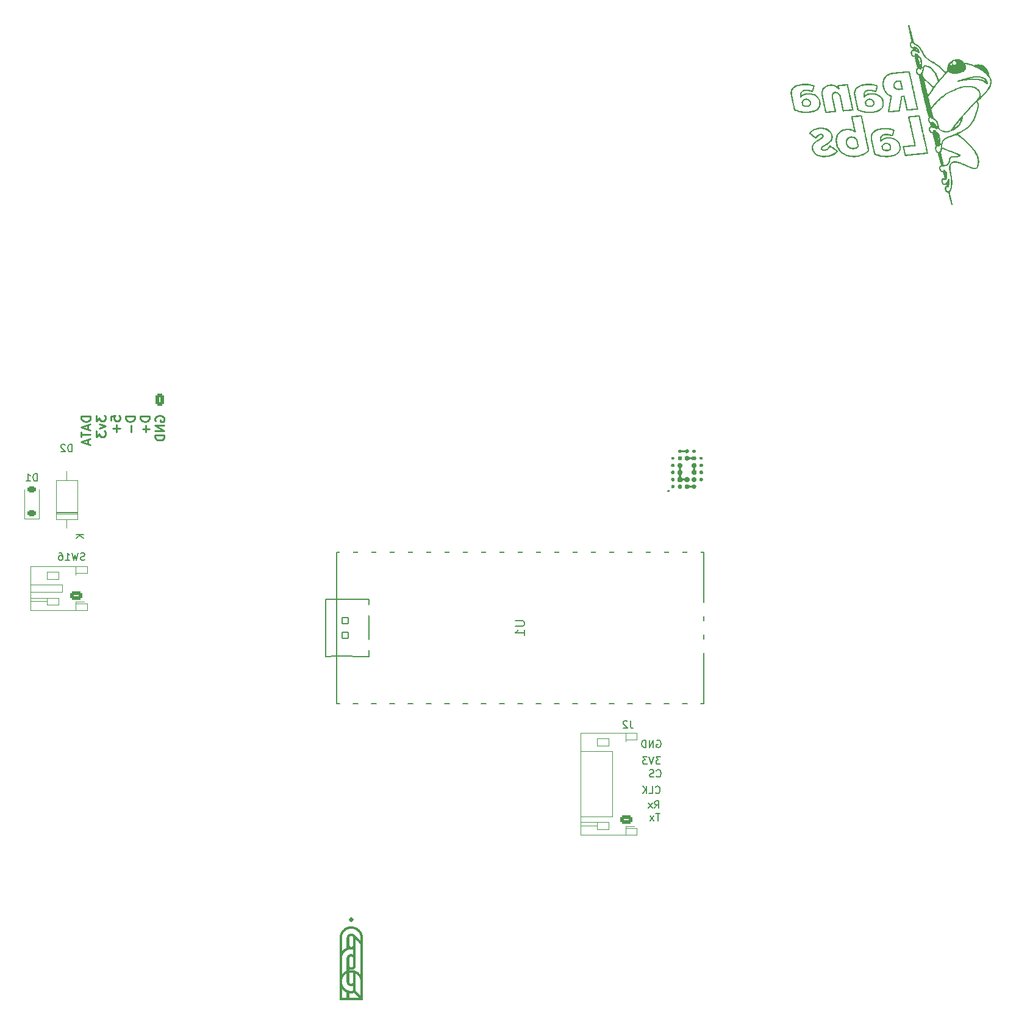
<source format=gbo>
G04 #@! TF.GenerationSoftware,KiCad,Pcbnew,7.0.8*
G04 #@! TF.CreationDate,2023-10-08T23:51:26-04:00*
G04 #@! TF.ProjectId,Mainboard-small-buttons,4d61696e-626f-4617-9264-2d736d616c6c,rev?*
G04 #@! TF.SameCoordinates,Original*
G04 #@! TF.FileFunction,Legend,Bot*
G04 #@! TF.FilePolarity,Positive*
%FSLAX46Y46*%
G04 Gerber Fmt 4.6, Leading zero omitted, Abs format (unit mm)*
G04 Created by KiCad (PCBNEW 7.0.8) date 2023-10-08 23:51:26*
%MOMM*%
%LPD*%
G01*
G04 APERTURE LIST*
G04 Aperture macros list*
%AMRoundRect*
0 Rectangle with rounded corners*
0 $1 Rounding radius*
0 $2 $3 $4 $5 $6 $7 $8 $9 X,Y pos of 4 corners*
0 Add a 4 corners polygon primitive as box body*
4,1,4,$2,$3,$4,$5,$6,$7,$8,$9,$2,$3,0*
0 Add four circle primitives for the rounded corners*
1,1,$1+$1,$2,$3*
1,1,$1+$1,$4,$5*
1,1,$1+$1,$6,$7*
1,1,$1+$1,$8,$9*
0 Add four rect primitives between the rounded corners*
20,1,$1+$1,$2,$3,$4,$5,0*
20,1,$1+$1,$4,$5,$6,$7,0*
20,1,$1+$1,$6,$7,$8,$9,0*
20,1,$1+$1,$8,$9,$2,$3,0*%
G04 Aperture macros list end*
%ADD10C,0.150000*%
%ADD11C,0.228600*%
%ADD12C,0.127000*%
%ADD13C,0.120000*%
%ADD14C,0.010000*%
%ADD15C,2.000000*%
%ADD16C,1.600000*%
%ADD17RoundRect,0.250000X0.350000X0.625000X-0.350000X0.625000X-0.350000X-0.625000X0.350000X-0.625000X0*%
%ADD18O,1.200000X1.750000*%
%ADD19C,2.100000*%
%ADD20C,1.500000*%
%ADD21O,1.803200X3.403200*%
%ADD22O,3.403200X1.803200*%
%ADD23RoundRect,0.101600X-0.400000X0.400000X-0.400000X-0.400000X0.400000X-0.400000X0.400000X0.400000X0*%
%ADD24R,1.800000X1.800000*%
%ADD25O,1.800000X1.800000*%
%ADD26RoundRect,0.250000X0.625000X-0.350000X0.625000X0.350000X-0.625000X0.350000X-0.625000X-0.350000X0*%
%ADD27O,1.750000X1.200000*%
%ADD28RoundRect,0.225000X0.375000X-0.225000X0.375000X0.225000X-0.375000X0.225000X-0.375000X-0.225000X0*%
G04 APERTURE END LIST*
D10*
X186543792Y-96643819D02*
X186877125Y-96167628D01*
X187115220Y-96643819D02*
X187115220Y-95643819D01*
X187115220Y-95643819D02*
X186734268Y-95643819D01*
X186734268Y-95643819D02*
X186639030Y-95691438D01*
X186639030Y-95691438D02*
X186591411Y-95739057D01*
X186591411Y-95739057D02*
X186543792Y-95834295D01*
X186543792Y-95834295D02*
X186543792Y-95977152D01*
X186543792Y-95977152D02*
X186591411Y-96072390D01*
X186591411Y-96072390D02*
X186639030Y-96120009D01*
X186639030Y-96120009D02*
X186734268Y-96167628D01*
X186734268Y-96167628D02*
X187115220Y-96167628D01*
X186210458Y-96643819D02*
X185686649Y-95977152D01*
X186210458Y-95977152D02*
X185686649Y-96643819D01*
X187258077Y-97421819D02*
X186686649Y-97421819D01*
X186972363Y-98421819D02*
X186972363Y-97421819D01*
X186448553Y-98421819D02*
X185924744Y-97755152D01*
X186448553Y-97755152D02*
X185924744Y-98421819D01*
D11*
X108227188Y-42261174D02*
X106957188Y-42261174D01*
X106957188Y-42261174D02*
X106957188Y-42563555D01*
X106957188Y-42563555D02*
X107017664Y-42744984D01*
X107017664Y-42744984D02*
X107138616Y-42865936D01*
X107138616Y-42865936D02*
X107259569Y-42926413D01*
X107259569Y-42926413D02*
X107501473Y-42986889D01*
X107501473Y-42986889D02*
X107682902Y-42986889D01*
X107682902Y-42986889D02*
X107924807Y-42926413D01*
X107924807Y-42926413D02*
X108045759Y-42865936D01*
X108045759Y-42865936D02*
X108166712Y-42744984D01*
X108166712Y-42744984D02*
X108227188Y-42563555D01*
X108227188Y-42563555D02*
X108227188Y-42261174D01*
X107864331Y-43470698D02*
X107864331Y-44075460D01*
X108227188Y-43349746D02*
X106957188Y-43773079D01*
X106957188Y-43773079D02*
X108227188Y-44196413D01*
X106957188Y-44438317D02*
X106957188Y-45164031D01*
X108227188Y-44801174D02*
X106957188Y-44801174D01*
X107864331Y-45526888D02*
X107864331Y-46131650D01*
X108227188Y-45405936D02*
X106957188Y-45829269D01*
X106957188Y-45829269D02*
X108227188Y-46252603D01*
X109001888Y-42140222D02*
X109001888Y-42926413D01*
X109001888Y-42926413D02*
X109485697Y-42503079D01*
X109485697Y-42503079D02*
X109485697Y-42684508D01*
X109485697Y-42684508D02*
X109546173Y-42805460D01*
X109546173Y-42805460D02*
X109606650Y-42865936D01*
X109606650Y-42865936D02*
X109727602Y-42926413D01*
X109727602Y-42926413D02*
X110029983Y-42926413D01*
X110029983Y-42926413D02*
X110150935Y-42865936D01*
X110150935Y-42865936D02*
X110211412Y-42805460D01*
X110211412Y-42805460D02*
X110271888Y-42684508D01*
X110271888Y-42684508D02*
X110271888Y-42321651D01*
X110271888Y-42321651D02*
X110211412Y-42200698D01*
X110211412Y-42200698D02*
X110150935Y-42140222D01*
X109425221Y-43349746D02*
X110271888Y-43652127D01*
X110271888Y-43652127D02*
X109425221Y-43954508D01*
X109001888Y-44317365D02*
X109001888Y-45103556D01*
X109001888Y-45103556D02*
X109485697Y-44680222D01*
X109485697Y-44680222D02*
X109485697Y-44861651D01*
X109485697Y-44861651D02*
X109546173Y-44982603D01*
X109546173Y-44982603D02*
X109606650Y-45043079D01*
X109606650Y-45043079D02*
X109727602Y-45103556D01*
X109727602Y-45103556D02*
X110029983Y-45103556D01*
X110029983Y-45103556D02*
X110150935Y-45043079D01*
X110150935Y-45043079D02*
X110211412Y-44982603D01*
X110211412Y-44982603D02*
X110271888Y-44861651D01*
X110271888Y-44861651D02*
X110271888Y-44498794D01*
X110271888Y-44498794D02*
X110211412Y-44377841D01*
X110211412Y-44377841D02*
X110150935Y-44317365D01*
X111046588Y-42865936D02*
X111046588Y-42261174D01*
X111046588Y-42261174D02*
X111651350Y-42200698D01*
X111651350Y-42200698D02*
X111590873Y-42261174D01*
X111590873Y-42261174D02*
X111530397Y-42382127D01*
X111530397Y-42382127D02*
X111530397Y-42684508D01*
X111530397Y-42684508D02*
X111590873Y-42805460D01*
X111590873Y-42805460D02*
X111651350Y-42865936D01*
X111651350Y-42865936D02*
X111772302Y-42926413D01*
X111772302Y-42926413D02*
X112074683Y-42926413D01*
X112074683Y-42926413D02*
X112195635Y-42865936D01*
X112195635Y-42865936D02*
X112256112Y-42805460D01*
X112256112Y-42805460D02*
X112316588Y-42684508D01*
X112316588Y-42684508D02*
X112316588Y-42382127D01*
X112316588Y-42382127D02*
X112256112Y-42261174D01*
X112256112Y-42261174D02*
X112195635Y-42200698D01*
X111832778Y-43470698D02*
X111832778Y-44438318D01*
X112316588Y-43954508D02*
X111348969Y-43954508D01*
X114361288Y-42261174D02*
X113091288Y-42261174D01*
X113091288Y-42261174D02*
X113091288Y-42563555D01*
X113091288Y-42563555D02*
X113151764Y-42744984D01*
X113151764Y-42744984D02*
X113272716Y-42865936D01*
X113272716Y-42865936D02*
X113393669Y-42926413D01*
X113393669Y-42926413D02*
X113635573Y-42986889D01*
X113635573Y-42986889D02*
X113817002Y-42986889D01*
X113817002Y-42986889D02*
X114058907Y-42926413D01*
X114058907Y-42926413D02*
X114179859Y-42865936D01*
X114179859Y-42865936D02*
X114300812Y-42744984D01*
X114300812Y-42744984D02*
X114361288Y-42563555D01*
X114361288Y-42563555D02*
X114361288Y-42261174D01*
X113877478Y-43531174D02*
X113877478Y-44498794D01*
X116405988Y-42261174D02*
X115135988Y-42261174D01*
X115135988Y-42261174D02*
X115135988Y-42563555D01*
X115135988Y-42563555D02*
X115196464Y-42744984D01*
X115196464Y-42744984D02*
X115317416Y-42865936D01*
X115317416Y-42865936D02*
X115438369Y-42926413D01*
X115438369Y-42926413D02*
X115680273Y-42986889D01*
X115680273Y-42986889D02*
X115861702Y-42986889D01*
X115861702Y-42986889D02*
X116103607Y-42926413D01*
X116103607Y-42926413D02*
X116224559Y-42865936D01*
X116224559Y-42865936D02*
X116345512Y-42744984D01*
X116345512Y-42744984D02*
X116405988Y-42563555D01*
X116405988Y-42563555D02*
X116405988Y-42261174D01*
X115922178Y-43531174D02*
X115922178Y-44498794D01*
X116405988Y-44014984D02*
X115438369Y-44014984D01*
X117241164Y-42926413D02*
X117180688Y-42805460D01*
X117180688Y-42805460D02*
X117180688Y-42624032D01*
X117180688Y-42624032D02*
X117241164Y-42442603D01*
X117241164Y-42442603D02*
X117362116Y-42321651D01*
X117362116Y-42321651D02*
X117483069Y-42261174D01*
X117483069Y-42261174D02*
X117724973Y-42200698D01*
X117724973Y-42200698D02*
X117906402Y-42200698D01*
X117906402Y-42200698D02*
X118148307Y-42261174D01*
X118148307Y-42261174D02*
X118269259Y-42321651D01*
X118269259Y-42321651D02*
X118390212Y-42442603D01*
X118390212Y-42442603D02*
X118450688Y-42624032D01*
X118450688Y-42624032D02*
X118450688Y-42744984D01*
X118450688Y-42744984D02*
X118390212Y-42926413D01*
X118390212Y-42926413D02*
X118329735Y-42986889D01*
X118329735Y-42986889D02*
X117906402Y-42986889D01*
X117906402Y-42986889D02*
X117906402Y-42744984D01*
X118450688Y-43531174D02*
X117180688Y-43531174D01*
X117180688Y-43531174D02*
X118450688Y-44256889D01*
X118450688Y-44256889D02*
X117180688Y-44256889D01*
X118450688Y-44861650D02*
X117180688Y-44861650D01*
X117180688Y-44861650D02*
X117180688Y-45164031D01*
X117180688Y-45164031D02*
X117241164Y-45345460D01*
X117241164Y-45345460D02*
X117362116Y-45466412D01*
X117362116Y-45466412D02*
X117483069Y-45526889D01*
X117483069Y-45526889D02*
X117724973Y-45587365D01*
X117724973Y-45587365D02*
X117906402Y-45587365D01*
X117906402Y-45587365D02*
X118148307Y-45526889D01*
X118148307Y-45526889D02*
X118269259Y-45466412D01*
X118269259Y-45466412D02*
X118390212Y-45345460D01*
X118390212Y-45345460D02*
X118450688Y-45164031D01*
X118450688Y-45164031D02*
X118450688Y-44861650D01*
D10*
X186670792Y-94516580D02*
X186718411Y-94564200D01*
X186718411Y-94564200D02*
X186861268Y-94611819D01*
X186861268Y-94611819D02*
X186956506Y-94611819D01*
X186956506Y-94611819D02*
X187099363Y-94564200D01*
X187099363Y-94564200D02*
X187194601Y-94468961D01*
X187194601Y-94468961D02*
X187242220Y-94373723D01*
X187242220Y-94373723D02*
X187289839Y-94183247D01*
X187289839Y-94183247D02*
X187289839Y-94040390D01*
X187289839Y-94040390D02*
X187242220Y-93849914D01*
X187242220Y-93849914D02*
X187194601Y-93754676D01*
X187194601Y-93754676D02*
X187099363Y-93659438D01*
X187099363Y-93659438D02*
X186956506Y-93611819D01*
X186956506Y-93611819D02*
X186861268Y-93611819D01*
X186861268Y-93611819D02*
X186718411Y-93659438D01*
X186718411Y-93659438D02*
X186670792Y-93707057D01*
X185766030Y-94611819D02*
X186242220Y-94611819D01*
X186242220Y-94611819D02*
X186242220Y-93611819D01*
X185432696Y-94611819D02*
X185432696Y-93611819D01*
X184861268Y-94611819D02*
X185289839Y-94040390D01*
X184861268Y-93611819D02*
X185432696Y-94183247D01*
X186845411Y-87258638D02*
X186940649Y-87211019D01*
X186940649Y-87211019D02*
X187083506Y-87211019D01*
X187083506Y-87211019D02*
X187226363Y-87258638D01*
X187226363Y-87258638D02*
X187321601Y-87353876D01*
X187321601Y-87353876D02*
X187369220Y-87449114D01*
X187369220Y-87449114D02*
X187416839Y-87639590D01*
X187416839Y-87639590D02*
X187416839Y-87782447D01*
X187416839Y-87782447D02*
X187369220Y-87972923D01*
X187369220Y-87972923D02*
X187321601Y-88068161D01*
X187321601Y-88068161D02*
X187226363Y-88163400D01*
X187226363Y-88163400D02*
X187083506Y-88211019D01*
X187083506Y-88211019D02*
X186988268Y-88211019D01*
X186988268Y-88211019D02*
X186845411Y-88163400D01*
X186845411Y-88163400D02*
X186797792Y-88115780D01*
X186797792Y-88115780D02*
X186797792Y-87782447D01*
X186797792Y-87782447D02*
X186988268Y-87782447D01*
X186369220Y-88211019D02*
X186369220Y-87211019D01*
X186369220Y-87211019D02*
X185797792Y-88211019D01*
X185797792Y-88211019D02*
X185797792Y-87211019D01*
X185321601Y-88211019D02*
X185321601Y-87211019D01*
X185321601Y-87211019D02*
X185083506Y-87211019D01*
X185083506Y-87211019D02*
X184940649Y-87258638D01*
X184940649Y-87258638D02*
X184845411Y-87353876D01*
X184845411Y-87353876D02*
X184797792Y-87449114D01*
X184797792Y-87449114D02*
X184750173Y-87639590D01*
X184750173Y-87639590D02*
X184750173Y-87782447D01*
X184750173Y-87782447D02*
X184797792Y-87972923D01*
X184797792Y-87972923D02*
X184845411Y-88068161D01*
X184845411Y-88068161D02*
X184940649Y-88163400D01*
X184940649Y-88163400D02*
X185083506Y-88211019D01*
X185083506Y-88211019D02*
X185321601Y-88211019D01*
X186797792Y-92230580D02*
X186845411Y-92278200D01*
X186845411Y-92278200D02*
X186988268Y-92325819D01*
X186988268Y-92325819D02*
X187083506Y-92325819D01*
X187083506Y-92325819D02*
X187226363Y-92278200D01*
X187226363Y-92278200D02*
X187321601Y-92182961D01*
X187321601Y-92182961D02*
X187369220Y-92087723D01*
X187369220Y-92087723D02*
X187416839Y-91897247D01*
X187416839Y-91897247D02*
X187416839Y-91754390D01*
X187416839Y-91754390D02*
X187369220Y-91563914D01*
X187369220Y-91563914D02*
X187321601Y-91468676D01*
X187321601Y-91468676D02*
X187226363Y-91373438D01*
X187226363Y-91373438D02*
X187083506Y-91325819D01*
X187083506Y-91325819D02*
X186988268Y-91325819D01*
X186988268Y-91325819D02*
X186845411Y-91373438D01*
X186845411Y-91373438D02*
X186797792Y-91421057D01*
X186416839Y-92278200D02*
X186273982Y-92325819D01*
X186273982Y-92325819D02*
X186035887Y-92325819D01*
X186035887Y-92325819D02*
X185940649Y-92278200D01*
X185940649Y-92278200D02*
X185893030Y-92230580D01*
X185893030Y-92230580D02*
X185845411Y-92135342D01*
X185845411Y-92135342D02*
X185845411Y-92040104D01*
X185845411Y-92040104D02*
X185893030Y-91944866D01*
X185893030Y-91944866D02*
X185940649Y-91897247D01*
X185940649Y-91897247D02*
X186035887Y-91849628D01*
X186035887Y-91849628D02*
X186226363Y-91802009D01*
X186226363Y-91802009D02*
X186321601Y-91754390D01*
X186321601Y-91754390D02*
X186369220Y-91706771D01*
X186369220Y-91706771D02*
X186416839Y-91611533D01*
X186416839Y-91611533D02*
X186416839Y-91516295D01*
X186416839Y-91516295D02*
X186369220Y-91421057D01*
X186369220Y-91421057D02*
X186321601Y-91373438D01*
X186321601Y-91373438D02*
X186226363Y-91325819D01*
X186226363Y-91325819D02*
X185988268Y-91325819D01*
X185988268Y-91325819D02*
X185845411Y-91373438D01*
X187337458Y-89547819D02*
X186718411Y-89547819D01*
X186718411Y-89547819D02*
X187051744Y-89928771D01*
X187051744Y-89928771D02*
X186908887Y-89928771D01*
X186908887Y-89928771D02*
X186813649Y-89976390D01*
X186813649Y-89976390D02*
X186766030Y-90024009D01*
X186766030Y-90024009D02*
X186718411Y-90119247D01*
X186718411Y-90119247D02*
X186718411Y-90357342D01*
X186718411Y-90357342D02*
X186766030Y-90452580D01*
X186766030Y-90452580D02*
X186813649Y-90500200D01*
X186813649Y-90500200D02*
X186908887Y-90547819D01*
X186908887Y-90547819D02*
X187194601Y-90547819D01*
X187194601Y-90547819D02*
X187289839Y-90500200D01*
X187289839Y-90500200D02*
X187337458Y-90452580D01*
X186432696Y-89547819D02*
X186099363Y-90547819D01*
X186099363Y-90547819D02*
X185766030Y-89547819D01*
X185527934Y-89547819D02*
X184908887Y-89547819D01*
X184908887Y-89547819D02*
X185242220Y-89928771D01*
X185242220Y-89928771D02*
X185099363Y-89928771D01*
X185099363Y-89928771D02*
X185004125Y-89976390D01*
X185004125Y-89976390D02*
X184956506Y-90024009D01*
X184956506Y-90024009D02*
X184908887Y-90119247D01*
X184908887Y-90119247D02*
X184908887Y-90357342D01*
X184908887Y-90357342D02*
X184956506Y-90452580D01*
X184956506Y-90452580D02*
X185004125Y-90500200D01*
X185004125Y-90500200D02*
X185099363Y-90547819D01*
X185099363Y-90547819D02*
X185385077Y-90547819D01*
X185385077Y-90547819D02*
X185480315Y-90500200D01*
X185480315Y-90500200D02*
X185527934Y-90452580D01*
X167203726Y-70660380D02*
X168231821Y-70660380D01*
X168231821Y-70660380D02*
X168352773Y-70720857D01*
X168352773Y-70720857D02*
X168413250Y-70781333D01*
X168413250Y-70781333D02*
X168473726Y-70902285D01*
X168473726Y-70902285D02*
X168473726Y-71144190D01*
X168473726Y-71144190D02*
X168413250Y-71265142D01*
X168413250Y-71265142D02*
X168352773Y-71325619D01*
X168352773Y-71325619D02*
X168231821Y-71386095D01*
X168231821Y-71386095D02*
X167203726Y-71386095D01*
X168473726Y-72656095D02*
X168473726Y-71930380D01*
X168473726Y-72293237D02*
X167203726Y-72293237D01*
X167203726Y-72293237D02*
X167385154Y-72172285D01*
X167385154Y-72172285D02*
X167506107Y-72051333D01*
X167506107Y-72051333D02*
X167566583Y-71930380D01*
X105640094Y-47190819D02*
X105640094Y-46190819D01*
X105640094Y-46190819D02*
X105401999Y-46190819D01*
X105401999Y-46190819D02*
X105259142Y-46238438D01*
X105259142Y-46238438D02*
X105163904Y-46333676D01*
X105163904Y-46333676D02*
X105116285Y-46428914D01*
X105116285Y-46428914D02*
X105068666Y-46619390D01*
X105068666Y-46619390D02*
X105068666Y-46762247D01*
X105068666Y-46762247D02*
X105116285Y-46952723D01*
X105116285Y-46952723D02*
X105163904Y-47047961D01*
X105163904Y-47047961D02*
X105259142Y-47143200D01*
X105259142Y-47143200D02*
X105401999Y-47190819D01*
X105401999Y-47190819D02*
X105640094Y-47190819D01*
X104687713Y-46286057D02*
X104640094Y-46238438D01*
X104640094Y-46238438D02*
X104544856Y-46190819D01*
X104544856Y-46190819D02*
X104306761Y-46190819D01*
X104306761Y-46190819D02*
X104211523Y-46238438D01*
X104211523Y-46238438D02*
X104163904Y-46286057D01*
X104163904Y-46286057D02*
X104116285Y-46381295D01*
X104116285Y-46381295D02*
X104116285Y-46476533D01*
X104116285Y-46476533D02*
X104163904Y-46619390D01*
X104163904Y-46619390D02*
X104735332Y-47190819D01*
X104735332Y-47190819D02*
X104116285Y-47190819D01*
X107256819Y-58666095D02*
X106256819Y-58666095D01*
X107256819Y-59237523D02*
X106685390Y-58808952D01*
X106256819Y-59237523D02*
X106828247Y-58666095D01*
X107422723Y-62180000D02*
X107279866Y-62227619D01*
X107279866Y-62227619D02*
X107041771Y-62227619D01*
X107041771Y-62227619D02*
X106946533Y-62180000D01*
X106946533Y-62180000D02*
X106898914Y-62132380D01*
X106898914Y-62132380D02*
X106851295Y-62037142D01*
X106851295Y-62037142D02*
X106851295Y-61941904D01*
X106851295Y-61941904D02*
X106898914Y-61846666D01*
X106898914Y-61846666D02*
X106946533Y-61799047D01*
X106946533Y-61799047D02*
X107041771Y-61751428D01*
X107041771Y-61751428D02*
X107232247Y-61703809D01*
X107232247Y-61703809D02*
X107327485Y-61656190D01*
X107327485Y-61656190D02*
X107375104Y-61608571D01*
X107375104Y-61608571D02*
X107422723Y-61513333D01*
X107422723Y-61513333D02*
X107422723Y-61418095D01*
X107422723Y-61418095D02*
X107375104Y-61322857D01*
X107375104Y-61322857D02*
X107327485Y-61275238D01*
X107327485Y-61275238D02*
X107232247Y-61227619D01*
X107232247Y-61227619D02*
X106994152Y-61227619D01*
X106994152Y-61227619D02*
X106851295Y-61275238D01*
X106517961Y-61227619D02*
X106279866Y-62227619D01*
X106279866Y-62227619D02*
X106089390Y-61513333D01*
X106089390Y-61513333D02*
X105898914Y-62227619D01*
X105898914Y-62227619D02*
X105660819Y-61227619D01*
X104756057Y-62227619D02*
X105327485Y-62227619D01*
X105041771Y-62227619D02*
X105041771Y-61227619D01*
X105041771Y-61227619D02*
X105137009Y-61370476D01*
X105137009Y-61370476D02*
X105232247Y-61465714D01*
X105232247Y-61465714D02*
X105327485Y-61513333D01*
X103898914Y-61227619D02*
X104089390Y-61227619D01*
X104089390Y-61227619D02*
X104184628Y-61275238D01*
X104184628Y-61275238D02*
X104232247Y-61322857D01*
X104232247Y-61322857D02*
X104327485Y-61465714D01*
X104327485Y-61465714D02*
X104375104Y-61656190D01*
X104375104Y-61656190D02*
X104375104Y-62037142D01*
X104375104Y-62037142D02*
X104327485Y-62132380D01*
X104327485Y-62132380D02*
X104279866Y-62180000D01*
X104279866Y-62180000D02*
X104184628Y-62227619D01*
X104184628Y-62227619D02*
X103994152Y-62227619D01*
X103994152Y-62227619D02*
X103898914Y-62180000D01*
X103898914Y-62180000D02*
X103851295Y-62132380D01*
X103851295Y-62132380D02*
X103803676Y-62037142D01*
X103803676Y-62037142D02*
X103803676Y-61799047D01*
X103803676Y-61799047D02*
X103851295Y-61703809D01*
X103851295Y-61703809D02*
X103898914Y-61656190D01*
X103898914Y-61656190D02*
X103994152Y-61608571D01*
X103994152Y-61608571D02*
X104184628Y-61608571D01*
X104184628Y-61608571D02*
X104279866Y-61656190D01*
X104279866Y-61656190D02*
X104327485Y-61703809D01*
X104327485Y-61703809D02*
X104375104Y-61799047D01*
X183162533Y-84544819D02*
X183162533Y-85259104D01*
X183162533Y-85259104D02*
X183210152Y-85401961D01*
X183210152Y-85401961D02*
X183305390Y-85497200D01*
X183305390Y-85497200D02*
X183448247Y-85544819D01*
X183448247Y-85544819D02*
X183543485Y-85544819D01*
X182733961Y-84640057D02*
X182686342Y-84592438D01*
X182686342Y-84592438D02*
X182591104Y-84544819D01*
X182591104Y-84544819D02*
X182353009Y-84544819D01*
X182353009Y-84544819D02*
X182257771Y-84592438D01*
X182257771Y-84592438D02*
X182210152Y-84640057D01*
X182210152Y-84640057D02*
X182162533Y-84735295D01*
X182162533Y-84735295D02*
X182162533Y-84830533D01*
X182162533Y-84830533D02*
X182210152Y-84973390D01*
X182210152Y-84973390D02*
X182781580Y-85544819D01*
X182781580Y-85544819D02*
X182162533Y-85544819D01*
X100814094Y-51254819D02*
X100814094Y-50254819D01*
X100814094Y-50254819D02*
X100575999Y-50254819D01*
X100575999Y-50254819D02*
X100433142Y-50302438D01*
X100433142Y-50302438D02*
X100337904Y-50397676D01*
X100337904Y-50397676D02*
X100290285Y-50492914D01*
X100290285Y-50492914D02*
X100242666Y-50683390D01*
X100242666Y-50683390D02*
X100242666Y-50826247D01*
X100242666Y-50826247D02*
X100290285Y-51016723D01*
X100290285Y-51016723D02*
X100337904Y-51111961D01*
X100337904Y-51111961D02*
X100433142Y-51207200D01*
X100433142Y-51207200D02*
X100575999Y-51254819D01*
X100575999Y-51254819D02*
X100814094Y-51254819D01*
X99290285Y-51254819D02*
X99861713Y-51254819D01*
X99575999Y-51254819D02*
X99575999Y-50254819D01*
X99575999Y-50254819D02*
X99671237Y-50397676D01*
X99671237Y-50397676D02*
X99766475Y-50492914D01*
X99766475Y-50492914D02*
X99861713Y-50540533D01*
D12*
X193394000Y-61128000D02*
X142394000Y-61128000D01*
X142394000Y-61128000D02*
X142394000Y-67628000D01*
X146894000Y-67628000D02*
X146894000Y-75628000D01*
X142394000Y-67628000D02*
X146894000Y-67628000D01*
X142394000Y-67628000D02*
X140894000Y-67628000D01*
X142394000Y-67628000D02*
X142394000Y-75528000D01*
X140894000Y-67628000D02*
X140894000Y-75628000D01*
X142394000Y-75528000D02*
X142394000Y-82128000D01*
X146894000Y-75628000D02*
X142394000Y-75528000D01*
X140894000Y-75628000D02*
X142394000Y-75528000D01*
X193394000Y-82128000D02*
X193394000Y-61128000D01*
X142394000Y-82128000D02*
X193394000Y-82128000D01*
D13*
X104902000Y-57788000D02*
X104902000Y-56568000D01*
X103432000Y-56568000D02*
X103432000Y-51128000D01*
X106372000Y-56568000D02*
X103432000Y-56568000D01*
X106372000Y-55788000D02*
X103432000Y-55788000D01*
X106372000Y-55668000D02*
X103432000Y-55668000D01*
X106372000Y-55548000D02*
X103432000Y-55548000D01*
X103432000Y-51128000D02*
X106372000Y-51128000D01*
X106372000Y-51128000D02*
X106372000Y-56568000D01*
X104902000Y-49908000D02*
X104902000Y-51128000D01*
X99913600Y-69217600D02*
X99913600Y-63097600D01*
X106133600Y-69217600D02*
X106133600Y-68297600D01*
X107733600Y-69217600D02*
X99913600Y-69217600D01*
X102173600Y-68457600D02*
X102173600Y-67457600D01*
X103773600Y-68457600D02*
X102173600Y-68457600D01*
X106133600Y-68297600D02*
X107733600Y-68297600D01*
X107733600Y-68297600D02*
X107733600Y-69217600D01*
X106133600Y-68017600D02*
X106133600Y-68297600D01*
X106133600Y-68017600D02*
X107348600Y-68017600D01*
X102173600Y-67957600D02*
X99913600Y-67957600D01*
X102173600Y-67457600D02*
X99913600Y-67457600D01*
X102173600Y-67457600D02*
X103773600Y-67457600D01*
X103773600Y-67457600D02*
X103773600Y-68457600D01*
X99913600Y-66657600D02*
X104273600Y-66657600D01*
X104273600Y-66657600D02*
X104273600Y-65657600D01*
X104273600Y-65657600D02*
X99913600Y-65657600D01*
X102173600Y-64857600D02*
X103773600Y-64857600D01*
X103773600Y-64857600D02*
X103773600Y-63857600D01*
X106133600Y-64017600D02*
X106133600Y-64297600D01*
X107733600Y-64017600D02*
X106133600Y-64017600D01*
X102173600Y-63857600D02*
X102173600Y-64857600D01*
X103773600Y-63857600D02*
X102173600Y-63857600D01*
X99913600Y-63097600D02*
X107733600Y-63097600D01*
X106133600Y-63097600D02*
X106133600Y-64017600D01*
X107733600Y-63097600D02*
X107733600Y-64017600D01*
X176266000Y-100326000D02*
X176266000Y-86206000D01*
X182486000Y-100326000D02*
X182486000Y-99406000D01*
X184086000Y-100326000D02*
X176266000Y-100326000D01*
X178526000Y-99566000D02*
X178526000Y-98566000D01*
X180126000Y-99566000D02*
X178526000Y-99566000D01*
X182486000Y-99406000D02*
X184086000Y-99406000D01*
X184086000Y-99406000D02*
X184086000Y-100326000D01*
X182486000Y-99126000D02*
X182486000Y-99406000D01*
X182486000Y-99126000D02*
X183701000Y-99126000D01*
X178526000Y-99066000D02*
X176266000Y-99066000D01*
X178526000Y-98566000D02*
X176266000Y-98566000D01*
X178526000Y-98566000D02*
X180126000Y-98566000D01*
X180126000Y-98566000D02*
X180126000Y-99566000D01*
X176266000Y-97766000D02*
X180626000Y-97766000D01*
X180626000Y-97766000D02*
X180626000Y-88766000D01*
X180626000Y-88766000D02*
X176266000Y-88766000D01*
X178526000Y-87966000D02*
X180126000Y-87966000D01*
X180126000Y-87966000D02*
X180126000Y-86966000D01*
X182486000Y-87126000D02*
X182486000Y-87406000D01*
X184086000Y-87126000D02*
X182486000Y-87126000D01*
X178526000Y-86966000D02*
X178526000Y-87966000D01*
X180126000Y-86966000D02*
X178526000Y-86966000D01*
X176266000Y-86206000D02*
X184086000Y-86206000D01*
X182486000Y-86206000D02*
X182486000Y-87126000D01*
X184086000Y-86206000D02*
X184086000Y-87126000D01*
G36*
X217066514Y1100368D02*
G01*
X217040023Y990699D01*
X216992571Y893097D01*
X216925112Y808680D01*
X216838602Y738567D01*
X216733992Y683873D01*
X216612239Y645719D01*
X216610985Y645437D01*
X216550177Y636681D01*
X216473187Y632495D01*
X216387936Y632674D01*
X216302347Y637013D01*
X216224340Y645308D01*
X216161836Y657354D01*
X216142136Y663129D01*
X216087353Y682876D01*
X216026346Y708714D01*
X215965026Y737759D01*
X215909301Y767125D01*
X215865082Y793930D01*
X215838278Y815287D01*
X215826877Y833287D01*
X215813855Y866249D01*
X215799011Y916103D01*
X215781600Y985362D01*
X215760877Y1076542D01*
X215760337Y1079001D01*
X215744392Y1152959D01*
X215730526Y1219783D01*
X215719580Y1275215D01*
X215712440Y1314749D01*
X215906486Y1314749D01*
X215947926Y1128986D01*
X215989366Y943223D01*
X216069409Y903224D01*
X216112943Y883379D01*
X216171703Y860565D01*
X216223263Y844399D01*
X216255116Y837950D01*
X216322857Y830387D01*
X216400113Y827188D01*
X216478412Y828365D01*
X216549281Y833929D01*
X216604250Y843891D01*
X216626450Y850790D01*
X216691071Y878451D01*
X216750845Y913859D01*
X216795922Y951487D01*
X216836777Y1010238D01*
X216865354Y1086973D01*
X216877613Y1172616D01*
X216872784Y1261521D01*
X216850094Y1348041D01*
X216831396Y1388597D01*
X216779027Y1463983D01*
X216710758Y1528725D01*
X216632436Y1576682D01*
X216621239Y1581607D01*
X216531155Y1608054D01*
X216430237Y1618448D01*
X216325297Y1613067D01*
X216223148Y1592192D01*
X216130602Y1556101D01*
X216117361Y1548825D01*
X216064742Y1512010D01*
X216011649Y1464830D01*
X215965601Y1414478D01*
X215934118Y1368146D01*
X215906486Y1314749D01*
X215712440Y1314749D01*
X215712395Y1314999D01*
X215709813Y1334876D01*
X215710161Y1341014D01*
X215721719Y1380782D01*
X215747313Y1431681D01*
X215783775Y1488663D01*
X215827935Y1546675D01*
X215876623Y1600670D01*
X215949783Y1665699D01*
X216059671Y1735915D01*
X216180157Y1783747D01*
X216311227Y1809191D01*
X216452865Y1812240D01*
X216477044Y1810622D01*
X216600265Y1791988D01*
X216708333Y1755908D01*
X216804590Y1700966D01*
X216892376Y1625742D01*
X216904349Y1613348D01*
X216979524Y1518970D01*
X217031739Y1417972D01*
X217062191Y1307415D01*
X217072075Y1184360D01*
X217071297Y1172616D01*
X217066514Y1100368D01*
G37*
G36*
X208275801Y1108736D02*
G01*
X208252576Y1001655D01*
X208209420Y904289D01*
X208181843Y863482D01*
X208113203Y791465D01*
X208027025Y729242D01*
X207927660Y679699D01*
X207819455Y645719D01*
X207818074Y645409D01*
X207757349Y636684D01*
X207680440Y632504D01*
X207595252Y632669D01*
X207509688Y636976D01*
X207431653Y645223D01*
X207369052Y657210D01*
X207333368Y668306D01*
X207276549Y690366D01*
X207215518Y717820D01*
X207155761Y747867D01*
X207102767Y777707D01*
X207062024Y804543D01*
X207039018Y825573D01*
X207031830Y841759D01*
X207019855Y879076D01*
X207005033Y931816D01*
X206988502Y995238D01*
X206971397Y1064603D01*
X206954854Y1135168D01*
X206940010Y1202193D01*
X206928000Y1260937D01*
X206920030Y1306266D01*
X207124434Y1306266D01*
X207128241Y1263127D01*
X207138771Y1205673D01*
X207155412Y1128986D01*
X207196582Y943223D01*
X207276625Y903224D01*
X207320159Y883379D01*
X207378919Y860565D01*
X207430479Y844399D01*
X207462332Y837950D01*
X207530073Y830387D01*
X207607329Y827188D01*
X207685628Y828365D01*
X207756497Y833929D01*
X207811466Y843891D01*
X207826465Y848353D01*
X207898156Y878218D01*
X207963058Y918229D01*
X208012184Y963051D01*
X208029949Y985722D01*
X208061763Y1042049D01*
X208079061Y1105805D01*
X208084356Y1184715D01*
X208078515Y1264119D01*
X208051968Y1361020D01*
X208004520Y1445096D01*
X207936756Y1515383D01*
X207849265Y1570913D01*
X207829539Y1580402D01*
X207790008Y1596812D01*
X207752162Y1606928D01*
X207707185Y1612711D01*
X207646258Y1616126D01*
X207598452Y1616674D01*
X207477400Y1603902D01*
X207369676Y1570270D01*
X207275303Y1515789D01*
X207194306Y1440468D01*
X207188728Y1434024D01*
X207159498Y1398968D01*
X207139449Y1369269D01*
X207127966Y1340008D01*
X207124434Y1306266D01*
X206920030Y1306266D01*
X206919961Y1306659D01*
X206917029Y1334618D01*
X206917346Y1340488D01*
X206928776Y1380301D01*
X206954305Y1431272D01*
X206990767Y1488354D01*
X207035000Y1546502D01*
X207083839Y1600670D01*
X207156999Y1665699D01*
X207266887Y1735915D01*
X207387373Y1783747D01*
X207518443Y1809191D01*
X207660081Y1812240D01*
X207788095Y1795473D01*
X207908391Y1758116D01*
X208014466Y1700675D01*
X208105983Y1623334D01*
X208182605Y1526276D01*
X208227915Y1441160D01*
X208263267Y1333199D01*
X208279297Y1220821D01*
X208278171Y1184715D01*
X208275801Y1108736D01*
G37*
G36*
X214886613Y-4796722D02*
G01*
X214887558Y-4814685D01*
X214873829Y-4845181D01*
X214843134Y-4889034D01*
X214800502Y-4938082D01*
X214750261Y-4987394D01*
X214696740Y-5032039D01*
X214642251Y-5070606D01*
X214508958Y-5144470D01*
X214364024Y-5197489D01*
X214205479Y-5230458D01*
X214196871Y-5231537D01*
X214144441Y-5235200D01*
X214081590Y-5236267D01*
X214020082Y-5234483D01*
X214001281Y-5233229D01*
X213846163Y-5209820D01*
X213700627Y-5164778D01*
X213566248Y-5099775D01*
X213444600Y-5016481D01*
X213337258Y-4916568D01*
X213245796Y-4801708D01*
X213171788Y-4673570D01*
X213116808Y-4533826D01*
X213082432Y-4384149D01*
X213070233Y-4226207D01*
X213070826Y-4193440D01*
X213262537Y-4193440D01*
X213268318Y-4315354D01*
X213285665Y-4410041D01*
X213329328Y-4546494D01*
X213392391Y-4669698D01*
X213473635Y-4778123D01*
X213571839Y-4870241D01*
X213685783Y-4944522D01*
X213814245Y-4999437D01*
X213931614Y-5028801D01*
X214063688Y-5041390D01*
X214195012Y-5033975D01*
X214321967Y-5007344D01*
X214440933Y-4962281D01*
X214548293Y-4899573D01*
X214640427Y-4820005D01*
X214691811Y-4765895D01*
X214601683Y-4338712D01*
X214511556Y-3911529D01*
X214433493Y-3839732D01*
X214373367Y-3791206D01*
X214279594Y-3732477D01*
X214177138Y-3683647D01*
X214075098Y-3649546D01*
X214052937Y-3644345D01*
X213944083Y-3629507D01*
X213830436Y-3629471D01*
X213718634Y-3643495D01*
X213615315Y-3670838D01*
X213527115Y-3710758D01*
X213513745Y-3718899D01*
X213430510Y-3785630D01*
X213362465Y-3869501D01*
X213310917Y-3967461D01*
X213277172Y-4076458D01*
X213262537Y-4193440D01*
X213070826Y-4193440D01*
X213071090Y-4178869D01*
X213087377Y-4035994D01*
X213123940Y-3905519D01*
X213180312Y-3788485D01*
X213256028Y-3685935D01*
X213350622Y-3598909D01*
X213436138Y-3541070D01*
X213542004Y-3489220D01*
X213655165Y-3455581D01*
X213779852Y-3438957D01*
X213920296Y-3438156D01*
X214029094Y-3447548D01*
X214177221Y-3477737D01*
X214314577Y-3528642D01*
X214444535Y-3601611D01*
X214570466Y-3697993D01*
X214590297Y-3715136D01*
X214615348Y-3737343D01*
X214636277Y-3758202D01*
X214654019Y-3780266D01*
X214669512Y-3806092D01*
X214683693Y-3838236D01*
X214697499Y-3879252D01*
X214711866Y-3931698D01*
X214727733Y-3998127D01*
X214746034Y-4081096D01*
X214767708Y-4183161D01*
X214793692Y-4306876D01*
X214799794Y-4336031D01*
X214821359Y-4440944D01*
X214840770Y-4538306D01*
X214857514Y-4625342D01*
X214871078Y-4699274D01*
X214880949Y-4757326D01*
X214882181Y-4765895D01*
X214886613Y-4796722D01*
G37*
G36*
X219391089Y-5032937D02*
G01*
X219363210Y-5139892D01*
X219314673Y-5236739D01*
X219246886Y-5321494D01*
X219161255Y-5392170D01*
X219059188Y-5446785D01*
X218942090Y-5483354D01*
X218919358Y-5487762D01*
X218828127Y-5498227D01*
X218726837Y-5500950D01*
X218625964Y-5495934D01*
X218535985Y-5483185D01*
X218493298Y-5473295D01*
X218412277Y-5448806D01*
X218334431Y-5418545D01*
X218263980Y-5384649D01*
X218205144Y-5349250D01*
X218162145Y-5314486D01*
X218139203Y-5282490D01*
X218132773Y-5261172D01*
X218121964Y-5219593D01*
X218108029Y-5162646D01*
X218092069Y-5094828D01*
X218075182Y-5020637D01*
X218029295Y-4815624D01*
X218239597Y-4815624D01*
X218243947Y-4856948D01*
X218252828Y-4910839D01*
X218265032Y-4972007D01*
X218279352Y-5035164D01*
X218294581Y-5095020D01*
X218309512Y-5146287D01*
X218322937Y-5183675D01*
X218333649Y-5201897D01*
X218338042Y-5204818D01*
X218364502Y-5218583D01*
X218405069Y-5237012D01*
X218452914Y-5256952D01*
X218475528Y-5265825D01*
X218515333Y-5279831D01*
X218552005Y-5289140D01*
X218592521Y-5294923D01*
X218643855Y-5298350D01*
X218712982Y-5300592D01*
X218769111Y-5301644D01*
X218827692Y-5301099D01*
X218872525Y-5297820D01*
X218909893Y-5291276D01*
X218946083Y-5280938D01*
X219021220Y-5249765D01*
X219095826Y-5198998D01*
X219151425Y-5133542D01*
X219189359Y-5052133D01*
X219195485Y-5027087D01*
X219200682Y-4965329D01*
X219197325Y-4895343D01*
X219186149Y-4826806D01*
X219167890Y-4769397D01*
X219149308Y-4733707D01*
X219095678Y-4662282D01*
X219027370Y-4600082D01*
X218951184Y-4553871D01*
X218935086Y-4546558D01*
X218902831Y-4533575D01*
X218872282Y-4525290D01*
X218836824Y-4520663D01*
X218789837Y-4518650D01*
X218724705Y-4518211D01*
X218665447Y-4518419D01*
X218618763Y-4519913D01*
X218583805Y-4523990D01*
X218553787Y-4531947D01*
X218521921Y-4545079D01*
X218481421Y-4564683D01*
X218456529Y-4578046D01*
X218398460Y-4616411D01*
X218342975Y-4661775D01*
X218294921Y-4709530D01*
X218259145Y-4755068D01*
X218240494Y-4793779D01*
X218239597Y-4815624D01*
X218029295Y-4815624D01*
X218024096Y-4792396D01*
X218067923Y-4703718D01*
X218085036Y-4671488D01*
X218156802Y-4569778D01*
X218247838Y-4481943D01*
X218356168Y-4409658D01*
X218479815Y-4354599D01*
X218488036Y-4351732D01*
X218531277Y-4337870D01*
X218569910Y-4328847D01*
X218611274Y-4323683D01*
X218662711Y-4321399D01*
X218731559Y-4321015D01*
X218776739Y-4321418D01*
X218837783Y-4323621D01*
X218885171Y-4328462D01*
X218925873Y-4336785D01*
X218966858Y-4349431D01*
X219040108Y-4379666D01*
X219145962Y-4443660D01*
X219235590Y-4524842D01*
X219307291Y-4621196D01*
X219359367Y-4730706D01*
X219390115Y-4851354D01*
X219396904Y-4917858D01*
X219394505Y-4965329D01*
X219391089Y-5032937D01*
G37*
G36*
X221024745Y3173368D02*
G01*
X221032341Y3135670D01*
X221035020Y3119156D01*
X221028680Y3094642D01*
X221011409Y3065467D01*
X221008681Y3062223D01*
X220998585Y3052936D01*
X220984234Y3045347D01*
X220962229Y3038775D01*
X220929169Y3032539D01*
X220881656Y3025959D01*
X220816289Y3018354D01*
X220729668Y3009042D01*
X220706223Y3006611D01*
X220598749Y2996738D01*
X220504949Y2990272D01*
X220428411Y2987420D01*
X220372723Y2988390D01*
X220347012Y2990532D01*
X220215879Y3014903D01*
X220093131Y3059912D01*
X219981214Y3123628D01*
X219882573Y3204120D01*
X219799652Y3299458D01*
X219734896Y3407712D01*
X219690749Y3526951D01*
X219681118Y3579490D01*
X219675110Y3650730D01*
X219674616Y3679820D01*
X219863320Y3679820D01*
X219880235Y3578213D01*
X219921567Y3473710D01*
X219952623Y3421689D01*
X220020354Y3342814D01*
X220104340Y3275906D01*
X220199778Y3224522D01*
X220301866Y3192215D01*
X220325105Y3188151D01*
X220383170Y3181892D01*
X220438092Y3180123D01*
X220477584Y3181905D01*
X220531242Y3185816D01*
X220591485Y3191234D01*
X220653100Y3197588D01*
X220710874Y3204304D01*
X220759593Y3210809D01*
X220794046Y3216529D01*
X220809018Y3220894D01*
X220808476Y3230480D01*
X220803182Y3261400D01*
X220793527Y3310454D01*
X220780243Y3374399D01*
X220764059Y3449993D01*
X220745707Y3533992D01*
X220725917Y3623153D01*
X220705420Y3714232D01*
X220684946Y3803988D01*
X220665226Y3889175D01*
X220646990Y3966553D01*
X220630970Y4032877D01*
X220617896Y4084904D01*
X220608499Y4119391D01*
X220603509Y4133095D01*
X220591284Y4134187D01*
X220558013Y4133040D01*
X220507913Y4129709D01*
X220445059Y4124467D01*
X220373525Y4117590D01*
X220331467Y4113075D01*
X220225853Y4098781D01*
X220140672Y4081352D01*
X220072724Y4059240D01*
X220018809Y4030897D01*
X219975725Y3994773D01*
X219940273Y3949322D01*
X219909251Y3892994D01*
X219902616Y3878633D01*
X219870791Y3779603D01*
X219863320Y3679820D01*
X219674616Y3679820D01*
X219673806Y3727472D01*
X219677350Y3799922D01*
X219685884Y3858282D01*
X219694647Y3891019D01*
X219737201Y3991828D01*
X219799191Y4083757D01*
X219876891Y4161983D01*
X219966576Y4221682D01*
X219977133Y4227100D01*
X220013640Y4244814D01*
X220048440Y4259166D01*
X220085301Y4270937D01*
X220127993Y4280914D01*
X220180285Y4289878D01*
X220245947Y4298613D01*
X220328747Y4307903D01*
X220432455Y4318532D01*
X220463843Y4321657D01*
X220554012Y4330155D01*
X220623482Y4335340D01*
X220675263Y4336833D01*
X220712365Y4334259D01*
X220737797Y4327241D01*
X220754569Y4315401D01*
X220765691Y4298364D01*
X220774171Y4275752D01*
X220774501Y4274696D01*
X220781118Y4249939D01*
X220792126Y4205097D01*
X220806861Y4143119D01*
X220824657Y4066951D01*
X220844849Y3979542D01*
X220866774Y3883838D01*
X220889766Y3782789D01*
X220913160Y3679342D01*
X220936292Y3576444D01*
X220958496Y3477044D01*
X220979109Y3384088D01*
X220997464Y3300525D01*
X221012898Y3229303D01*
X221014679Y3220894D01*
X221024745Y3173368D01*
G37*
G36*
X232790646Y4069919D02*
G01*
X232800711Y3991765D01*
X232797748Y3922619D01*
X232781758Y3865495D01*
X232752741Y3823409D01*
X232710699Y3799375D01*
X232706670Y3798212D01*
X232679490Y3790338D01*
X232666485Y3786514D01*
X232664736Y3786703D01*
X232647059Y3792637D01*
X232617595Y3804365D01*
X232608478Y3809175D01*
X232577387Y3831130D01*
X232535256Y3865503D01*
X232486448Y3908643D01*
X232435326Y3956900D01*
X232433233Y3958940D01*
X232345435Y4040142D01*
X232264491Y4104671D01*
X232184062Y4156632D01*
X232097808Y4200133D01*
X231999390Y4239280D01*
X231876810Y4278234D01*
X231698278Y4320759D01*
X231500616Y4353941D01*
X231285964Y4377822D01*
X231056460Y4392442D01*
X230814244Y4397842D01*
X230561455Y4394062D01*
X230300232Y4381145D01*
X230032715Y4359130D01*
X229761043Y4328058D01*
X229487356Y4287971D01*
X229213791Y4238908D01*
X228942490Y4180912D01*
X228894484Y4169866D01*
X228815683Y4152461D01*
X228755928Y4140898D01*
X228711922Y4135006D01*
X228680367Y4134618D01*
X228657966Y4139564D01*
X228641422Y4149676D01*
X228627435Y4164786D01*
X228608777Y4196518D01*
X228603944Y4239295D01*
X228623441Y4279381D01*
X228630669Y4285080D01*
X228661479Y4300521D01*
X228712660Y4321350D01*
X228781887Y4346856D01*
X228866840Y4376332D01*
X228965195Y4409068D01*
X229074631Y4444355D01*
X229192824Y4481482D01*
X229317452Y4519742D01*
X229446193Y4558424D01*
X229478377Y4567891D01*
X230229704Y4567891D01*
X230248867Y4570448D01*
X230269048Y4573417D01*
X230317652Y4577396D01*
X230384487Y4580715D01*
X230465618Y4583336D01*
X230557111Y4585219D01*
X230655033Y4586326D01*
X230755450Y4586618D01*
X230854427Y4586057D01*
X230948029Y4584603D01*
X231032324Y4582218D01*
X231103377Y4578863D01*
X231193262Y4572920D01*
X231400312Y4555066D01*
X231585983Y4532369D01*
X231752447Y4504291D01*
X231901878Y4470293D01*
X232036452Y4429837D01*
X232158340Y4382384D01*
X232269718Y4327396D01*
X232372758Y4264334D01*
X232418933Y4230569D01*
X232472415Y4187363D01*
X232519901Y4145283D01*
X232547762Y4119980D01*
X232573532Y4100674D01*
X232584564Y4099905D01*
X232580916Y4118055D01*
X232562643Y4155510D01*
X232529802Y4212652D01*
X232514739Y4236738D01*
X232431724Y4341700D01*
X232327394Y4435928D01*
X232202885Y4518750D01*
X232059335Y4589492D01*
X231897878Y4647484D01*
X231719650Y4692052D01*
X231677868Y4700098D01*
X231631376Y4707592D01*
X231584472Y4712989D01*
X231532287Y4716610D01*
X231469948Y4718776D01*
X231392587Y4719809D01*
X231295332Y4720028D01*
X231230083Y4719753D01*
X231115678Y4717762D01*
X231019194Y4713661D01*
X230936105Y4707221D01*
X230861885Y4698214D01*
X230819578Y4691810D01*
X230744820Y4679598D01*
X230663524Y4665453D01*
X230579561Y4650131D01*
X230496800Y4634390D01*
X230419111Y4618987D01*
X230350365Y4604678D01*
X230294432Y4592220D01*
X230255181Y4582371D01*
X230236483Y4575887D01*
X230232724Y4573372D01*
X230229704Y4567891D01*
X229478377Y4567891D01*
X229576724Y4596820D01*
X229706722Y4634220D01*
X229833866Y4669915D01*
X229955833Y4703195D01*
X230070299Y4733352D01*
X230174944Y4759676D01*
X230267444Y4781457D01*
X230538311Y4837000D01*
X230800520Y4878876D01*
X231045590Y4904921D01*
X231274515Y4915107D01*
X231488290Y4909406D01*
X231687909Y4887790D01*
X231874365Y4850231D01*
X232048651Y4796702D01*
X232211763Y4727175D01*
X232252004Y4706716D01*
X232398716Y4618042D01*
X232523828Y4517725D01*
X232627730Y4405416D01*
X232710813Y4280765D01*
X232731431Y4241190D01*
X232767553Y4154066D01*
X232782417Y4099905D01*
X232790646Y4069919D01*
G37*
G36*
X218376735Y1116602D02*
G01*
X218376447Y1074106D01*
X218369428Y950562D01*
X218351981Y840596D01*
X218322632Y736825D01*
X218279906Y631864D01*
X218232894Y542177D01*
X218141722Y411484D01*
X218029402Y292448D01*
X217896524Y185373D01*
X217743677Y90568D01*
X217571451Y8337D01*
X217380435Y-61012D01*
X217171220Y-117174D01*
X216944395Y-159841D01*
X216700549Y-188708D01*
X216625808Y-194382D01*
X216343796Y-201937D01*
X216058761Y-188560D01*
X215775479Y-154771D01*
X215498723Y-101096D01*
X215233270Y-28055D01*
X215145392Y1449D01*
X215055486Y34193D01*
X214967684Y68458D01*
X214885555Y102699D01*
X214812672Y135376D01*
X214752606Y164946D01*
X214708927Y189868D01*
X214685208Y208598D01*
X214684127Y211353D01*
X214678040Y234297D01*
X214667463Y278523D01*
X214652851Y341929D01*
X214634660Y422414D01*
X214613345Y517875D01*
X214589361Y626212D01*
X214563163Y745322D01*
X214535207Y873104D01*
X214505947Y1007456D01*
X214475840Y1146277D01*
X214445340Y1287464D01*
X214414903Y1428916D01*
X214384984Y1568532D01*
X214356038Y1704209D01*
X214328521Y1833846D01*
X214302887Y1955341D01*
X214279593Y2066592D01*
X214259093Y2165499D01*
X214241842Y2249958D01*
X214228296Y2317869D01*
X214222865Y2348592D01*
X214210793Y2461857D01*
X214209056Y2528082D01*
X214399843Y2528082D01*
X214407870Y2435519D01*
X214409497Y2425780D01*
X214416514Y2388490D01*
X214428079Y2329942D01*
X214443780Y2252138D01*
X214463202Y2157086D01*
X214485931Y2046790D01*
X214511553Y1923256D01*
X214539654Y1788488D01*
X214569820Y1644492D01*
X214601638Y1493274D01*
X214634693Y1336838D01*
X214847667Y331039D01*
X214990808Y270199D01*
X215073820Y236102D01*
X215319598Y149258D01*
X215571556Y81613D01*
X215836271Y31309D01*
X215891951Y23962D01*
X215989784Y14859D01*
X216102164Y7788D01*
X216223499Y2855D01*
X216348192Y163D01*
X216470649Y-182D01*
X216585276Y1922D01*
X216686479Y6582D01*
X216768662Y13901D01*
X216827897Y21548D01*
X217052277Y58404D01*
X217254724Y105258D01*
X217435971Y162452D01*
X217596747Y230329D01*
X217737786Y309234D01*
X217859817Y399510D01*
X217963573Y501501D01*
X218049785Y615549D01*
X218114133Y735848D01*
X218158003Y867540D01*
X218180778Y1010521D01*
X218182784Y1166138D01*
X218165082Y1324798D01*
X218124033Y1492045D01*
X218061445Y1648951D01*
X217978353Y1793999D01*
X217875791Y1925670D01*
X217754791Y2042446D01*
X217616388Y2142809D01*
X217461615Y2225240D01*
X217377615Y2259595D01*
X217236455Y2304485D01*
X217088476Y2337563D01*
X216936198Y2359139D01*
X216782139Y2369525D01*
X216628821Y2369034D01*
X216478762Y2357978D01*
X216334482Y2336669D01*
X216198501Y2305419D01*
X216073339Y2264539D01*
X215961515Y2214342D01*
X215865549Y2155140D01*
X215787961Y2087245D01*
X215731270Y2010969D01*
X215727886Y2005176D01*
X215697353Y1969594D01*
X215658568Y1954500D01*
X215606166Y1957607D01*
X215596784Y1959494D01*
X215568508Y1968345D01*
X215548203Y1983169D01*
X215534323Y2007724D01*
X215525323Y2045769D01*
X215519656Y2101064D01*
X215515776Y2177366D01*
X215513322Y2247504D01*
X215511374Y2320132D01*
X215510188Y2385147D01*
X215509958Y2433984D01*
X215515978Y2514455D01*
X215543619Y2624673D01*
X215592619Y2724518D01*
X215661850Y2812884D01*
X215750182Y2888667D01*
X215856486Y2950760D01*
X215979632Y2998060D01*
X216118492Y3029461D01*
X216169228Y3036170D01*
X216302244Y3044317D01*
X216448629Y3042087D01*
X216602258Y3030064D01*
X216757002Y3008833D01*
X216906737Y2978977D01*
X217045334Y2941081D01*
X217077404Y2931063D01*
X217121180Y2918138D01*
X217151842Y2910063D01*
X217164180Y2908274D01*
X217165105Y2910700D01*
X217171247Y2931863D01*
X217181995Y2971284D01*
X217196281Y3024849D01*
X217213036Y3088443D01*
X217231192Y3157951D01*
X217249680Y3229258D01*
X217267432Y3298248D01*
X217283379Y3360808D01*
X217296453Y3412822D01*
X217305585Y3450175D01*
X217309708Y3468753D01*
X217310054Y3473789D01*
X217304930Y3485600D01*
X217287900Y3497182D01*
X217254961Y3510759D01*
X217202110Y3528557D01*
X217185614Y3533815D01*
X217014493Y3581878D01*
X216841902Y3617907D01*
X216662439Y3642666D01*
X216470699Y3656917D01*
X216261280Y3661423D01*
X216108154Y3658942D01*
X215866637Y3644399D01*
X215640859Y3617119D01*
X215431531Y3577416D01*
X215239363Y3525605D01*
X215065064Y3462002D01*
X214909344Y3386922D01*
X214772912Y3300680D01*
X214656480Y3203590D01*
X214560755Y3095969D01*
X214486449Y2978130D01*
X214434271Y2850390D01*
X214426204Y2821063D01*
X214409630Y2730593D01*
X214400636Y2629686D01*
X214399843Y2528082D01*
X214209056Y2528082D01*
X214207262Y2596514D01*
X214208378Y2655629D01*
X214216537Y2764201D01*
X214233946Y2860456D01*
X214262256Y2952147D01*
X214303116Y3047028D01*
X214351262Y3134914D01*
X214442927Y3260533D01*
X214555595Y3375200D01*
X214688365Y3478561D01*
X214840337Y3570264D01*
X215010608Y3649954D01*
X215198277Y3717278D01*
X215402443Y3771883D01*
X215622205Y3813415D01*
X215856661Y3841521D01*
X216104909Y3855847D01*
X216366050Y3856040D01*
X216458068Y3852816D01*
X216645579Y3840041D01*
X216820027Y3818372D01*
X216988746Y3786536D01*
X217159071Y3743260D01*
X217338336Y3687271D01*
X217368770Y3676808D01*
X217435017Y3651593D01*
X217481255Y3628872D01*
X217510522Y3606546D01*
X217525855Y3582518D01*
X217530291Y3554688D01*
X217528937Y3544817D01*
X217522021Y3511928D01*
X217509912Y3460183D01*
X217493362Y3392634D01*
X217473123Y3312337D01*
X217449948Y3222344D01*
X217424590Y3125709D01*
X217422221Y3116765D01*
X217392098Y3003700D01*
X217367089Y2912188D01*
X217346213Y2839955D01*
X217328485Y2784729D01*
X217312923Y2744235D01*
X217298542Y2716202D01*
X217284360Y2698355D01*
X217269394Y2688422D01*
X217252659Y2684129D01*
X217233173Y2683203D01*
X217207265Y2686815D01*
X217165616Y2697596D01*
X217119602Y2713038D01*
X217043081Y2740092D01*
X216826873Y2798705D01*
X216602952Y2834048D01*
X216372379Y2845931D01*
X216280755Y2844312D01*
X216159751Y2835178D01*
X216056928Y2817225D01*
X215968997Y2789589D01*
X215892670Y2751405D01*
X215824660Y2701807D01*
X215798527Y2676319D01*
X215749722Y2606329D01*
X215716158Y2523495D01*
X215699867Y2433804D01*
X215702883Y2343241D01*
X215711351Y2286777D01*
X215763215Y2322349D01*
X215851338Y2376452D01*
X215999254Y2444920D01*
X216166036Y2498376D01*
X216351038Y2536628D01*
X216553612Y2559481D01*
X216634132Y2563928D01*
X216850099Y2562493D01*
X217056715Y2541502D01*
X217252807Y2501612D01*
X217437201Y2443480D01*
X217608721Y2367765D01*
X217766195Y2275122D01*
X217908447Y2166210D01*
X218034303Y2041685D01*
X218142589Y1902205D01*
X218232131Y1748427D01*
X218301754Y1581009D01*
X218311833Y1550706D01*
X218342258Y1444626D01*
X218362181Y1343327D01*
X218373156Y1237190D01*
X218375265Y1166138D01*
X218376735Y1116602D01*
G37*
G36*
X216338626Y-5344151D02*
G01*
X216342086Y-5370854D01*
X216342104Y-5382417D01*
X216340346Y-5386508D01*
X216319123Y-5420861D01*
X216283244Y-5466578D01*
X216236383Y-5519652D01*
X216182213Y-5576075D01*
X216124408Y-5631839D01*
X216066644Y-5682934D01*
X216060981Y-5687674D01*
X215943139Y-5780434D01*
X215822680Y-5863203D01*
X215692330Y-5940647D01*
X215544813Y-6017428D01*
X215430281Y-6070718D01*
X215231567Y-6148939D01*
X215024212Y-6212647D01*
X214804844Y-6262687D01*
X214570094Y-6299903D01*
X214316590Y-6325139D01*
X214302750Y-6326076D01*
X214196021Y-6328941D01*
X214072939Y-6326056D01*
X213940104Y-6318017D01*
X213804116Y-6305420D01*
X213671573Y-6288861D01*
X213549077Y-6268936D01*
X213443227Y-6246242D01*
X213402266Y-6235647D01*
X213166037Y-6160721D01*
X212944265Y-6066255D01*
X212737663Y-5952987D01*
X212546941Y-5821651D01*
X212372810Y-5672983D01*
X212215981Y-5507721D01*
X212077165Y-5326599D01*
X211957072Y-5130353D01*
X211856413Y-4919721D01*
X211775900Y-4695436D01*
X211716243Y-4458237D01*
X211715535Y-4454708D01*
X211679897Y-4225142D01*
X211666663Y-4005227D01*
X211667591Y-3983901D01*
X211860112Y-3983901D01*
X211869037Y-4168532D01*
X211896089Y-4361085D01*
X211949096Y-4591102D01*
X212022716Y-4808233D01*
X212116220Y-5011720D01*
X212228878Y-5200806D01*
X212359962Y-5374734D01*
X212508742Y-5532745D01*
X212674490Y-5674083D01*
X212856475Y-5797991D01*
X213053970Y-5903710D01*
X213266245Y-5990483D01*
X213492570Y-6057553D01*
X213732218Y-6104162D01*
X213788238Y-6110846D01*
X213873912Y-6117766D01*
X213972524Y-6123150D01*
X214077812Y-6126844D01*
X214183511Y-6128694D01*
X214283357Y-6128546D01*
X214371085Y-6126244D01*
X214440432Y-6121634D01*
X214526135Y-6111593D01*
X214647807Y-6093459D01*
X214771705Y-6071209D01*
X214888835Y-6046490D01*
X214990203Y-6020949D01*
X215184060Y-5959188D01*
X215397071Y-5872967D01*
X215596029Y-5772062D01*
X215778749Y-5657724D01*
X215943045Y-5531204D01*
X216086728Y-5393754D01*
X216147846Y-5328097D01*
X215737108Y-3393705D01*
X215719450Y-3310516D01*
X215672687Y-3089949D01*
X215626663Y-2872503D01*
X215581720Y-2659801D01*
X215538197Y-2453468D01*
X215496435Y-2255126D01*
X215456773Y-2066398D01*
X215419552Y-1888908D01*
X215385112Y-1724280D01*
X215353793Y-1574135D01*
X215325935Y-1440099D01*
X215301879Y-1323794D01*
X215281964Y-1226844D01*
X215266531Y-1150871D01*
X215255921Y-1097500D01*
X215250252Y-1068484D01*
X215232450Y-978654D01*
X215215983Y-897432D01*
X215201513Y-827963D01*
X215189702Y-773390D01*
X215181214Y-736857D01*
X215176709Y-721509D01*
X215168527Y-718630D01*
X215145611Y-717367D01*
X215106667Y-718094D01*
X215050258Y-720897D01*
X214974950Y-725859D01*
X214879306Y-733068D01*
X214761892Y-742608D01*
X214621272Y-754565D01*
X214539377Y-761720D01*
X214430361Y-771503D01*
X214330646Y-780747D01*
X214242795Y-789200D01*
X214169372Y-796606D01*
X214112941Y-802713D01*
X214076065Y-807266D01*
X214061308Y-810011D01*
X214060986Y-810237D01*
X214058780Y-814770D01*
X214058152Y-824730D01*
X214059392Y-841562D01*
X214062791Y-866706D01*
X214068639Y-901606D01*
X214077227Y-947705D01*
X214088846Y-1006445D01*
X214103787Y-1079269D01*
X214122340Y-1167619D01*
X214144795Y-1272938D01*
X214171444Y-1396669D01*
X214202578Y-1540255D01*
X214238486Y-1705138D01*
X214279459Y-1892760D01*
X214313013Y-2045322D01*
X214344029Y-2184022D01*
X214371108Y-2302190D01*
X214394730Y-2401748D01*
X214415375Y-2484621D01*
X214433523Y-2552733D01*
X214449654Y-2608007D01*
X214464247Y-2652366D01*
X214477784Y-2687736D01*
X214491706Y-2728746D01*
X214493664Y-2772531D01*
X214475149Y-2808984D01*
X214434581Y-2843816D01*
X214415059Y-2855370D01*
X214381533Y-2863356D01*
X214344657Y-2854171D01*
X214298014Y-2827024D01*
X214221743Y-2779673D01*
X214073071Y-2707031D01*
X213905935Y-2647478D01*
X213722441Y-2601838D01*
X213722429Y-2601835D01*
X213614982Y-2585561D01*
X213492695Y-2575923D01*
X213363314Y-2572903D01*
X213234584Y-2576485D01*
X213114250Y-2586652D01*
X213010057Y-2603387D01*
X212821406Y-2653424D01*
X212641235Y-2722655D01*
X212478512Y-2809063D01*
X212333470Y-2912482D01*
X212206341Y-3032745D01*
X212097358Y-3169685D01*
X212006753Y-3323135D01*
X211948016Y-3460954D01*
X211900246Y-3626154D01*
X211870730Y-3801789D01*
X211860112Y-3983901D01*
X211667591Y-3983901D01*
X211675798Y-3795187D01*
X211707267Y-3595247D01*
X211761035Y-3405630D01*
X211837067Y-3226560D01*
X211935328Y-3058262D01*
X211956422Y-3029184D01*
X212006109Y-2969463D01*
X212067397Y-2903157D01*
X212135001Y-2835474D01*
X212203641Y-2771619D01*
X212268033Y-2716801D01*
X212322894Y-2676227D01*
X212327909Y-2672948D01*
X212507201Y-2570747D01*
X212697472Y-2489713D01*
X212896620Y-2430015D01*
X213102543Y-2391820D01*
X213313140Y-2375297D01*
X213526307Y-2380613D01*
X213739944Y-2407938D01*
X213951947Y-2457438D01*
X214160216Y-2529282D01*
X214226757Y-2556155D01*
X214220683Y-2527870D01*
X214217180Y-2511932D01*
X214208801Y-2474173D01*
X214196505Y-2418924D01*
X214181082Y-2349741D01*
X214163325Y-2270178D01*
X214144025Y-2183789D01*
X214114392Y-2050719D01*
X214074884Y-1871729D01*
X214037229Y-1699342D01*
X214001756Y-1535154D01*
X213968797Y-1380761D01*
X213938680Y-1237759D01*
X213911736Y-1107742D01*
X213888295Y-992307D01*
X213868685Y-893048D01*
X213853237Y-811562D01*
X213842282Y-749443D01*
X213836147Y-708288D01*
X213835165Y-689692D01*
X213836232Y-685268D01*
X213838877Y-674515D01*
X213842495Y-665037D01*
X213848666Y-656603D01*
X213858970Y-648983D01*
X213874987Y-641944D01*
X213898297Y-635257D01*
X213930480Y-628690D01*
X213973115Y-622011D01*
X214027783Y-614990D01*
X214096063Y-607396D01*
X214179535Y-598998D01*
X214279779Y-589564D01*
X214398374Y-578863D01*
X214536902Y-566665D01*
X214696941Y-552737D01*
X214880071Y-536850D01*
X214900193Y-535103D01*
X215006663Y-525886D01*
X215091601Y-518758D01*
X215157703Y-513720D01*
X215207665Y-510772D01*
X215244184Y-509918D01*
X215269955Y-511158D01*
X215287676Y-514493D01*
X215300043Y-519925D01*
X215309751Y-527456D01*
X215319498Y-537087D01*
X215324348Y-542571D01*
X215331680Y-554075D01*
X215339224Y-571076D01*
X215347478Y-595664D01*
X215356942Y-629930D01*
X215368113Y-675967D01*
X215381491Y-735865D01*
X215397574Y-811716D01*
X215416861Y-905611D01*
X215439850Y-1019642D01*
X215467040Y-1155900D01*
X215477537Y-1208266D01*
X215497403Y-1306067D01*
X215521766Y-1424809D01*
X215550212Y-1562523D01*
X215582329Y-1717238D01*
X215617705Y-1886982D01*
X215655926Y-2069787D01*
X215696580Y-2263680D01*
X215739253Y-2466692D01*
X215783533Y-2676851D01*
X215829007Y-2892188D01*
X215875263Y-3110731D01*
X215921887Y-3330511D01*
X215968467Y-3549555D01*
X215977554Y-3592243D01*
X216033265Y-3854322D01*
X216083849Y-4093000D01*
X216129447Y-4308963D01*
X216170199Y-4502902D01*
X216206246Y-4675505D01*
X216237729Y-4827460D01*
X216264787Y-4959456D01*
X216287561Y-5072181D01*
X216306192Y-5166325D01*
X216320819Y-5242575D01*
X216331584Y-5301621D01*
X216335968Y-5328097D01*
X216338626Y-5344151D01*
G37*
G36*
X209586317Y1025497D02*
G01*
X209584746Y1005865D01*
X209558697Y840837D01*
X209510727Y686813D01*
X209441211Y544062D01*
X209350524Y412856D01*
X209239040Y293464D01*
X209107132Y186159D01*
X208955176Y91210D01*
X208783546Y8888D01*
X208592615Y-60535D01*
X208382758Y-116789D01*
X208154350Y-159604D01*
X207907765Y-188708D01*
X207869461Y-191812D01*
X207588506Y-201990D01*
X207301671Y-191152D01*
X207014650Y-159689D01*
X206733136Y-107994D01*
X206685399Y-96843D01*
X206584530Y-70372D01*
X206480269Y-39606D01*
X206375654Y-5725D01*
X206273724Y30095D01*
X206177516Y66672D01*
X206090069Y102830D01*
X206014419Y137388D01*
X205953606Y169168D01*
X205910667Y196992D01*
X205888640Y219681D01*
X205887892Y221709D01*
X205882194Y243543D01*
X205871967Y286834D01*
X205857675Y349442D01*
X205839779Y429221D01*
X205818743Y524031D01*
X205795030Y631729D01*
X205769101Y750171D01*
X205741420Y877216D01*
X205712449Y1010721D01*
X205682652Y1148543D01*
X205652490Y1288539D01*
X205622426Y1428567D01*
X205592923Y1566485D01*
X205564444Y1700149D01*
X205537451Y1827418D01*
X205512407Y1946148D01*
X205489774Y2054197D01*
X205470016Y2149423D01*
X205453595Y2229682D01*
X205440973Y2292833D01*
X205432886Y2339048D01*
X205420321Y2444616D01*
X205414183Y2554075D01*
X205414293Y2586286D01*
X205604015Y2586286D01*
X205615074Y2435519D01*
X205616708Y2425743D01*
X205623738Y2388424D01*
X205635326Y2329851D01*
X205651057Y2252027D01*
X205670516Y2156957D01*
X205693289Y2046646D01*
X205718960Y1923100D01*
X205747116Y1788321D01*
X205777342Y1644317D01*
X205809222Y1493090D01*
X205842343Y1336647D01*
X206055777Y330656D01*
X206198470Y270007D01*
X206279435Y236728D01*
X206525658Y149615D01*
X206778186Y81751D01*
X207043487Y31309D01*
X207063930Y28389D01*
X207141559Y20039D01*
X207236250Y12920D01*
X207342788Y7164D01*
X207455958Y2904D01*
X207570543Y270D01*
X207681328Y-604D01*
X207783097Y413D01*
X207870635Y3453D01*
X207938726Y8649D01*
X208078307Y26518D01*
X208305215Y66919D01*
X208510466Y119048D01*
X208694208Y182989D01*
X208856587Y258826D01*
X208997749Y346642D01*
X209117841Y446522D01*
X209217008Y558549D01*
X209295398Y682807D01*
X209353157Y819381D01*
X209353454Y820274D01*
X209366215Y860776D01*
X209375149Y896557D01*
X209380922Y933514D01*
X209384196Y977544D01*
X209385635Y1034543D01*
X209385902Y1110409D01*
X209385673Y1161297D01*
X209384276Y1228288D01*
X209380983Y1281482D01*
X209375079Y1327672D01*
X209365845Y1373650D01*
X209352565Y1426207D01*
X209323228Y1520972D01*
X209255381Y1677331D01*
X209167615Y1820047D01*
X209060941Y1948258D01*
X208936369Y2061102D01*
X208794908Y2157719D01*
X208637568Y2237248D01*
X208465359Y2298826D01*
X208279291Y2341592D01*
X208275956Y2342162D01*
X208119845Y2362375D01*
X207963335Y2370725D01*
X207808875Y2367814D01*
X207658910Y2354247D01*
X207515889Y2330626D01*
X207382257Y2297555D01*
X207260463Y2255637D01*
X207152953Y2205475D01*
X207062174Y2147672D01*
X206990573Y2082832D01*
X206940597Y2011558D01*
X206937069Y2005032D01*
X206907318Y1969688D01*
X206867468Y1954464D01*
X206813382Y1957607D01*
X206804000Y1959494D01*
X206775724Y1968345D01*
X206755418Y1983169D01*
X206741539Y2007724D01*
X206732539Y2045769D01*
X206726872Y2101064D01*
X206722992Y2177366D01*
X206720538Y2247504D01*
X206718590Y2320132D01*
X206717404Y2385147D01*
X206717174Y2433984D01*
X206724152Y2521546D01*
X206752917Y2631374D01*
X206802992Y2730461D01*
X206873380Y2817846D01*
X206963083Y2892570D01*
X207071101Y2953671D01*
X207196437Y3000190D01*
X207338092Y3031166D01*
X207368836Y3034827D01*
X207439685Y3039028D01*
X207525643Y3040376D01*
X207620642Y3039062D01*
X207718614Y3035281D01*
X207813491Y3029226D01*
X207899204Y3021089D01*
X207969686Y3011064D01*
X208038732Y2997000D01*
X208136951Y2973211D01*
X208244442Y2943803D01*
X208353702Y2910737D01*
X208357354Y2910798D01*
X208365206Y2918589D01*
X208374793Y2938497D01*
X208386920Y2972918D01*
X208402391Y3024245D01*
X208422011Y3094873D01*
X208446584Y3187197D01*
X208459732Y3237429D01*
X208479366Y3313191D01*
X208496168Y3378956D01*
X208509257Y3431239D01*
X208517755Y3466553D01*
X208520783Y3481412D01*
X208512959Y3488780D01*
X208484649Y3501915D01*
X208439413Y3518474D01*
X208381181Y3537203D01*
X208313886Y3556850D01*
X208241459Y3576161D01*
X208167834Y3593883D01*
X208095498Y3609222D01*
X207953906Y3633000D01*
X207806201Y3649240D01*
X207646394Y3658521D01*
X207468496Y3661423D01*
X207315379Y3658935D01*
X207070322Y3644046D01*
X206840955Y3615961D01*
X206628182Y3574946D01*
X206432909Y3521264D01*
X206256038Y3455181D01*
X206098475Y3376963D01*
X205961124Y3286875D01*
X205844888Y3185182D01*
X205784489Y3116592D01*
X205706808Y2998659D01*
X205650454Y2869721D01*
X205616000Y2731641D01*
X205604015Y2586286D01*
X205414293Y2586286D01*
X205414547Y2660492D01*
X205421488Y2756936D01*
X205435081Y2836474D01*
X205443870Y2869903D01*
X205498535Y3020644D01*
X205574811Y3159433D01*
X205672589Y3286200D01*
X205791762Y3400874D01*
X205932222Y3503385D01*
X206093862Y3593661D01*
X206276572Y3671631D01*
X206480245Y3737225D01*
X206704774Y3790372D01*
X206950051Y3831001D01*
X206998975Y3836623D01*
X207092773Y3844018D01*
X207201212Y3849422D01*
X207319376Y3852833D01*
X207442351Y3854250D01*
X207565219Y3853670D01*
X207683064Y3851091D01*
X207790970Y3846513D01*
X207884022Y3839934D01*
X207957302Y3831351D01*
X207963950Y3830311D01*
X208157283Y3793772D01*
X208355704Y3745089D01*
X208545552Y3687602D01*
X208576864Y3676873D01*
X208642825Y3651800D01*
X208688821Y3629147D01*
X208717901Y3606804D01*
X208733113Y3582657D01*
X208737507Y3554593D01*
X208736161Y3544738D01*
X208729267Y3511851D01*
X208717189Y3460103D01*
X208700678Y3392549D01*
X208680485Y3312246D01*
X208657362Y3222249D01*
X208632058Y3125614D01*
X208629342Y3115336D01*
X208599349Y3002530D01*
X208574449Y2911253D01*
X208553657Y2839231D01*
X208535989Y2784191D01*
X208520458Y2743858D01*
X208506080Y2715958D01*
X208491870Y2698216D01*
X208476841Y2688360D01*
X208460009Y2684113D01*
X208440389Y2683203D01*
X208414481Y2686815D01*
X208372832Y2697596D01*
X208326818Y2713038D01*
X208250297Y2740092D01*
X208034089Y2798705D01*
X207810168Y2834048D01*
X207579595Y2845931D01*
X207487971Y2844312D01*
X207366967Y2835178D01*
X207264144Y2817225D01*
X207176213Y2789589D01*
X207099886Y2751405D01*
X207031876Y2701807D01*
X207005743Y2676319D01*
X206956938Y2606329D01*
X206923374Y2523495D01*
X206907083Y2433804D01*
X206910099Y2343241D01*
X206918567Y2286777D01*
X206970431Y2322349D01*
X207058554Y2376452D01*
X207206470Y2444920D01*
X207373252Y2498376D01*
X207558254Y2536628D01*
X207760828Y2559481D01*
X207946184Y2565706D01*
X208158893Y2554694D01*
X208362242Y2524213D01*
X208554830Y2474804D01*
X208735256Y2407009D01*
X208902118Y2321366D01*
X209054014Y2218419D01*
X209189542Y2098707D01*
X209307301Y1962771D01*
X209384652Y1846923D01*
X209462852Y1693943D01*
X209523541Y1530534D01*
X209565295Y1361473D01*
X209586695Y1191535D01*
X209586510Y1110409D01*
X209586317Y1025497D01*
G37*
G36*
X224504429Y-5718335D02*
G01*
X224512297Y-5757292D01*
X224514981Y-5773333D01*
X224504251Y-5816628D01*
X224473408Y-5849495D01*
X224425887Y-5867313D01*
X224425433Y-5867385D01*
X224405750Y-5869737D01*
X224363347Y-5874323D01*
X224300035Y-5880960D01*
X224217622Y-5889464D01*
X224117920Y-5899652D01*
X224002738Y-5911340D01*
X223873886Y-5924344D01*
X223733175Y-5938481D01*
X223582415Y-5953566D01*
X223423414Y-5969416D01*
X223257985Y-5985848D01*
X223136498Y-5997921D01*
X222961171Y-6015435D01*
X222787348Y-6032902D01*
X222617599Y-6050057D01*
X222454498Y-6066637D01*
X222300615Y-6082380D01*
X222158522Y-6097020D01*
X222030792Y-6110296D01*
X221919997Y-6121943D01*
X221828707Y-6131699D01*
X221759496Y-6139300D01*
X221726546Y-6142996D01*
X221634676Y-6153261D01*
X221551270Y-6162524D01*
X221479558Y-6170429D01*
X221422769Y-6176622D01*
X221384134Y-6180747D01*
X221366880Y-6182450D01*
X221336366Y-6178179D01*
X221298035Y-6158674D01*
X221271778Y-6129885D01*
X221270872Y-6127665D01*
X221264146Y-6104743D01*
X221252656Y-6060692D01*
X221236981Y-5997909D01*
X221217700Y-5918785D01*
X221195394Y-5825715D01*
X221170641Y-5721093D01*
X221144021Y-5607313D01*
X221116114Y-5486768D01*
X221091838Y-5381302D01*
X221062960Y-5255188D01*
X221039197Y-5149754D01*
X221020286Y-5062997D01*
X221005965Y-4992913D01*
X221000181Y-4960835D01*
X221201286Y-4960835D01*
X221201388Y-4964074D01*
X221205498Y-4987453D01*
X221214423Y-5031197D01*
X221227606Y-5092767D01*
X221244493Y-5169624D01*
X221264530Y-5259227D01*
X221287160Y-5359039D01*
X221311828Y-5466518D01*
X221427409Y-5967163D01*
X221475803Y-5969077D01*
X221478730Y-5969138D01*
X221509373Y-5967845D01*
X221559229Y-5964023D01*
X221623698Y-5958090D01*
X221698179Y-5950465D01*
X221778072Y-5941567D01*
X221820144Y-5936841D01*
X221890048Y-5929275D01*
X221980369Y-5919702D01*
X222088834Y-5908356D01*
X222213169Y-5895470D01*
X222351099Y-5881280D01*
X222500351Y-5866018D01*
X222658652Y-5849918D01*
X222823726Y-5833215D01*
X222993301Y-5816141D01*
X223165103Y-5798932D01*
X223188356Y-5796608D01*
X223352321Y-5780201D01*
X223508895Y-5764494D01*
X223656355Y-5749662D01*
X223792973Y-5735881D01*
X223917023Y-5723326D01*
X224026782Y-5712173D01*
X224120522Y-5702596D01*
X224196518Y-5694771D01*
X224253044Y-5688873D01*
X224288375Y-5685078D01*
X224300785Y-5683560D01*
X224300537Y-5681946D01*
X224296254Y-5661505D01*
X224286898Y-5618565D01*
X224272744Y-5554350D01*
X224254065Y-5470085D01*
X224231135Y-5366997D01*
X224204228Y-5246310D01*
X224173618Y-5109250D01*
X224139579Y-4957041D01*
X224102386Y-4790910D01*
X224062311Y-4612081D01*
X224019629Y-4421779D01*
X223974613Y-4221231D01*
X223927539Y-4011661D01*
X223878679Y-3794294D01*
X223828308Y-3570356D01*
X223825525Y-3557988D01*
X223773704Y-3327519D01*
X223722563Y-3099789D01*
X223672443Y-2876326D01*
X223623685Y-2658662D01*
X223576629Y-2448327D01*
X223531616Y-2246850D01*
X223488987Y-2055763D01*
X223449084Y-1876595D01*
X223412246Y-1710876D01*
X223378814Y-1560138D01*
X223349130Y-1425909D01*
X223323534Y-1309720D01*
X223302367Y-1213102D01*
X223285970Y-1137585D01*
X223274684Y-1084698D01*
X223259240Y-1011347D01*
X223239841Y-920509D01*
X223224210Y-849808D01*
X223211665Y-796764D01*
X223201521Y-758899D01*
X223193096Y-733733D01*
X223185705Y-718786D01*
X223178666Y-711581D01*
X223171295Y-709637D01*
X223157974Y-710154D01*
X223121238Y-712854D01*
X223065842Y-717592D01*
X222994672Y-724072D01*
X222910616Y-732004D01*
X222816563Y-741094D01*
X222715399Y-751049D01*
X222610014Y-761576D01*
X222503294Y-772382D01*
X222398127Y-783175D01*
X222297402Y-793660D01*
X222204006Y-803546D01*
X222120826Y-812539D01*
X222050752Y-820347D01*
X221996670Y-826676D01*
X221961468Y-831234D01*
X221948034Y-833727D01*
X221947004Y-839808D01*
X221949605Y-866613D01*
X221956906Y-910598D01*
X221968164Y-967485D01*
X221982635Y-1032998D01*
X222020591Y-1197343D01*
X222062788Y-1380788D01*
X222106524Y-1571599D01*
X222151477Y-1768344D01*
X222197326Y-1969592D01*
X222243752Y-2173908D01*
X222290434Y-2379861D01*
X222337051Y-2586019D01*
X222383284Y-2790948D01*
X222428811Y-2993217D01*
X222473312Y-3191393D01*
X222516467Y-3384044D01*
X222557955Y-3569737D01*
X222597456Y-3747039D01*
X222634650Y-3914519D01*
X222669215Y-4070744D01*
X222700832Y-4214280D01*
X222729180Y-4343697D01*
X222753939Y-4457561D01*
X222774787Y-4554440D01*
X222791406Y-4632902D01*
X222803473Y-4691513D01*
X222810670Y-4728843D01*
X222812675Y-4743457D01*
X222810750Y-4750915D01*
X222807218Y-4761201D01*
X222801617Y-4770432D01*
X222792441Y-4778830D01*
X222778183Y-4786618D01*
X222757339Y-4794019D01*
X222728400Y-4801255D01*
X222689862Y-4808549D01*
X222640217Y-4816125D01*
X222577960Y-4824204D01*
X222501584Y-4833011D01*
X222409583Y-4842766D01*
X222300450Y-4853694D01*
X222172680Y-4866017D01*
X222024766Y-4879958D01*
X221855202Y-4895740D01*
X221662482Y-4913585D01*
X221656381Y-4914150D01*
X221553184Y-4923832D01*
X221458122Y-4932981D01*
X221373952Y-4941313D01*
X221303427Y-4948547D01*
X221249305Y-4954400D01*
X221214339Y-4958590D01*
X221201286Y-4960835D01*
X221000181Y-4960835D01*
X220995973Y-4937500D01*
X220990046Y-4894754D01*
X220987922Y-4862672D01*
X220989340Y-4839252D01*
X220994037Y-4822489D01*
X221001750Y-4810381D01*
X221012219Y-4800925D01*
X221025179Y-4792117D01*
X221041401Y-4786288D01*
X221074885Y-4779547D01*
X221126700Y-4771878D01*
X221198119Y-4763125D01*
X221290421Y-4753131D01*
X221404880Y-4741739D01*
X221542773Y-4728795D01*
X221641711Y-4719694D01*
X221831218Y-4702126D01*
X221997335Y-4686521D01*
X222140935Y-4672789D01*
X222262893Y-4660841D01*
X222364082Y-4650588D01*
X222445374Y-4641939D01*
X222507644Y-4634805D01*
X222551764Y-4629097D01*
X222578608Y-4624725D01*
X222589050Y-4621600D01*
X222588508Y-4615798D01*
X222583304Y-4587849D01*
X222573087Y-4538048D01*
X222558164Y-4467777D01*
X222538842Y-4378421D01*
X222515426Y-4271362D01*
X222488222Y-4147983D01*
X222457538Y-4009667D01*
X222423679Y-3857798D01*
X222386951Y-3693759D01*
X222347661Y-3518932D01*
X222306114Y-3334700D01*
X222262618Y-3142448D01*
X222217479Y-2943557D01*
X222198038Y-2858032D01*
X222151854Y-2654851D01*
X222106563Y-2455597D01*
X222062549Y-2261956D01*
X222020195Y-2075614D01*
X221979883Y-1898255D01*
X221941997Y-1731565D01*
X221906919Y-1577230D01*
X221875033Y-1436934D01*
X221846723Y-1312364D01*
X221822370Y-1205204D01*
X221802358Y-1117141D01*
X221787070Y-1049859D01*
X221776890Y-1005043D01*
X221775504Y-998938D01*
X221754751Y-905979D01*
X221739789Y-833793D01*
X221730519Y-779276D01*
X221726845Y-739326D01*
X221728669Y-710838D01*
X221735893Y-690709D01*
X221748420Y-675836D01*
X221766154Y-663115D01*
X221776638Y-660389D01*
X221810084Y-655038D01*
X221863542Y-647873D01*
X221934391Y-639163D01*
X222020008Y-629175D01*
X222117773Y-618180D01*
X222225065Y-606446D01*
X222339261Y-594240D01*
X222457740Y-581833D01*
X222577882Y-569492D01*
X222697065Y-557487D01*
X222812667Y-546086D01*
X222922066Y-535557D01*
X223022643Y-526170D01*
X223111774Y-518193D01*
X223186839Y-511895D01*
X223245217Y-507544D01*
X223284285Y-505409D01*
X223301423Y-505759D01*
X223314521Y-511156D01*
X223327068Y-520516D01*
X223338746Y-535810D01*
X223350270Y-559331D01*
X223362357Y-593374D01*
X223375724Y-640232D01*
X223391087Y-702201D01*
X223409163Y-781574D01*
X223430668Y-880644D01*
X223456319Y-1001708D01*
X223457547Y-1007532D01*
X223471059Y-1070658D01*
X223489635Y-1156188D01*
X223512924Y-1262547D01*
X223540576Y-1388161D01*
X223572240Y-1531456D01*
X223607567Y-1690859D01*
X223646206Y-1864795D01*
X223687807Y-2051691D01*
X223732019Y-2249972D01*
X223778492Y-2458065D01*
X223826876Y-2674396D01*
X223876820Y-2897390D01*
X223927975Y-3125475D01*
X223979990Y-3357075D01*
X224032514Y-3590617D01*
X224055420Y-3692434D01*
X224105672Y-3916123D01*
X224154314Y-4133063D01*
X224201070Y-4342011D01*
X224245665Y-4541724D01*
X224287824Y-4730957D01*
X224327273Y-4908467D01*
X224363736Y-5073011D01*
X224396939Y-5223345D01*
X224426607Y-5358225D01*
X224452465Y-5476408D01*
X224474238Y-5576650D01*
X224491651Y-5657707D01*
X224497100Y-5683560D01*
X224504429Y-5718335D01*
G37*
G36*
X220693172Y-5087661D02*
G01*
X220690143Y-5175674D01*
X220682957Y-5249470D01*
X220670396Y-5314992D01*
X220651247Y-5378181D01*
X220624293Y-5444980D01*
X220588319Y-5521331D01*
X220581060Y-5535845D01*
X220503259Y-5666773D01*
X220409564Y-5783385D01*
X220297997Y-5887557D01*
X220166577Y-5981164D01*
X220013324Y-6066083D01*
X220008421Y-6068489D01*
X219937365Y-6101785D01*
X219862289Y-6134521D01*
X219791844Y-6163048D01*
X219734679Y-6183713D01*
X219664894Y-6204412D01*
X219562998Y-6230101D01*
X219450151Y-6254723D01*
X219333929Y-6276756D01*
X219221907Y-6294676D01*
X219121661Y-6306960D01*
X219077134Y-6311380D01*
X219021094Y-6317155D01*
X218975830Y-6322063D01*
X218948282Y-6325365D01*
X218936622Y-6326583D01*
X218891955Y-6328597D01*
X218828849Y-6329232D01*
X218751795Y-6328631D01*
X218665282Y-6326935D01*
X218573802Y-6324286D01*
X218481843Y-6320825D01*
X218393898Y-6316695D01*
X218314455Y-6312037D01*
X218248005Y-6306994D01*
X218199038Y-6301706D01*
X217913836Y-6252401D01*
X217636730Y-6183468D01*
X217372772Y-6095313D01*
X217120083Y-5987389D01*
X217082026Y-5968597D01*
X217039182Y-5944083D01*
X217013024Y-5922947D01*
X216999457Y-5902301D01*
X216999387Y-5902119D01*
X216994714Y-5884567D01*
X216985403Y-5844991D01*
X216971913Y-5785527D01*
X216954704Y-5708314D01*
X216934238Y-5615490D01*
X216910974Y-5509193D01*
X216885374Y-5391561D01*
X216857898Y-5264731D01*
X216829005Y-5130842D01*
X216799158Y-4992032D01*
X216768816Y-4850437D01*
X216738441Y-4708198D01*
X216708491Y-4567450D01*
X216679429Y-4430332D01*
X216651714Y-4298983D01*
X216625808Y-4175539D01*
X216602170Y-4062140D01*
X216581261Y-3960922D01*
X216567107Y-3888063D01*
X216540803Y-3711402D01*
X216530031Y-3551442D01*
X216532613Y-3479493D01*
X216725715Y-3479493D01*
X216725791Y-3588745D01*
X216734089Y-3702114D01*
X216750500Y-3812311D01*
X216752151Y-3820699D01*
X216759664Y-3857595D01*
X216771544Y-3915000D01*
X216787293Y-3990557D01*
X216806414Y-4081911D01*
X216828409Y-4186707D01*
X216852779Y-4302591D01*
X216879026Y-4427207D01*
X216906653Y-4558200D01*
X216935162Y-4693216D01*
X216964054Y-4829898D01*
X216992832Y-4965892D01*
X217020997Y-5098843D01*
X217048052Y-5226396D01*
X217073499Y-5346195D01*
X217096839Y-5455886D01*
X217117575Y-5553113D01*
X217135209Y-5635522D01*
X217149242Y-5700757D01*
X217159177Y-5746464D01*
X217164516Y-5770286D01*
X217165387Y-5773077D01*
X217181168Y-5792186D01*
X217216330Y-5815076D01*
X217273097Y-5843240D01*
X217409545Y-5901072D01*
X217628602Y-5977449D01*
X217861150Y-6040574D01*
X218101976Y-6089092D01*
X218345864Y-6121651D01*
X218381762Y-6124699D01*
X218473793Y-6129560D01*
X218580799Y-6132178D01*
X218696176Y-6132621D01*
X218813317Y-6130955D01*
X218925618Y-6127246D01*
X219026473Y-6121561D01*
X219109277Y-6113965D01*
X219223800Y-6098609D01*
X219446359Y-6057635D01*
X219648280Y-6004465D01*
X219829381Y-5939193D01*
X219989478Y-5861914D01*
X220128387Y-5772724D01*
X220245926Y-5671719D01*
X220341910Y-5558993D01*
X220416156Y-5434642D01*
X220454643Y-5345957D01*
X220484406Y-5247542D01*
X220500867Y-5143807D01*
X220505957Y-5025963D01*
X220500010Y-4897091D01*
X220472335Y-4726232D01*
X220422566Y-4564853D01*
X220351237Y-4414249D01*
X220258880Y-4275717D01*
X220146026Y-4150550D01*
X220107263Y-4114841D01*
X219966845Y-4007225D01*
X219811397Y-3919046D01*
X219641797Y-3850829D01*
X219515198Y-3814632D01*
X219359253Y-3783427D01*
X219200343Y-3764832D01*
X219041090Y-3758437D01*
X218884119Y-3763831D01*
X218732051Y-3780602D01*
X218587510Y-3808339D01*
X218453118Y-3846633D01*
X218331499Y-3895072D01*
X218225274Y-3953244D01*
X218137068Y-4020740D01*
X218069503Y-4097148D01*
X218063375Y-4105828D01*
X218032312Y-4145273D01*
X218006991Y-4167167D01*
X217982989Y-4175516D01*
X217964673Y-4176858D01*
X217908575Y-4167830D01*
X217864333Y-4137284D01*
X217852028Y-4121271D01*
X217843996Y-4099428D01*
X217840925Y-4066895D01*
X217841491Y-4016688D01*
X217841850Y-3998613D01*
X217841251Y-3936719D01*
X217838631Y-3866501D01*
X217834382Y-3799927D01*
X217833020Y-3780711D01*
X217835368Y-3649643D01*
X217858936Y-3531143D01*
X217903581Y-3425471D01*
X217969165Y-3332890D01*
X218055546Y-3253661D01*
X218162584Y-3188046D01*
X218174579Y-3182103D01*
X218236268Y-3154015D01*
X218295486Y-3132411D01*
X218356760Y-3116525D01*
X218424619Y-3105589D01*
X218503590Y-3098836D01*
X218598202Y-3095500D01*
X218712982Y-3094812D01*
X218785886Y-3095199D01*
X218862114Y-3096364D01*
X218923326Y-3098693D01*
X218975013Y-3102632D01*
X219022668Y-3108629D01*
X219071784Y-3117132D01*
X219127853Y-3128586D01*
X219187089Y-3141803D01*
X219260476Y-3159483D01*
X219328319Y-3177094D01*
X219381238Y-3192277D01*
X219397658Y-3197301D01*
X219440552Y-3209475D01*
X219471540Y-3216856D01*
X219484801Y-3217999D01*
X219487330Y-3212609D01*
X219495721Y-3186653D01*
X219508242Y-3143218D01*
X219523829Y-3086442D01*
X219541419Y-3020464D01*
X219559946Y-2949420D01*
X219578349Y-2877448D01*
X219595561Y-2808687D01*
X219610521Y-2747272D01*
X219622163Y-2697343D01*
X219629424Y-2663036D01*
X219631240Y-2648490D01*
X219628106Y-2644829D01*
X219605063Y-2632428D01*
X219563569Y-2616384D01*
X219507714Y-2597934D01*
X219441589Y-2578317D01*
X219369285Y-2558769D01*
X219294894Y-2540528D01*
X219222506Y-2524833D01*
X219130974Y-2507605D01*
X219030780Y-2492030D01*
X218932188Y-2480931D01*
X218828630Y-2473735D01*
X218713537Y-2469868D01*
X218580340Y-2468758D01*
X218564422Y-2468792D01*
X218317022Y-2476283D01*
X218084544Y-2496608D01*
X217867730Y-2529420D01*
X217667319Y-2574372D01*
X217484053Y-2631118D01*
X217318671Y-2699310D01*
X217171914Y-2778601D01*
X217044523Y-2868644D01*
X216937238Y-2969093D01*
X216850800Y-3079600D01*
X216785950Y-3199819D01*
X216743428Y-3329402D01*
X216733966Y-3381649D01*
X216725715Y-3479493D01*
X216532613Y-3479493D01*
X216535253Y-3405953D01*
X216556930Y-3272705D01*
X216595520Y-3149467D01*
X216651486Y-3034009D01*
X216725287Y-2924100D01*
X216817385Y-2817512D01*
X216867786Y-2768133D01*
X217000599Y-2661301D01*
X217153580Y-2566680D01*
X217325577Y-2484604D01*
X217515440Y-2415406D01*
X217722017Y-2359421D01*
X217944157Y-2316981D01*
X218180709Y-2288421D01*
X218430521Y-2274073D01*
X218692442Y-2274272D01*
X218805278Y-2278624D01*
X218979584Y-2291102D01*
X219140491Y-2311016D01*
X219294716Y-2339482D01*
X219448977Y-2377615D01*
X219609991Y-2426529D01*
X219611023Y-2426867D01*
X219689717Y-2453370D01*
X219748079Y-2474955D01*
X219789580Y-2493389D01*
X219817690Y-2510438D01*
X219835882Y-2527869D01*
X219847627Y-2547448D01*
X219848505Y-2561277D01*
X219843960Y-2597340D01*
X219833950Y-2650981D01*
X219819370Y-2718766D01*
X219801119Y-2797262D01*
X219780095Y-2883035D01*
X219757195Y-2972651D01*
X219733317Y-3062675D01*
X219709358Y-3149675D01*
X219686216Y-3230216D01*
X219664788Y-3300864D01*
X219645973Y-3358185D01*
X219630668Y-3398746D01*
X219619770Y-3419113D01*
X219602706Y-3434063D01*
X219580783Y-3443076D01*
X219551444Y-3444330D01*
X219510787Y-3437483D01*
X219454908Y-3422194D01*
X219379906Y-3398120D01*
X219270781Y-3363503D01*
X219170505Y-3336277D01*
X219075879Y-3316600D01*
X218979327Y-3303168D01*
X218873272Y-3294678D01*
X218750135Y-3289829D01*
X218700077Y-3288757D01*
X218594932Y-3288630D01*
X218508000Y-3292489D01*
X218434784Y-3300975D01*
X218370790Y-3314724D01*
X218311520Y-3334378D01*
X218252478Y-3360575D01*
X218194380Y-3395587D01*
X218130016Y-3450880D01*
X218078409Y-3514163D01*
X218045375Y-3579289D01*
X218042431Y-3588976D01*
X218033628Y-3633646D01*
X218027802Y-3687740D01*
X218025397Y-3742823D01*
X218026854Y-3790464D01*
X218032618Y-3822228D01*
X218036023Y-3827202D01*
X218048879Y-3827970D01*
X218073456Y-3816375D01*
X218113613Y-3790923D01*
X218170431Y-3756652D01*
X218264293Y-3710173D01*
X218368000Y-3668214D01*
X218472932Y-3634525D01*
X218598821Y-3605074D01*
X218784437Y-3577743D01*
X218977828Y-3565972D01*
X219173459Y-3569599D01*
X219365794Y-3588459D01*
X219549298Y-3622389D01*
X219718436Y-3671228D01*
X219759766Y-3686534D01*
X219864014Y-3731076D01*
X219968383Y-3783079D01*
X220064760Y-3838331D01*
X220145030Y-3892621D01*
X220161547Y-3905266D01*
X220299018Y-4027605D01*
X220418300Y-4166420D01*
X220518758Y-4320749D01*
X220599753Y-4489630D01*
X220660649Y-4672100D01*
X220661801Y-4676414D01*
X220673474Y-4723092D01*
X220681827Y-4765393D01*
X220687430Y-4809145D01*
X220690853Y-4860175D01*
X220692666Y-4924313D01*
X220693439Y-5007387D01*
X220693377Y-5025963D01*
X220693172Y-5087661D01*
G37*
G36*
X212012023Y-5489554D02*
G01*
X212004572Y-5506233D01*
X212001575Y-5512001D01*
X211978160Y-5546460D01*
X211941172Y-5592149D01*
X211894570Y-5644723D01*
X211842315Y-5699836D01*
X211788365Y-5753141D01*
X211736679Y-5800294D01*
X211622441Y-5889749D01*
X211465057Y-5989648D01*
X211290965Y-6077794D01*
X211103858Y-6152134D01*
X211018990Y-6180354D01*
X210906354Y-6213531D01*
X210791854Y-6241841D01*
X210670910Y-6266178D01*
X210538942Y-6287438D01*
X210391369Y-6306519D01*
X210223611Y-6324315D01*
X210204096Y-6325957D01*
X210130900Y-6329343D01*
X210044275Y-6330299D01*
X209952676Y-6328919D01*
X209864560Y-6325296D01*
X209788380Y-6319523D01*
X209771176Y-6317730D01*
X209556954Y-6285794D01*
X209360769Y-6237651D01*
X209181618Y-6172877D01*
X209018501Y-6091048D01*
X208870415Y-5991741D01*
X208736358Y-5874532D01*
X208684163Y-5820226D01*
X208578019Y-5688355D01*
X208493858Y-5548146D01*
X208429924Y-5396387D01*
X208384465Y-5229863D01*
X208384432Y-5229708D01*
X208360944Y-5069979D01*
X208359520Y-4917723D01*
X208380487Y-4772287D01*
X208424169Y-4633019D01*
X208490891Y-4499269D01*
X208580979Y-4370384D01*
X208694756Y-4245714D01*
X208832548Y-4124605D01*
X208994681Y-4006407D01*
X208997469Y-4004544D01*
X209043892Y-3974539D01*
X209105962Y-3935765D01*
X209178269Y-3891534D01*
X209255401Y-3845159D01*
X209331949Y-3799951D01*
X209342133Y-3793990D01*
X209416844Y-3749825D01*
X209489650Y-3706094D01*
X209555662Y-3665779D01*
X209609990Y-3631863D01*
X209647746Y-3607327D01*
X209648048Y-3607123D01*
X209728977Y-3547293D01*
X209786369Y-3493039D01*
X209820614Y-3443551D01*
X209832104Y-3398016D01*
X209821230Y-3355624D01*
X209788382Y-3315563D01*
X209762335Y-3296480D01*
X209699737Y-3271252D01*
X209625142Y-3261272D01*
X209543141Y-3266080D01*
X209458329Y-3285215D01*
X209375297Y-3318219D01*
X209298637Y-3364630D01*
X209272120Y-3384973D01*
X209194049Y-3457536D01*
X209126866Y-3542881D01*
X209065633Y-3646991D01*
X209032090Y-3706580D01*
X209001275Y-3747514D01*
X208971663Y-3769020D01*
X208940198Y-3773278D01*
X208903825Y-3762469D01*
X208890178Y-3753602D01*
X208858972Y-3730469D01*
X208813252Y-3695265D01*
X208755435Y-3649944D01*
X208687938Y-3596462D01*
X208613175Y-3536776D01*
X208533564Y-3472841D01*
X208451521Y-3406612D01*
X208369461Y-3340046D01*
X208289802Y-3275098D01*
X208214958Y-3213723D01*
X208147347Y-3157879D01*
X208089385Y-3109519D01*
X208043487Y-3070600D01*
X208012070Y-3043078D01*
X207997551Y-3028909D01*
X207987789Y-3012772D01*
X207981863Y-2978496D01*
X207986685Y-2961091D01*
X208215178Y-2961091D01*
X208417517Y-3125904D01*
X208483860Y-3179988D01*
X208559236Y-3241527D01*
X208633004Y-3301834D01*
X208699295Y-3356110D01*
X208752238Y-3399558D01*
X208766917Y-3411588D01*
X208814418Y-3449968D01*
X208854382Y-3481443D01*
X208882980Y-3503029D01*
X208896379Y-3511745D01*
X208897521Y-3511761D01*
X208911284Y-3500963D01*
X208933381Y-3474880D01*
X208959601Y-3438397D01*
X208982790Y-3406145D01*
X209048787Y-3329648D01*
X209125767Y-3256464D01*
X209206629Y-3192997D01*
X209284276Y-3145646D01*
X209339767Y-3120258D01*
X209451918Y-3083854D01*
X209562903Y-3066510D01*
X209669582Y-3068040D01*
X209768811Y-3088259D01*
X209857449Y-3126980D01*
X209932355Y-3184018D01*
X209956527Y-3210628D01*
X210000362Y-3282007D01*
X210022972Y-3359999D01*
X210023464Y-3440244D01*
X210000943Y-3518378D01*
X209997347Y-3526067D01*
X209972008Y-3570426D01*
X209938054Y-3614520D01*
X209893520Y-3659906D01*
X209836442Y-3708145D01*
X209764856Y-3760793D01*
X209676797Y-3819410D01*
X209570302Y-3885554D01*
X209443406Y-3960784D01*
X209389174Y-3992585D01*
X209262371Y-4068865D01*
X209153983Y-4137373D01*
X209061122Y-4200108D01*
X208980899Y-4259068D01*
X208910426Y-4316253D01*
X208846813Y-4373662D01*
X208804588Y-4415470D01*
X208707498Y-4528793D01*
X208634374Y-4644325D01*
X208584629Y-4763733D01*
X208557678Y-4888685D01*
X208552934Y-5020846D01*
X208569813Y-5161884D01*
X208610719Y-5319683D01*
X208673580Y-5469084D01*
X208757375Y-5605307D01*
X208861917Y-5728049D01*
X208987020Y-5837009D01*
X209112656Y-5920008D01*
X209270695Y-5997917D01*
X209446775Y-6059563D01*
X209641387Y-6105145D01*
X209650327Y-6106696D01*
X209711926Y-6114337D01*
X209791448Y-6120576D01*
X209883137Y-6125278D01*
X209981238Y-6128310D01*
X210079999Y-6129537D01*
X210173663Y-6128825D01*
X210256477Y-6126039D01*
X210322685Y-6121046D01*
X210358903Y-6116925D01*
X210610111Y-6079409D01*
X210840885Y-6028432D01*
X211051648Y-5963821D01*
X211242821Y-5885408D01*
X211414826Y-5793024D01*
X211568085Y-5686497D01*
X211703021Y-5565658D01*
X211709334Y-5559178D01*
X211743597Y-5521021D01*
X211762763Y-5493653D01*
X211764942Y-5479698D01*
X211758132Y-5474411D01*
X211732574Y-5456242D01*
X211691252Y-5427655D01*
X211636757Y-5390388D01*
X211571678Y-5346179D01*
X211498606Y-5296763D01*
X211420131Y-5243879D01*
X211338844Y-5189262D01*
X211257335Y-5134651D01*
X211178193Y-5081781D01*
X211104010Y-5032391D01*
X211037375Y-4988217D01*
X210980878Y-4950995D01*
X210937111Y-4922464D01*
X210908663Y-4904360D01*
X210898124Y-4898420D01*
X210895003Y-4902675D01*
X210880722Y-4923814D01*
X210857937Y-4958286D01*
X210829805Y-5001333D01*
X210818933Y-5017710D01*
X210734191Y-5127337D01*
X210636687Y-5226793D01*
X210530729Y-5312529D01*
X210420626Y-5380999D01*
X210310689Y-5428656D01*
X210244041Y-5447766D01*
X210131069Y-5466421D01*
X210022819Y-5467690D01*
X209922050Y-5452358D01*
X209831520Y-5421207D01*
X209753989Y-5375022D01*
X209692214Y-5314586D01*
X209648956Y-5240683D01*
X209631629Y-5190147D01*
X209620472Y-5108899D01*
X209632591Y-5031351D01*
X209668442Y-4955432D01*
X209728478Y-4879073D01*
X209743265Y-4863589D01*
X209779798Y-4828234D01*
X209820774Y-4793079D01*
X209869059Y-4756086D01*
X209927522Y-4715215D01*
X209999030Y-4668427D01*
X210086450Y-4613682D01*
X210192651Y-4548940D01*
X210202120Y-4543215D01*
X210319368Y-4471600D01*
X210418243Y-4409476D01*
X210501860Y-4354594D01*
X210573334Y-4304701D01*
X210635781Y-4257549D01*
X210692315Y-4210885D01*
X210746051Y-4162460D01*
X210800104Y-4110022D01*
X210852640Y-4056518D01*
X210899043Y-4005851D01*
X210934444Y-3961806D01*
X210962945Y-3919223D01*
X210988650Y-3872944D01*
X211030277Y-3783302D01*
X211058483Y-3697250D01*
X211073618Y-3608888D01*
X211078121Y-3508277D01*
X211077140Y-3466400D01*
X211058086Y-3318797D01*
X211015423Y-3174533D01*
X210950056Y-3036141D01*
X210862890Y-2906149D01*
X210861675Y-2904601D01*
X210756237Y-2789973D01*
X210631269Y-2688625D01*
X210488762Y-2601611D01*
X210330708Y-2529983D01*
X210159099Y-2474796D01*
X209975927Y-2437102D01*
X209934829Y-2431823D01*
X209841642Y-2424392D01*
X209735074Y-2420395D01*
X209622433Y-2419815D01*
X209511027Y-2422639D01*
X209408165Y-2428851D01*
X209321154Y-2438437D01*
X209140159Y-2472331D01*
X208962364Y-2520024D01*
X208792958Y-2579803D01*
X208635116Y-2650250D01*
X208492013Y-2729946D01*
X208366821Y-2817473D01*
X208262715Y-2911412D01*
X208215178Y-2961091D01*
X207986685Y-2961091D01*
X207993124Y-2937849D01*
X208022492Y-2889086D01*
X208070886Y-2830465D01*
X208139225Y-2760242D01*
X208181471Y-2720902D01*
X208319454Y-2612262D01*
X208476875Y-2514082D01*
X208650950Y-2427642D01*
X208838896Y-2354222D01*
X209037926Y-2295104D01*
X209245259Y-2251567D01*
X209317278Y-2241806D01*
X209413475Y-2233147D01*
X209519770Y-2227027D01*
X209629243Y-2223652D01*
X209734970Y-2223224D01*
X209830030Y-2225949D01*
X209907501Y-2232030D01*
X209958291Y-2238540D01*
X210169227Y-2277736D01*
X210363756Y-2334456D01*
X210541505Y-2408464D01*
X210702103Y-2499524D01*
X210845176Y-2607400D01*
X210970352Y-2731856D01*
X211077257Y-2872654D01*
X211165519Y-3029559D01*
X211211689Y-3142030D01*
X211252015Y-3290093D01*
X211271981Y-3440999D01*
X211271389Y-3590815D01*
X211250041Y-3735606D01*
X211207741Y-3871441D01*
X211185481Y-3921444D01*
X211116424Y-4040696D01*
X211024940Y-4159206D01*
X210910570Y-4277421D01*
X210772854Y-4395790D01*
X210611334Y-4514761D01*
X210425550Y-4634782D01*
X210409746Y-4644415D01*
X210334689Y-4690213D01*
X210255096Y-4738845D01*
X210179531Y-4785075D01*
X210116560Y-4823667D01*
X210088840Y-4840906D01*
X209988959Y-4908053D01*
X209912304Y-4969159D01*
X209858421Y-5024909D01*
X209826856Y-5075989D01*
X209817155Y-5123081D01*
X209828863Y-5166871D01*
X209861528Y-5208044D01*
X209875503Y-5220599D01*
X209914589Y-5248365D01*
X209957586Y-5264882D01*
X210014874Y-5274657D01*
X210034093Y-5276389D01*
X210131558Y-5271714D01*
X210233679Y-5246917D01*
X210335659Y-5203929D01*
X210432703Y-5144683D01*
X210520013Y-5071112D01*
X210528072Y-5063077D01*
X210587727Y-4999171D01*
X210638823Y-4934428D01*
X210686846Y-4861304D01*
X210737282Y-4772252D01*
X210739422Y-4768293D01*
X210777366Y-4707278D01*
X210812994Y-4669242D01*
X210848043Y-4652820D01*
X210884249Y-4656647D01*
X210887947Y-4658471D01*
X210910842Y-4672263D01*
X210951422Y-4698107D01*
X211007665Y-4734670D01*
X211077548Y-4780619D01*
X211159050Y-4834620D01*
X211250146Y-4895340D01*
X211348816Y-4961445D01*
X211453036Y-5031604D01*
X211454673Y-5032708D01*
X211579023Y-5116675D01*
X211684315Y-5188085D01*
X211772017Y-5248202D01*
X211843597Y-5298291D01*
X211900523Y-5339613D01*
X211944264Y-5373433D01*
X211976287Y-5401014D01*
X211998060Y-5423619D01*
X212011052Y-5442513D01*
X212016732Y-5458957D01*
X212016566Y-5474216D01*
X212014942Y-5479698D01*
X212012023Y-5489554D01*
G37*
G36*
X214139637Y283121D02*
G01*
X214146844Y243628D01*
X214149404Y224787D01*
X214148781Y217584D01*
X214133994Y184722D01*
X214105587Y155428D01*
X214071659Y138676D01*
X214068347Y138141D01*
X214043178Y135280D01*
X213997125Y130674D01*
X213933015Y124572D01*
X213853675Y117220D01*
X213761932Y108867D01*
X213660615Y99760D01*
X213552549Y90147D01*
X213440564Y80274D01*
X213327485Y70390D01*
X213216141Y60742D01*
X213109359Y51577D01*
X213009966Y43143D01*
X212920790Y35687D01*
X212844657Y29458D01*
X212784396Y24701D01*
X212742834Y21666D01*
X212722798Y20600D01*
X212710404Y20734D01*
X212693871Y22402D01*
X212679532Y27669D01*
X212666682Y38604D01*
X212654619Y57276D01*
X212642638Y85754D01*
X212630035Y126108D01*
X212616108Y180406D01*
X212600151Y250718D01*
X212581461Y339112D01*
X212559335Y447658D01*
X212533069Y578425D01*
X212513383Y676294D01*
X212482786Y827125D01*
X212451534Y979773D01*
X212420091Y1132063D01*
X212388919Y1281821D01*
X212358482Y1426871D01*
X212329243Y1565041D01*
X212301665Y1694154D01*
X212276211Y1812036D01*
X212253343Y1916513D01*
X212233525Y2005410D01*
X212217219Y2076552D01*
X212204890Y2127765D01*
X212196999Y2156875D01*
X212155527Y2260067D01*
X212094041Y2359105D01*
X212017878Y2439064D01*
X211928023Y2499132D01*
X211825464Y2538501D01*
X211711185Y2556358D01*
X211685474Y2557510D01*
X211593923Y2554658D01*
X211518629Y2538726D01*
X211454975Y2508323D01*
X211398341Y2462057D01*
X211363758Y2422620D01*
X211331633Y2368245D01*
X211311941Y2305081D01*
X211303297Y2228278D01*
X211304312Y2132981D01*
X211305256Y2119829D01*
X211309879Y2080371D01*
X211318121Y2025986D01*
X211330137Y1955906D01*
X211346085Y1869361D01*
X211366121Y1765584D01*
X211390400Y1643804D01*
X211419078Y1503254D01*
X211452313Y1343164D01*
X211490259Y1162767D01*
X211533074Y961292D01*
X211580912Y737973D01*
X211633931Y492039D01*
X211692287Y222722D01*
X211708344Y148186D01*
X211720037Y91159D01*
X211727123Y50716D01*
X211729994Y22996D01*
X211729044Y4139D01*
X211724666Y-9716D01*
X211717253Y-22430D01*
X211695497Y-47573D01*
X211668812Y-66362D01*
X211667324Y-66842D01*
X211645497Y-70541D01*
X211601932Y-76035D01*
X211539099Y-83072D01*
X211459468Y-91399D01*
X211365512Y-100762D01*
X211259700Y-110908D01*
X211144503Y-121586D01*
X211022392Y-132541D01*
X211005474Y-134033D01*
X210882396Y-144785D01*
X210765287Y-154850D01*
X210656821Y-164009D01*
X210559667Y-172043D01*
X210476496Y-178734D01*
X210409981Y-183863D01*
X210362793Y-187212D01*
X210337602Y-188562D01*
X210337444Y-188565D01*
X210309712Y-188919D01*
X210286675Y-187225D01*
X210267374Y-181260D01*
X210250849Y-168801D01*
X210236139Y-147625D01*
X210222286Y-115509D01*
X210208329Y-70231D01*
X210193308Y-9566D01*
X210176263Y68708D01*
X210156235Y166814D01*
X210132263Y286975D01*
X210129130Y302675D01*
X210108906Y402883D01*
X210084493Y522253D01*
X210056783Y656508D01*
X210026666Y801374D01*
X209995035Y952576D01*
X209962780Y1105837D01*
X209930793Y1256883D01*
X209899964Y1401438D01*
X209881597Y1487296D01*
X209854256Y1615412D01*
X209828324Y1737284D01*
X209804342Y1850344D01*
X209782854Y1952025D01*
X209764401Y2039760D01*
X209749526Y2110982D01*
X209738770Y2163122D01*
X209732676Y2193614D01*
X209725663Y2233479D01*
X209709538Y2365230D01*
X209702344Y2501588D01*
X209702944Y2548336D01*
X209893107Y2548336D01*
X209905128Y2371602D01*
X209906930Y2358353D01*
X209915358Y2306191D01*
X209928341Y2233891D01*
X209945290Y2144430D01*
X209965616Y2040783D01*
X209988731Y1925927D01*
X210014046Y1802836D01*
X210040972Y1674487D01*
X210068919Y1543857D01*
X210098994Y1404001D01*
X210130599Y1255746D01*
X210162446Y1105202D01*
X210193610Y956781D01*
X210223170Y814899D01*
X210250200Y683969D01*
X210273778Y568405D01*
X210292982Y472623D01*
X210306504Y404379D01*
X210325195Y310345D01*
X210342167Y225284D01*
X210356806Y152262D01*
X210368498Y94343D01*
X210376627Y54594D01*
X210380577Y36080D01*
X210389508Y17889D01*
X210413813Y9739D01*
X210421469Y10214D01*
X210461867Y13211D01*
X210519972Y18003D01*
X210592755Y24303D01*
X210677191Y31825D01*
X210770252Y40283D01*
X210868912Y49390D01*
X210970143Y58860D01*
X211070920Y68407D01*
X211168215Y77745D01*
X211259002Y86587D01*
X211340253Y94648D01*
X211408943Y101640D01*
X211462043Y107278D01*
X211496528Y111276D01*
X211509370Y113346D01*
X211509727Y116892D01*
X211506807Y140517D01*
X211499426Y183101D01*
X211488254Y241105D01*
X211473959Y310987D01*
X211457211Y389206D01*
X211455955Y394954D01*
X211414098Y587446D01*
X211373488Y776036D01*
X211334469Y959033D01*
X211297384Y1134748D01*
X211262578Y1301491D01*
X211230393Y1457572D01*
X211201173Y1601302D01*
X211175262Y1730992D01*
X211153003Y1844950D01*
X211134741Y1941488D01*
X211120818Y2018917D01*
X211111578Y2075545D01*
X211107365Y2109684D01*
X211104897Y2176670D01*
X211114550Y2304232D01*
X211143423Y2417957D01*
X211190852Y2516895D01*
X211256173Y2600100D01*
X211338722Y2666621D01*
X211437833Y2715511D01*
X211552843Y2745819D01*
X211614354Y2753151D01*
X211734451Y2752215D01*
X211854748Y2733206D01*
X211968392Y2697447D01*
X212068527Y2646262D01*
X212114033Y2613606D01*
X212198031Y2534462D01*
X212273392Y2438744D01*
X212336219Y2331754D01*
X212382617Y2218796D01*
X212385251Y2209786D01*
X212394568Y2172893D01*
X212408110Y2115090D01*
X212425380Y2038711D01*
X212445882Y1946088D01*
X212469116Y1839555D01*
X212494587Y1721445D01*
X212521797Y1594093D01*
X212550248Y1459830D01*
X212579443Y1320990D01*
X212608884Y1179907D01*
X212638075Y1038915D01*
X212666519Y900345D01*
X212693716Y766532D01*
X212719172Y639810D01*
X212734652Y562352D01*
X212753047Y470703D01*
X212769464Y389336D01*
X212783335Y321052D01*
X212794090Y268655D01*
X212801159Y234947D01*
X212803971Y222731D01*
X212810495Y222950D01*
X212839029Y225009D01*
X212887941Y228921D01*
X212954734Y234473D01*
X213036910Y241455D01*
X213131972Y249657D01*
X213237424Y258867D01*
X213350767Y268875D01*
X213430846Y275972D01*
X213539911Y285597D01*
X213639786Y294366D01*
X213727891Y302055D01*
X213801645Y308439D01*
X213858470Y313295D01*
X213895784Y316398D01*
X213911008Y317524D01*
X213914995Y317933D01*
X213921383Y322075D01*
X213924412Y333044D01*
X213923716Y353725D01*
X213918930Y387003D01*
X213909690Y435763D01*
X213895631Y502892D01*
X213876388Y591274D01*
X213871788Y612307D01*
X213857238Y679512D01*
X213838296Y767677D01*
X213815454Y874479D01*
X213789203Y997595D01*
X213760034Y1134701D01*
X213728437Y1283473D01*
X213694904Y1441588D01*
X213659926Y1606722D01*
X213623994Y1776552D01*
X213587598Y1948753D01*
X213551229Y2121003D01*
X213515379Y2290978D01*
X213480538Y2456353D01*
X213447198Y2614806D01*
X213415849Y2764013D01*
X213386983Y2901650D01*
X213361089Y3025394D01*
X213338661Y3132921D01*
X213320187Y3221907D01*
X213306159Y3290029D01*
X213290071Y3368491D01*
X213274148Y3445714D01*
X213260479Y3511552D01*
X213249736Y3562783D01*
X213242591Y3596187D01*
X213239715Y3608543D01*
X213239088Y3608722D01*
X213221995Y3608262D01*
X213183890Y3605715D01*
X213127813Y3601362D01*
X213056802Y3595481D01*
X212973897Y3588354D01*
X212882138Y3580261D01*
X212784564Y3571481D01*
X212684215Y3562295D01*
X212584130Y3552982D01*
X212487349Y3543824D01*
X212396912Y3535099D01*
X212315858Y3527088D01*
X212247226Y3520071D01*
X212194056Y3514328D01*
X212159387Y3510140D01*
X212146259Y3507785D01*
X212146114Y3496375D01*
X212152111Y3465620D01*
X212163540Y3420832D01*
X212179213Y3367086D01*
X212202915Y3287142D01*
X212219034Y3222613D01*
X212225889Y3174595D01*
X212223191Y3139669D01*
X212210652Y3114412D01*
X212187982Y3095405D01*
X212154892Y3079226D01*
X212142289Y3074577D01*
X212107294Y3069939D01*
X212073961Y3081201D01*
X212038108Y3110479D01*
X211995556Y3159891D01*
X211937084Y3226847D01*
X211826913Y3323365D01*
X211697167Y3405509D01*
X211547507Y3473480D01*
X211377598Y3527477D01*
X211311074Y3540626D01*
X211220685Y3550842D01*
X211118805Y3556551D01*
X211012184Y3557692D01*
X210907570Y3554209D01*
X210811714Y3546041D01*
X210731364Y3533129D01*
X210709548Y3528233D01*
X210540335Y3478832D01*
X210390029Y3413552D01*
X210258937Y3332826D01*
X210147366Y3237087D01*
X210055625Y3126768D01*
X209984021Y3002300D01*
X209932861Y2864118D01*
X209902454Y2712652D01*
X209893107Y2548336D01*
X209702944Y2548336D01*
X209704065Y2635618D01*
X209714686Y2760389D01*
X209734191Y2868966D01*
X209759500Y2957972D01*
X209821173Y3109080D01*
X209902420Y3245710D01*
X210002567Y3367375D01*
X210120938Y3473588D01*
X210256859Y3563862D01*
X210409656Y3637710D01*
X210578654Y3694644D01*
X210763179Y3734179D01*
X210962555Y3755826D01*
X210964841Y3755963D01*
X211147677Y3755710D01*
X211330021Y3734140D01*
X211507554Y3692270D01*
X211675957Y3631114D01*
X211830909Y3551689D01*
X211930008Y3492129D01*
X211928224Y3572075D01*
X211928142Y3575316D01*
X211927163Y3599937D01*
X211926949Y3620890D01*
X211929337Y3638639D01*
X211936164Y3653650D01*
X211949269Y3666389D01*
X211970489Y3677319D01*
X212001661Y3686906D01*
X212044624Y3695616D01*
X212101215Y3703913D01*
X212173271Y3712262D01*
X212262631Y3721129D01*
X212371132Y3730978D01*
X212500611Y3742275D01*
X212652907Y3755485D01*
X212714724Y3760826D01*
X212838484Y3771228D01*
X212954365Y3780588D01*
X213059968Y3788734D01*
X213152894Y3795496D01*
X213230746Y3800701D01*
X213291125Y3804179D01*
X213331634Y3805759D01*
X213349874Y3805268D01*
X213375086Y3791733D01*
X213400251Y3757208D01*
X213405627Y3741231D01*
X213416090Y3701998D01*
X213429750Y3645225D01*
X213445726Y3574713D01*
X213463139Y3494264D01*
X213481110Y3407679D01*
X213484172Y3392647D01*
X213498891Y3321048D01*
X213518145Y3228161D01*
X213541444Y3116310D01*
X213568297Y2987820D01*
X213598213Y2845016D01*
X213630702Y2690222D01*
X213665273Y2525764D01*
X213701435Y2353966D01*
X213738698Y2177153D01*
X213776571Y1997650D01*
X213814562Y1817782D01*
X213852183Y1639873D01*
X213888941Y1466248D01*
X213924346Y1299232D01*
X213957908Y1141150D01*
X213989135Y994327D01*
X214017537Y861087D01*
X214042623Y743754D01*
X214063904Y644655D01*
X214080886Y566114D01*
X214097224Y490203D01*
X214114119Y409939D01*
X214128493Y339735D01*
X214129810Y333044D01*
X214139637Y283121D01*
G37*
G36*
X223118775Y448446D02*
G01*
X223127426Y403424D01*
X223131650Y371819D01*
X223131922Y349811D01*
X223128719Y333574D01*
X223122517Y319287D01*
X223103139Y291680D01*
X223081968Y274831D01*
X223078178Y274017D01*
X223052990Y270524D01*
X223006943Y264980D01*
X222942675Y257657D01*
X222862818Y248827D01*
X222770008Y238764D01*
X222666881Y227740D01*
X222556071Y216028D01*
X222440213Y203900D01*
X222321942Y191630D01*
X222203894Y179490D01*
X222088703Y167753D01*
X221979004Y156690D01*
X221877433Y146576D01*
X221786624Y137683D01*
X221709212Y130284D01*
X221647833Y124650D01*
X221605121Y121056D01*
X221583712Y119773D01*
X221583057Y119778D01*
X221554799Y128107D01*
X221525015Y147538D01*
X221525004Y147547D01*
X221516056Y157053D01*
X221507636Y170568D01*
X221499068Y190626D01*
X221489672Y219761D01*
X221478773Y260507D01*
X221465691Y315397D01*
X221449748Y386965D01*
X221430268Y477746D01*
X221406571Y590273D01*
X221393709Y651337D01*
X221373302Y747231D01*
X221350579Y853086D01*
X221326078Y966461D01*
X221300338Y1084915D01*
X221273899Y1206007D01*
X221247299Y1327296D01*
X221221079Y1446343D01*
X221195776Y1560706D01*
X221171930Y1667944D01*
X221150080Y1765617D01*
X221130766Y1851283D01*
X221114526Y1922503D01*
X221101899Y1976836D01*
X221093425Y2011840D01*
X221089643Y2025075D01*
X221089400Y2025261D01*
X221074504Y2026080D01*
X221042062Y2024463D01*
X220998601Y2020722D01*
X220961365Y2016437D01*
X220930193Y2010260D01*
X220915109Y2001891D01*
X220911178Y1989570D01*
X220911111Y1987897D01*
X220908387Y1964984D01*
X220901953Y1920672D01*
X220892196Y1857255D01*
X220879501Y1777025D01*
X220864252Y1682272D01*
X220846834Y1575291D01*
X220827633Y1458372D01*
X220807034Y1333807D01*
X220785423Y1203890D01*
X220763183Y1070911D01*
X220740701Y937164D01*
X220718360Y804940D01*
X220696548Y676531D01*
X220675648Y554229D01*
X220656046Y440327D01*
X220638126Y337117D01*
X220622275Y246891D01*
X220608877Y171940D01*
X220598317Y114558D01*
X220590980Y77035D01*
X220587252Y61665D01*
X220570582Y41095D01*
X220541093Y21860D01*
X220526932Y18933D01*
X220489501Y13508D01*
X220431675Y6144D01*
X220355735Y-2898D01*
X220263964Y-13360D01*
X220158644Y-24981D01*
X220042058Y-37503D01*
X219916488Y-50665D01*
X219784216Y-64208D01*
X219671602Y-75563D01*
X219543970Y-88334D01*
X219424591Y-100174D01*
X219315807Y-110856D01*
X219219958Y-120153D01*
X219139386Y-127838D01*
X219076431Y-133685D01*
X219033434Y-137467D01*
X219012736Y-138957D01*
X218989260Y-137292D01*
X218945932Y-119416D01*
X218916066Y-85955D01*
X218904937Y-41671D01*
X218904988Y-39974D01*
X218907908Y-14967D01*
X218915101Y32416D01*
X218926263Y100472D01*
X218941087Y187498D01*
X218959268Y291788D01*
X218980502Y411639D01*
X219004482Y545347D01*
X219030903Y691209D01*
X219059460Y847520D01*
X219089848Y1012577D01*
X219121762Y1184675D01*
X219154895Y1362112D01*
X219188943Y1543182D01*
X219202296Y1614092D01*
X219222119Y1719938D01*
X219240050Y1816380D01*
X219255633Y1900931D01*
X219268415Y1971101D01*
X219277939Y2024404D01*
X219283751Y2058349D01*
X219285394Y2070450D01*
X219283257Y2071511D01*
X219264351Y2080493D01*
X219230400Y2096469D01*
X219186739Y2116926D01*
X219093744Y2164038D01*
X218925726Y2269720D01*
X218772770Y2394327D01*
X218635450Y2536954D01*
X218514338Y2696695D01*
X218410005Y2872647D01*
X218323026Y3063904D01*
X218253972Y3269561D01*
X218203416Y3488715D01*
X218171930Y3720460D01*
X218170347Y3738719D01*
X218165007Y3942402D01*
X218165479Y3947691D01*
X218362470Y3947691D01*
X218363727Y3758038D01*
X218385581Y3561261D01*
X218428303Y3358737D01*
X218476286Y3199909D01*
X218547790Y3025941D01*
X218636393Y2866524D01*
X218744002Y2718306D01*
X218872523Y2577937D01*
X218884956Y2565776D01*
X218994403Y2467190D01*
X219102467Y2386678D01*
X219215891Y2319690D01*
X219341423Y2261676D01*
X219361626Y2253707D01*
X219392494Y2242403D01*
X219418767Y2232439D01*
X219440481Y2221973D01*
X219457672Y2209166D01*
X219470376Y2192176D01*
X219478630Y2169163D01*
X219482469Y2138287D01*
X219481930Y2097707D01*
X219477049Y2045582D01*
X219467861Y1980072D01*
X219454404Y1899337D01*
X219436714Y1801535D01*
X219414825Y1684826D01*
X219388776Y1547370D01*
X219358601Y1387325D01*
X219335007Y1261242D01*
X219308333Y1118274D01*
X219282311Y978373D01*
X219257503Y844577D01*
X219234469Y719925D01*
X219213772Y607457D01*
X219195973Y510213D01*
X219181633Y431230D01*
X219171313Y373549D01*
X219168951Y360175D01*
X219155431Y284075D01*
X219143146Y215620D01*
X219132855Y158997D01*
X219125319Y118395D01*
X219121297Y98001D01*
X219120945Y96415D01*
X219119991Y79128D01*
X219131545Y72226D01*
X219161674Y71764D01*
X219178315Y72704D01*
X219220768Y76053D01*
X219281122Y81443D01*
X219356541Y88577D01*
X219444188Y97155D01*
X219541226Y106879D01*
X219644819Y117450D01*
X219752131Y128568D01*
X219860324Y139937D01*
X219966562Y151255D01*
X220068009Y162226D01*
X220161827Y172549D01*
X220245180Y181927D01*
X220315232Y190060D01*
X220369146Y196650D01*
X220404085Y201398D01*
X220417212Y204005D01*
X220417796Y205659D01*
X220422147Y226306D01*
X220430062Y268945D01*
X220441224Y331713D01*
X220455314Y412747D01*
X220472014Y510185D01*
X220491007Y622164D01*
X220511974Y746820D01*
X220534597Y882291D01*
X220558558Y1026714D01*
X220583540Y1178226D01*
X220593825Y1240766D01*
X220621975Y1411469D01*
X220646591Y1559833D01*
X220667969Y1687440D01*
X220686405Y1795874D01*
X220702193Y1886718D01*
X220715630Y1961557D01*
X220727010Y2021974D01*
X220736631Y2069552D01*
X220744786Y2105875D01*
X220751771Y2132527D01*
X220757883Y2151091D01*
X220763415Y2163151D01*
X220768665Y2170290D01*
X220770808Y2172359D01*
X220786102Y2183218D01*
X220808383Y2191729D01*
X220842085Y2198875D01*
X220891640Y2205637D01*
X220961480Y2212996D01*
X220964036Y2213246D01*
X221046877Y2221123D01*
X221108836Y2226181D01*
X221153549Y2228322D01*
X221184655Y2227450D01*
X221205790Y2223469D01*
X221220592Y2216282D01*
X221232699Y2205792D01*
X221233920Y2204260D01*
X221243728Y2181301D01*
X221258144Y2134702D01*
X221277034Y2065029D01*
X221300267Y1972849D01*
X221327710Y1858731D01*
X221359231Y1723242D01*
X221394697Y1566948D01*
X221433976Y1390417D01*
X221476937Y1194216D01*
X221523446Y978913D01*
X221573371Y745075D01*
X221574796Y738367D01*
X221598364Y627618D01*
X221617522Y538615D01*
X221632940Y468997D01*
X221645290Y416408D01*
X221655244Y378486D01*
X221663472Y352872D01*
X221670647Y337209D01*
X221677441Y329135D01*
X221684524Y326293D01*
X221692569Y326322D01*
X221702354Y327124D01*
X221741433Y330625D01*
X221798757Y336010D01*
X221871466Y342991D01*
X221956699Y351283D01*
X222051598Y360599D01*
X222153303Y370652D01*
X222258954Y381157D01*
X222365691Y391826D01*
X222470655Y402375D01*
X222570986Y412515D01*
X222663824Y421962D01*
X222746311Y430429D01*
X222815585Y437629D01*
X222868787Y443276D01*
X222903058Y447084D01*
X222915538Y448767D01*
X222914835Y455786D01*
X222909456Y484246D01*
X222899539Y531942D01*
X222885694Y596059D01*
X222868531Y673781D01*
X222848661Y762294D01*
X222826692Y858780D01*
X222815414Y908169D01*
X222797906Y985182D01*
X222775640Y1083380D01*
X222748971Y1201183D01*
X222718257Y1337014D01*
X222683852Y1489294D01*
X222646114Y1656444D01*
X222605399Y1836886D01*
X222562062Y2029042D01*
X222516459Y2231333D01*
X222468948Y2442180D01*
X222419883Y2660005D01*
X222369622Y2883231D01*
X222318521Y3110277D01*
X222266934Y3339566D01*
X222255896Y3388634D01*
X222206215Y3609347D01*
X222158021Y3823243D01*
X222111596Y4029082D01*
X222067220Y4225625D01*
X222025176Y4411633D01*
X221985745Y4585867D01*
X221949207Y4747087D01*
X221915844Y4894054D01*
X221885937Y5025529D01*
X221859768Y5140272D01*
X221837618Y5237045D01*
X221819768Y5314608D01*
X221806499Y5371722D01*
X221798092Y5407147D01*
X221794830Y5419645D01*
X221794243Y5419760D01*
X221776954Y5418939D01*
X221737069Y5415825D01*
X221676311Y5410580D01*
X221596403Y5403367D01*
X221499070Y5394348D01*
X221386033Y5383685D01*
X221259017Y5371540D01*
X221119744Y5358077D01*
X220969938Y5343456D01*
X220811323Y5327841D01*
X220645620Y5311394D01*
X220550565Y5301916D01*
X220351936Y5282034D01*
X220175579Y5264185D01*
X220019842Y5248104D01*
X219883075Y5233528D01*
X219763625Y5220191D01*
X219659843Y5207828D01*
X219570076Y5196177D01*
X219492674Y5184970D01*
X219425986Y5173945D01*
X219368359Y5162837D01*
X219318144Y5151380D01*
X219273690Y5139311D01*
X219233344Y5126364D01*
X219195456Y5112276D01*
X219158374Y5096781D01*
X219120449Y5079615D01*
X219080027Y5060514D01*
X218993747Y5016632D01*
X218893414Y4955740D01*
X218803250Y4887272D01*
X218714965Y4805434D01*
X218655587Y4740955D01*
X218557952Y4607555D01*
X218479550Y4460154D01*
X218420654Y4300125D01*
X218381536Y4128846D01*
X218362470Y3947691D01*
X218165479Y3947691D01*
X218182407Y4137513D01*
X218221720Y4322956D01*
X218282115Y4497636D01*
X218362762Y4660455D01*
X218462834Y4810318D01*
X218581499Y4946128D01*
X218717928Y5066790D01*
X218871292Y5171207D01*
X219040762Y5258283D01*
X219225508Y5326921D01*
X219424700Y5376026D01*
X219437875Y5378264D01*
X219481626Y5384413D01*
X219545386Y5392342D01*
X219627127Y5401853D01*
X219724820Y5412747D01*
X219836435Y5424827D01*
X219959942Y5437895D01*
X220093313Y5451751D01*
X220234519Y5466198D01*
X220381529Y5481039D01*
X220532316Y5496073D01*
X220684849Y5511104D01*
X220837099Y5525933D01*
X220987038Y5540362D01*
X221132635Y5554192D01*
X221271862Y5567227D01*
X221402690Y5579266D01*
X221523088Y5590113D01*
X221631029Y5599568D01*
X221724482Y5607434D01*
X221801418Y5613513D01*
X221859808Y5617606D01*
X221897624Y5619516D01*
X221912835Y5619043D01*
X221925810Y5610783D01*
X221949545Y5589595D01*
X221950302Y5587771D01*
X221956138Y5566554D01*
X221967042Y5522706D01*
X221982746Y5457389D01*
X222002984Y5371765D01*
X222027489Y5266995D01*
X222055994Y5144242D01*
X222088233Y5004668D01*
X222123937Y4849435D01*
X222162840Y4679705D01*
X222204675Y4496640D01*
X222249176Y4301402D01*
X222296075Y4095153D01*
X222345106Y3879055D01*
X222396001Y3654270D01*
X222448493Y3421960D01*
X222502316Y3183288D01*
X222511612Y3142023D01*
X222565969Y2900767D01*
X222619268Y2664238D01*
X222671216Y2433731D01*
X222721522Y2210543D01*
X222769893Y1995968D01*
X222816038Y1791303D01*
X222859663Y1597844D01*
X222900476Y1416886D01*
X222938186Y1249725D01*
X222972499Y1097657D01*
X223003124Y961977D01*
X223029769Y843982D01*
X223052140Y744966D01*
X223069947Y666227D01*
X223082895Y609059D01*
X223090695Y574759D01*
X223105220Y510709D01*
X223118705Y448767D01*
X223118775Y448446D01*
G37*
G36*
X229923432Y6730665D02*
G01*
X230193472Y6667967D01*
X230469288Y6587686D01*
X230755312Y6488624D01*
X230908806Y6431522D01*
X231027764Y6470309D01*
X231131022Y6500375D01*
X231310752Y6535326D01*
X231485814Y6547025D01*
X231623641Y6540426D01*
X231801995Y6512225D01*
X231973590Y6463226D01*
X232136822Y6394932D01*
X232290087Y6308848D01*
X232431783Y6206477D01*
X232560304Y6089323D01*
X232674048Y5958888D01*
X232771411Y5816678D01*
X232850788Y5664195D01*
X232910578Y5502943D01*
X232949174Y5334426D01*
X232964975Y5160148D01*
X232967561Y5042055D01*
X233038997Y4940687D01*
X233087600Y4868863D01*
X233174791Y4719159D01*
X233240339Y4571404D01*
X233285546Y4421709D01*
X233311716Y4266184D01*
X233320149Y4100940D01*
X233319454Y4069369D01*
X233318758Y4037770D01*
X233302018Y3874598D01*
X233265841Y3710924D01*
X233209617Y3545340D01*
X233132736Y3376438D01*
X233034588Y3202811D01*
X232914564Y3023052D01*
X232772055Y2835753D01*
X232770592Y2833935D01*
X232704761Y2753829D01*
X232633064Y2670043D01*
X232554121Y2581130D01*
X232466552Y2485642D01*
X232368977Y2382132D01*
X232260015Y2269153D01*
X232138286Y2145259D01*
X232002410Y2009001D01*
X231851007Y1858934D01*
X231682696Y1693609D01*
X231413697Y1430361D01*
X231457553Y1343274D01*
X231502919Y1234761D01*
X231539751Y1090157D01*
X231556695Y931630D01*
X231555616Y868917D01*
X231553735Y759663D01*
X231530856Y574734D01*
X231488043Y377326D01*
X231469137Y309067D01*
X231440804Y214943D01*
X231405944Y104906D01*
X231365868Y-17288D01*
X231321883Y-147882D01*
X231275301Y-283117D01*
X231227428Y-419236D01*
X231179576Y-552483D01*
X231133053Y-679099D01*
X231089168Y-795327D01*
X231049230Y-897409D01*
X231014550Y-981589D01*
X230918759Y-1190716D01*
X230813081Y-1390406D01*
X230697852Y-1577791D01*
X230571562Y-1754335D01*
X230432701Y-1921505D01*
X230279758Y-2080763D01*
X230111221Y-2233575D01*
X229925581Y-2381405D01*
X229721326Y-2525717D01*
X229496946Y-2667976D01*
X229250930Y-2809648D01*
X228981767Y-2952195D01*
X228674443Y-3108975D01*
X228737987Y-3149752D01*
X228869015Y-3238046D01*
X229023025Y-3350525D01*
X229186924Y-3478107D01*
X229358067Y-3618384D01*
X229533811Y-3768949D01*
X229711510Y-3927397D01*
X229888519Y-4091319D01*
X230062196Y-4258309D01*
X230229894Y-4425961D01*
X230388969Y-4591866D01*
X230536777Y-4753618D01*
X230670674Y-4908810D01*
X230733888Y-4985673D01*
X230925573Y-5234293D01*
X231093181Y-5477557D01*
X231236758Y-5715624D01*
X231356349Y-5948651D01*
X231452001Y-6176797D01*
X231523757Y-6400222D01*
X231571665Y-6619083D01*
X231595768Y-6833539D01*
X231595952Y-6945515D01*
X231596113Y-7043749D01*
X231572744Y-7249871D01*
X231525707Y-7452065D01*
X231455048Y-7650488D01*
X231453649Y-7653810D01*
X231406771Y-7749965D01*
X231355317Y-7825173D01*
X231296264Y-7883099D01*
X231226587Y-7927409D01*
X231173706Y-7951204D01*
X231078990Y-7978174D01*
X230976167Y-7987509D01*
X230859880Y-7979977D01*
X230849190Y-7978605D01*
X230787180Y-7969498D01*
X230725328Y-7958112D01*
X230661756Y-7943754D01*
X230594584Y-7925729D01*
X230521936Y-7903343D01*
X230441932Y-7875901D01*
X230352695Y-7842709D01*
X230252347Y-7803073D01*
X230139009Y-7756298D01*
X230010804Y-7701689D01*
X229865852Y-7638552D01*
X229702277Y-7566194D01*
X229518199Y-7483919D01*
X229470313Y-7462539D01*
X229258886Y-7370951D01*
X229066764Y-7292671D01*
X228892891Y-7227318D01*
X228736210Y-7174510D01*
X228595667Y-7133865D01*
X228470204Y-7105001D01*
X228450942Y-7101439D01*
X228351924Y-7088563D01*
X228250281Y-7083262D01*
X228152594Y-7085443D01*
X228065445Y-7095009D01*
X227995415Y-7111865D01*
X227951050Y-7128568D01*
X227850384Y-7180243D01*
X227769442Y-7245373D01*
X227706652Y-7325796D01*
X227660441Y-7423352D01*
X227629235Y-7539878D01*
X227622390Y-7580381D01*
X227614424Y-7652645D01*
X227611077Y-7731929D01*
X227612547Y-7820353D01*
X227619030Y-7920037D01*
X227630724Y-8033101D01*
X227647826Y-8161666D01*
X227670533Y-8307851D01*
X227699042Y-8473777D01*
X227733551Y-8661563D01*
X227763953Y-8825347D01*
X227795796Y-9004781D01*
X227822232Y-9165307D01*
X227843473Y-9309761D01*
X227859737Y-9440983D01*
X227871237Y-9561808D01*
X227878189Y-9675074D01*
X227880807Y-9783618D01*
X227879308Y-9890279D01*
X227873906Y-9997892D01*
X227864817Y-10109296D01*
X227852254Y-10227328D01*
X227842071Y-10310249D01*
X227817669Y-10476554D01*
X227790614Y-10619154D01*
X227760731Y-10738703D01*
X227727842Y-10835853D01*
X227691770Y-10911258D01*
X227652338Y-10965571D01*
X227635314Y-10987266D01*
X227609927Y-11026804D01*
X227585834Y-11070837D01*
X227567270Y-11107094D01*
X227547793Y-11142821D01*
X227534522Y-11164509D01*
X227532492Y-11167049D01*
X227529810Y-11170381D01*
X227527792Y-11174607D01*
X227526770Y-11181274D01*
X227527075Y-11191930D01*
X227529037Y-11208126D01*
X227532987Y-11231408D01*
X227539256Y-11263326D01*
X227548176Y-11305428D01*
X227560076Y-11359262D01*
X227575287Y-11426378D01*
X227594141Y-11508323D01*
X227616969Y-11606646D01*
X227644101Y-11722895D01*
X227675867Y-11858620D01*
X227712600Y-12015368D01*
X227754629Y-12194689D01*
X227784201Y-12321737D01*
X227814766Y-12455232D01*
X227841183Y-12573117D01*
X227863150Y-12673988D01*
X227880369Y-12756438D01*
X227892540Y-12819061D01*
X227899363Y-12860452D01*
X227900538Y-12879205D01*
X227890462Y-12901326D01*
X227866930Y-12927373D01*
X227858847Y-12932398D01*
X227816857Y-12944768D01*
X227773815Y-12940397D01*
X227739889Y-12919885D01*
X227733262Y-12907156D01*
X227722002Y-12875589D01*
X227706449Y-12824978D01*
X227686406Y-12754599D01*
X227661676Y-12663729D01*
X227632063Y-12551643D01*
X227597370Y-12417618D01*
X227557401Y-12260930D01*
X227511958Y-12080855D01*
X227307619Y-11267601D01*
X227250905Y-11259642D01*
X227198062Y-11246914D01*
X227119597Y-11209487D01*
X227044679Y-11153101D01*
X226976421Y-11081204D01*
X226917932Y-10997246D01*
X226872323Y-10904677D01*
X226842705Y-10806946D01*
X226837247Y-10774372D01*
X226831994Y-10695116D01*
X226835528Y-10612846D01*
X226847211Y-10536500D01*
X226866406Y-10475012D01*
X226888004Y-10434556D01*
X226928141Y-10380028D01*
X226973697Y-10335212D01*
X227018347Y-10307098D01*
X227018994Y-10306828D01*
X227043558Y-10293676D01*
X227053743Y-10282500D01*
X227053730Y-10281331D01*
X227050159Y-10254513D01*
X227041912Y-10219553D01*
X227031406Y-10184552D01*
X227021056Y-10157611D01*
X227013279Y-10146831D01*
X227012112Y-10146931D01*
X226993474Y-10154941D01*
X226966707Y-10171846D01*
X226950640Y-10181208D01*
X226909741Y-10197914D01*
X226864316Y-10210369D01*
X226826705Y-10215315D01*
X226749241Y-10209255D01*
X226668007Y-10181161D01*
X226580720Y-10130389D01*
X226554568Y-10111612D01*
X226514838Y-10076908D01*
X226480335Y-10035536D01*
X226443703Y-9979391D01*
X226434582Y-9964005D01*
X226405377Y-9910509D01*
X226380552Y-9859124D01*
X226364695Y-9819158D01*
X226353180Y-9773859D01*
X226341908Y-9696524D01*
X226337780Y-9614982D01*
X226341128Y-9538433D01*
X226352286Y-9476077D01*
X226373832Y-9418350D01*
X226419900Y-9343418D01*
X226479590Y-9285263D01*
X226550002Y-9245863D01*
X226628236Y-9227195D01*
X226711393Y-9231236D01*
X226733775Y-9235129D01*
X226763720Y-9238906D01*
X226777330Y-9238488D01*
X226776023Y-9229995D01*
X226769270Y-9200517D01*
X226757657Y-9153140D01*
X226742045Y-9091174D01*
X226723296Y-9017929D01*
X226702272Y-8936714D01*
X226679834Y-8850840D01*
X226656844Y-8763615D01*
X226634164Y-8678350D01*
X226612654Y-8598354D01*
X226593178Y-8526938D01*
X226577177Y-8469501D01*
X226918041Y-8469501D01*
X226919741Y-8480204D01*
X226926139Y-8509918D01*
X226935564Y-8549269D01*
X226952563Y-8617382D01*
X226953222Y-8561653D01*
X226952892Y-8548204D01*
X226946928Y-8509147D01*
X226935699Y-8481885D01*
X226923659Y-8468805D01*
X226918041Y-8469501D01*
X226577177Y-8469501D01*
X226576595Y-8467410D01*
X226558691Y-8404127D01*
X226486549Y-8397585D01*
X226473500Y-8396141D01*
X226385027Y-8372666D01*
X226300698Y-8327389D01*
X226223148Y-8262876D01*
X226155013Y-8181695D01*
X226098927Y-8086413D01*
X226057524Y-7979595D01*
X226050543Y-7952373D01*
X226038966Y-7870359D01*
X226038156Y-7822032D01*
X226228577Y-7822032D01*
X226239685Y-7899231D01*
X226264301Y-7975410D01*
X226300093Y-8046613D01*
X226344730Y-8108883D01*
X226395882Y-8158260D01*
X226451218Y-8190789D01*
X226508407Y-8202511D01*
X226521390Y-8201876D01*
X226560181Y-8189361D01*
X226593661Y-8158444D01*
X226625635Y-8105997D01*
X226652313Y-8069578D01*
X226691547Y-8046682D01*
X226735762Y-8046054D01*
X226745951Y-8051291D01*
X226773825Y-8071503D01*
X226813498Y-8103650D01*
X226861390Y-8144510D01*
X226913917Y-8190863D01*
X226967500Y-8239488D01*
X227018555Y-8287162D01*
X227063502Y-8330666D01*
X227098758Y-8366777D01*
X227120741Y-8392275D01*
X227127413Y-8402003D01*
X227133511Y-8414381D01*
X227138162Y-8430920D01*
X227141562Y-8454562D01*
X227143905Y-8488253D01*
X227145388Y-8534936D01*
X227145737Y-8561653D01*
X227146205Y-8597555D01*
X227146552Y-8679054D01*
X227146624Y-8782377D01*
X227146586Y-8832896D01*
X227146159Y-8931357D01*
X227145128Y-9009745D01*
X227143332Y-9071317D01*
X227140611Y-9119330D01*
X227136804Y-9157044D01*
X227131750Y-9187717D01*
X227125289Y-9214606D01*
X227112351Y-9256377D01*
X227075586Y-9345939D01*
X227030623Y-9426332D01*
X226981536Y-9489756D01*
X226938330Y-9526485D01*
X226897151Y-9540558D01*
X226855325Y-9531118D01*
X226809191Y-9498348D01*
X226788611Y-9480935D01*
X226741202Y-9447457D01*
X226697325Y-9424613D01*
X226663640Y-9416163D01*
X226661296Y-9416206D01*
X226620445Y-9428207D01*
X226581447Y-9457149D01*
X226552990Y-9496708D01*
X226545577Y-9516346D01*
X226535096Y-9572324D01*
X226532663Y-9638259D01*
X226538311Y-9704881D01*
X226552072Y-9762921D01*
X226553060Y-9765709D01*
X226595422Y-9858342D01*
X226649027Y-9931895D01*
X226712312Y-9984207D01*
X226741891Y-10000338D01*
X226780636Y-10016665D01*
X226808807Y-10022989D01*
X226835008Y-10017669D01*
X226873575Y-9994765D01*
X226906018Y-9960212D01*
X226924334Y-9921070D01*
X226925327Y-9917353D01*
X226942179Y-9885183D01*
X227228356Y-9885183D01*
X227230901Y-9910517D01*
X227238860Y-9948684D01*
X227241148Y-9955414D01*
X227245972Y-9959458D01*
X227249748Y-9942739D01*
X227253106Y-9903254D01*
X227254177Y-9884935D01*
X227254573Y-9851434D01*
X227250912Y-9837567D01*
X227242602Y-9839753D01*
X227232884Y-9855864D01*
X227228356Y-9885183D01*
X226942179Y-9885183D01*
X226942738Y-9884115D01*
X226977568Y-9838238D01*
X227028058Y-9782083D01*
X227072763Y-9734090D01*
X227129093Y-9667919D01*
X227174440Y-9604969D01*
X227213934Y-9537870D01*
X227252704Y-9459252D01*
X227255143Y-9454017D01*
X227290919Y-9388121D01*
X227325505Y-9346307D01*
X227359891Y-9328027D01*
X227395068Y-9332731D01*
X227432024Y-9359871D01*
X227442238Y-9370762D01*
X227451679Y-9385265D01*
X227457554Y-9404747D01*
X227460669Y-9434156D01*
X227461832Y-9478437D01*
X227461851Y-9542538D01*
X227461591Y-9567707D01*
X227460042Y-9634804D01*
X227457310Y-9717892D01*
X227453619Y-9811101D01*
X227451788Y-9851434D01*
X227449194Y-9908564D01*
X227444257Y-10004413D01*
X227441670Y-10049853D01*
X227434214Y-10162024D01*
X227426137Y-10252987D01*
X227416978Y-10325371D01*
X227406273Y-10381802D01*
X227393561Y-10424909D01*
X227378379Y-10457320D01*
X227360264Y-10481662D01*
X227358984Y-10483004D01*
X227335443Y-10498478D01*
X227302710Y-10503104D01*
X227256452Y-10496827D01*
X227192338Y-10479596D01*
X227157209Y-10470677D01*
X227131341Y-10470989D01*
X227106269Y-10481675D01*
X227079120Y-10501998D01*
X227046916Y-10548288D01*
X227028965Y-10607417D01*
X227024406Y-10675439D01*
X227032379Y-10748407D01*
X227052022Y-10822375D01*
X227082475Y-10893396D01*
X227122877Y-10957524D01*
X227172367Y-11010812D01*
X227230084Y-11049314D01*
X227246999Y-11056922D01*
X227284697Y-11070336D01*
X227312482Y-11075646D01*
X227344312Y-11065456D01*
X227378017Y-11036712D01*
X227407049Y-10995236D01*
X227426243Y-10946876D01*
X227444112Y-10900290D01*
X227476619Y-10863824D01*
X227506596Y-10834741D01*
X227537434Y-10784672D01*
X227565324Y-10715174D01*
X227590696Y-10624920D01*
X227613987Y-10512582D01*
X227635627Y-10376832D01*
X227638093Y-10359326D01*
X227655714Y-10224962D01*
X227669261Y-10100124D01*
X227678567Y-9981757D01*
X227683464Y-9866810D01*
X227683784Y-9752231D01*
X227679360Y-9634967D01*
X227670024Y-9511966D01*
X227655609Y-9380176D01*
X227635947Y-9236543D01*
X227610870Y-9078017D01*
X227580212Y-8901543D01*
X227543804Y-8704071D01*
X227540482Y-8686389D01*
X227505338Y-8494404D01*
X227476157Y-8324076D01*
X227452797Y-8173251D01*
X227435113Y-8039770D01*
X227422966Y-7921478D01*
X227416211Y-7816218D01*
X227414707Y-7721834D01*
X227418311Y-7636169D01*
X227426880Y-7557066D01*
X227440273Y-7482369D01*
X227458347Y-7409922D01*
X227499908Y-7299607D01*
X227565217Y-7190275D01*
X227649333Y-7094863D01*
X227750376Y-7015117D01*
X227866469Y-6952788D01*
X227995734Y-6909623D01*
X228028106Y-6903129D01*
X228105435Y-6894296D01*
X228195932Y-6890412D01*
X228292276Y-6891492D01*
X228387142Y-6897553D01*
X228473208Y-6908609D01*
X228530287Y-6919129D01*
X228616169Y-6937869D01*
X228705899Y-6961119D01*
X228801502Y-6989623D01*
X228905005Y-7024129D01*
X229018433Y-7065381D01*
X229143813Y-7114126D01*
X229283170Y-7171108D01*
X229438530Y-7237074D01*
X229611919Y-7312770D01*
X229805363Y-7398940D01*
X229938551Y-7458266D01*
X230110640Y-7533125D01*
X230263768Y-7597247D01*
X230399627Y-7651182D01*
X230519912Y-7695478D01*
X230626315Y-7730686D01*
X230720531Y-7757355D01*
X230804252Y-7776034D01*
X230879173Y-7787273D01*
X230946987Y-7791621D01*
X231009386Y-7789629D01*
X231063221Y-7782255D01*
X231121567Y-7764104D01*
X231171036Y-7733783D01*
X231213888Y-7688797D01*
X231252385Y-7626648D01*
X231288788Y-7544842D01*
X231325358Y-7440883D01*
X231327899Y-7432965D01*
X231362318Y-7311622D01*
X231385027Y-7196614D01*
X231397566Y-7077919D01*
X231401474Y-6945515D01*
X231401454Y-6932696D01*
X231397089Y-6800349D01*
X231384228Y-6676186D01*
X231361574Y-6553002D01*
X231327827Y-6423589D01*
X231281689Y-6280742D01*
X231271247Y-6251306D01*
X231186093Y-6044788D01*
X231077862Y-5831305D01*
X230946984Y-5611427D01*
X230793888Y-5385725D01*
X230619004Y-5154769D01*
X230422759Y-4919132D01*
X230205583Y-4679382D01*
X229967905Y-4436092D01*
X229710154Y-4189831D01*
X229675040Y-4157439D01*
X229477044Y-3978387D01*
X229291138Y-3816819D01*
X229114909Y-3670778D01*
X228945942Y-3538310D01*
X228781823Y-3417456D01*
X228620141Y-3306261D01*
X228458942Y-3199290D01*
X228260999Y-3286861D01*
X228244458Y-3294137D01*
X228161364Y-3329841D01*
X228057713Y-3373269D01*
X227935608Y-3423571D01*
X227797151Y-3479894D01*
X227644445Y-3541388D01*
X227479592Y-3607199D01*
X227304695Y-3676476D01*
X227121856Y-3748368D01*
X227063189Y-3771761D01*
X226984378Y-3805229D01*
X226922259Y-3834922D01*
X226872499Y-3862971D01*
X226830762Y-3891507D01*
X226804391Y-3912453D01*
X226713757Y-4004191D01*
X226636944Y-4115797D01*
X226574489Y-4246382D01*
X226526929Y-4395057D01*
X226517607Y-4435801D01*
X226503674Y-4509356D01*
X226490186Y-4593432D01*
X226478078Y-4681077D01*
X226468288Y-4765342D01*
X226461754Y-4839276D01*
X226459411Y-4895929D01*
X226459491Y-4951658D01*
X226536798Y-4984505D01*
X226649207Y-5032172D01*
X226775161Y-5085266D01*
X226892507Y-5134282D01*
X227004145Y-5180359D01*
X227112974Y-5224638D01*
X227221890Y-5268261D01*
X227333794Y-5312369D01*
X227451582Y-5358101D01*
X227578154Y-5406600D01*
X227716408Y-5459005D01*
X227869241Y-5516458D01*
X228039553Y-5580099D01*
X228230242Y-5651070D01*
X228335952Y-5690590D01*
X228484128Y-5747084D01*
X228611168Y-5797242D01*
X228718552Y-5841870D01*
X228807759Y-5881777D01*
X228880270Y-5917768D01*
X228937565Y-5950650D01*
X228981124Y-5981231D01*
X229012427Y-6010317D01*
X229032954Y-6038715D01*
X229044185Y-6067232D01*
X229045701Y-6080299D01*
X229047600Y-6096675D01*
X229047311Y-6106949D01*
X229041184Y-6138566D01*
X229024986Y-6166251D01*
X228995949Y-6192079D01*
X228951302Y-6218126D01*
X228888279Y-6246468D01*
X228804108Y-6279178D01*
X228776349Y-6289515D01*
X228692811Y-6320527D01*
X228624270Y-6345123D01*
X228566308Y-6364048D01*
X228514506Y-6378047D01*
X228464446Y-6387864D01*
X228411710Y-6394245D01*
X228351879Y-6397934D01*
X228280537Y-6399677D01*
X228193264Y-6400217D01*
X228085643Y-6400299D01*
X227990783Y-6400439D01*
X227906182Y-6400825D01*
X227840815Y-6401638D01*
X227791769Y-6403068D01*
X227756130Y-6405303D01*
X227730982Y-6408535D01*
X227713412Y-6412952D01*
X227700505Y-6418745D01*
X227689348Y-6426103D01*
X227660774Y-6453152D01*
X227627806Y-6506452D01*
X227601128Y-6580319D01*
X227579919Y-6676633D01*
X227566054Y-6755328D01*
X227545332Y-6865877D01*
X227525971Y-6957363D01*
X227506845Y-7033196D01*
X227486830Y-7096785D01*
X227464802Y-7151539D01*
X227439636Y-7200870D01*
X227410209Y-7248186D01*
X227375396Y-7296898D01*
X227353154Y-7326105D01*
X227291900Y-7399607D01*
X227234012Y-7455199D01*
X227173948Y-7496174D01*
X227106165Y-7525825D01*
X227025122Y-7547446D01*
X226925275Y-7564328D01*
X226877747Y-7571741D01*
X226802214Y-7585794D01*
X226729858Y-7601570D01*
X226671399Y-7616853D01*
X226609493Y-7634942D01*
X226560933Y-7647469D01*
X226525856Y-7653233D01*
X226499027Y-7652638D01*
X226475209Y-7646088D01*
X226449167Y-7633986D01*
X226390362Y-7611843D01*
X226336019Y-7609924D01*
X226291691Y-7630584D01*
X226257906Y-7673565D01*
X226235190Y-7738609D01*
X226233306Y-7747771D01*
X226228577Y-7822032D01*
X226038156Y-7822032D01*
X226037490Y-7782288D01*
X226045934Y-7697794D01*
X226064120Y-7626514D01*
X226091172Y-7571412D01*
X226135258Y-7511888D01*
X226187121Y-7463801D01*
X226240811Y-7433643D01*
X226249460Y-7430338D01*
X226275458Y-7417664D01*
X226285922Y-7407783D01*
X226282780Y-7394461D01*
X226273679Y-7359604D01*
X226259261Y-7305596D01*
X226240167Y-7234810D01*
X226217040Y-7149617D01*
X226190522Y-7052389D01*
X226161255Y-6945496D01*
X226129880Y-6831310D01*
X226109637Y-6757751D01*
X226074559Y-6630219D01*
X226039520Y-6502756D01*
X226005609Y-6379331D01*
X225973918Y-6263912D01*
X225945534Y-6160468D01*
X225921549Y-6072966D01*
X225903052Y-6005375D01*
X225832268Y-5746367D01*
X225771162Y-5706918D01*
X225707186Y-5658877D01*
X225624828Y-5573753D01*
X226311739Y-5573753D01*
X226502140Y-6486680D01*
X226504592Y-6498434D01*
X226535092Y-6644414D01*
X226564146Y-6783040D01*
X226591356Y-6912436D01*
X226616323Y-7030724D01*
X226638647Y-7136026D01*
X226657930Y-7226464D01*
X226673773Y-7300162D01*
X226685776Y-7355241D01*
X226693540Y-7389825D01*
X226696667Y-7402035D01*
X226697552Y-7402237D01*
X226715281Y-7400929D01*
X226750870Y-7396226D01*
X226798834Y-7389027D01*
X226853688Y-7380232D01*
X226909945Y-7370738D01*
X226962119Y-7361445D01*
X227004725Y-7353251D01*
X227032276Y-7347055D01*
X227054405Y-7339404D01*
X227107787Y-7307069D01*
X227163666Y-7253616D01*
X227223708Y-7177567D01*
X227230847Y-7167410D01*
X227268242Y-7107187D01*
X227298337Y-7043402D01*
X227322984Y-6970754D01*
X227344033Y-6883940D01*
X227363336Y-6777661D01*
X227368904Y-6743747D01*
X227388301Y-6635542D01*
X227407441Y-6547752D01*
X227427582Y-6477023D01*
X227449982Y-6419997D01*
X227475899Y-6373319D01*
X227506591Y-6333632D01*
X227543317Y-6297581D01*
X227573345Y-6272333D01*
X227602249Y-6251847D01*
X227632877Y-6235718D01*
X227668109Y-6223514D01*
X227710823Y-6214804D01*
X227763897Y-6209156D01*
X227830209Y-6206139D01*
X227912639Y-6205322D01*
X228014063Y-6206274D01*
X228137361Y-6208562D01*
X228180423Y-6209284D01*
X228278461Y-6208833D01*
X228361273Y-6204128D01*
X228435648Y-6194059D01*
X228508376Y-6177518D01*
X228586246Y-6153397D01*
X228676048Y-6120585D01*
X228781288Y-6080299D01*
X228688432Y-6038140D01*
X228681877Y-6035249D01*
X228645791Y-6020339D01*
X228589854Y-5998107D01*
X228516658Y-5969549D01*
X228428797Y-5935662D01*
X228328863Y-5897444D01*
X228219450Y-5855891D01*
X228103151Y-5812001D01*
X227982558Y-5766769D01*
X227846000Y-5715605D01*
X227640081Y-5637975D01*
X227454225Y-5567237D01*
X227286379Y-5502585D01*
X227134485Y-5443213D01*
X226996489Y-5388315D01*
X226870335Y-5337084D01*
X226753968Y-5288716D01*
X226645332Y-5242404D01*
X226596059Y-5221425D01*
X226537750Y-5197476D01*
X226490326Y-5179014D01*
X226457710Y-5167553D01*
X226443821Y-5164606D01*
X226443478Y-5164827D01*
X226437093Y-5180464D01*
X226434350Y-5209361D01*
X226434288Y-5213587D01*
X226427023Y-5275298D01*
X226409511Y-5348280D01*
X226384330Y-5423472D01*
X226354055Y-5491813D01*
X226311739Y-5573753D01*
X225624828Y-5573753D01*
X225624232Y-5573137D01*
X225555583Y-5472352D01*
X225505088Y-5361523D01*
X225494866Y-5330548D01*
X225467011Y-5203251D01*
X225462758Y-5079556D01*
X225482053Y-4960934D01*
X225524837Y-4848862D01*
X225566117Y-4766845D01*
X225456196Y-4351499D01*
X225448748Y-4323327D01*
X225415774Y-4198045D01*
X225379096Y-4057951D01*
X225340628Y-3910397D01*
X225302285Y-3762738D01*
X225265980Y-3622325D01*
X225233628Y-3496514D01*
X225207768Y-3395689D01*
X225183619Y-3301719D01*
X225161968Y-3217662D01*
X225143543Y-3146334D01*
X225134793Y-3112604D01*
X225771519Y-3112604D01*
X225771693Y-3113218D01*
X225776027Y-3131383D01*
X225785104Y-3171042D01*
X225798386Y-3229788D01*
X225815333Y-3305216D01*
X225835405Y-3394920D01*
X225858063Y-3496493D01*
X225882767Y-3607529D01*
X225908978Y-3725622D01*
X225912601Y-3741954D01*
X225938606Y-3858673D01*
X225963073Y-3967596D01*
X225985460Y-4066381D01*
X226005230Y-4152685D01*
X226021842Y-4224167D01*
X226034757Y-4278484D01*
X226043436Y-4313295D01*
X226047338Y-4326256D01*
X226050638Y-4321457D01*
X226052574Y-4296146D01*
X226052660Y-4253226D01*
X226051114Y-4196496D01*
X226048156Y-4129754D01*
X226044005Y-4056800D01*
X226038880Y-3981433D01*
X226033001Y-3907452D01*
X226026586Y-3838656D01*
X226019855Y-3778843D01*
X226013028Y-3731814D01*
X226009497Y-3712075D01*
X225991970Y-3626619D01*
X225970407Y-3536220D01*
X225946446Y-3446751D01*
X225921726Y-3364082D01*
X225897883Y-3294087D01*
X225876558Y-3242638D01*
X225869315Y-3229105D01*
X225850462Y-3199329D01*
X225827868Y-3167802D01*
X225805107Y-3138945D01*
X225785747Y-3117180D01*
X225773361Y-3106926D01*
X225771519Y-3112604D01*
X225134793Y-3112604D01*
X225129073Y-3090552D01*
X225119283Y-3053133D01*
X225114903Y-3036892D01*
X225113478Y-3033579D01*
X225092119Y-3018927D01*
X225047216Y-3009613D01*
X224966870Y-2991015D01*
X224880334Y-2948898D01*
X224802395Y-2886920D01*
X224735005Y-2807440D01*
X224680117Y-2712821D01*
X224639682Y-2605424D01*
X224615652Y-2487610D01*
X224611561Y-2430520D01*
X224618823Y-2331286D01*
X224643494Y-2239401D01*
X224683978Y-2158572D01*
X224738681Y-2092504D01*
X224806010Y-2044906D01*
X224820265Y-2037613D01*
X224846934Y-2023609D01*
X224859170Y-2016617D01*
X224858557Y-2009927D01*
X224853067Y-1982804D01*
X224843015Y-1938610D01*
X224829326Y-1881379D01*
X224812927Y-1815145D01*
X224763061Y-1616805D01*
X224684532Y-1538059D01*
X224624696Y-1468378D01*
X224565456Y-1372117D01*
X224523114Y-1268277D01*
X224498535Y-1160927D01*
X224493646Y-1073177D01*
X224690324Y-1073177D01*
X224696522Y-1154753D01*
X224716899Y-1234072D01*
X224749122Y-1307383D01*
X224790859Y-1370933D01*
X224839778Y-1420972D01*
X224893545Y-1453746D01*
X224949829Y-1465505D01*
X224962313Y-1465044D01*
X225001668Y-1454585D01*
X225041210Y-1426779D01*
X225044330Y-1424055D01*
X225074741Y-1401260D01*
X225102057Y-1392626D01*
X225138482Y-1394046D01*
X225182009Y-1403433D01*
X225248386Y-1429494D01*
X225315581Y-1466990D01*
X225374906Y-1511600D01*
X225380383Y-1516539D01*
X225457939Y-1600123D01*
X225533844Y-1707419D01*
X225607547Y-1837461D01*
X225678497Y-1989283D01*
X225746141Y-2161918D01*
X225750091Y-2172927D01*
X225776767Y-2251069D01*
X225793641Y-2310534D01*
X225801012Y-2354818D01*
X225799177Y-2387417D01*
X225788433Y-2411826D01*
X225769077Y-2431542D01*
X225757240Y-2439975D01*
X225729297Y-2451199D01*
X225697462Y-2449347D01*
X225656643Y-2433547D01*
X225601749Y-2402931D01*
X225536462Y-2369048D01*
X225434968Y-2330225D01*
X225320895Y-2299251D01*
X225200932Y-2278208D01*
X225138644Y-2268752D01*
X225074712Y-2253637D01*
X225032284Y-2235401D01*
X224985442Y-2215216D01*
X224932094Y-2209307D01*
X224885734Y-2221355D01*
X224857014Y-2246453D01*
X224830848Y-2293476D01*
X224814076Y-2354831D01*
X224808677Y-2425281D01*
X224809641Y-2449755D01*
X224821514Y-2528952D01*
X224844996Y-2603025D01*
X224877846Y-2669620D01*
X224917829Y-2726384D01*
X224962704Y-2770963D01*
X225010233Y-2801002D01*
X225058178Y-2814149D01*
X225104300Y-2808050D01*
X225146361Y-2780350D01*
X225146928Y-2779779D01*
X225177862Y-2735394D01*
X225199931Y-2678797D01*
X225208428Y-2622002D01*
X225208429Y-2621761D01*
X225216094Y-2593739D01*
X225234164Y-2563177D01*
X225258544Y-2541491D01*
X225291952Y-2531551D01*
X225338281Y-2533780D01*
X225402082Y-2547762D01*
X225427878Y-2555292D01*
X225505712Y-2586696D01*
X225582930Y-2631914D01*
X225661653Y-2692718D01*
X225744004Y-2770876D01*
X225832105Y-2868158D01*
X225928077Y-2986333D01*
X226046155Y-3137968D01*
X226104318Y-3320337D01*
X226120208Y-3371267D01*
X226165283Y-3533800D01*
X226198222Y-3688368D01*
X226220233Y-3842879D01*
X226232527Y-4005243D01*
X226236312Y-4183367D01*
X226236282Y-4197669D01*
X226234697Y-4253226D01*
X226231649Y-4360078D01*
X226218913Y-4501927D01*
X226197734Y-4625964D01*
X226167770Y-4734934D01*
X226155419Y-4770514D01*
X226136175Y-4818398D01*
X226118085Y-4849748D01*
X226098041Y-4869383D01*
X226072940Y-4882122D01*
X226049321Y-4886816D01*
X226019431Y-4881464D01*
X225976742Y-4864033D01*
X225922398Y-4844298D01*
X225849789Y-4834008D01*
X225832084Y-4834265D01*
X225798437Y-4838785D01*
X225771727Y-4852741D01*
X225740645Y-4881003D01*
X225712171Y-4915337D01*
X225677562Y-4984917D01*
X225659846Y-5064911D01*
X225658250Y-5151242D01*
X225671999Y-5239833D01*
X225700317Y-5326605D01*
X225742431Y-5407482D01*
X225797565Y-5478387D01*
X225864945Y-5535242D01*
X225884777Y-5546974D01*
X225947247Y-5568857D01*
X226010237Y-5571400D01*
X226068005Y-5554954D01*
X226114805Y-5519875D01*
X226125658Y-5505798D01*
X226151473Y-5461767D01*
X226178476Y-5404696D01*
X226203544Y-5342090D01*
X226223549Y-5281457D01*
X226235367Y-5230302D01*
X226235686Y-5228167D01*
X226240603Y-5188839D01*
X226246767Y-5130592D01*
X226253664Y-5058784D01*
X226260775Y-4978776D01*
X226267585Y-4895929D01*
X226272747Y-4833199D01*
X226288013Y-4678218D01*
X226305695Y-4543244D01*
X226326566Y-4424824D01*
X226351398Y-4319504D01*
X226380963Y-4223831D01*
X226416034Y-4134351D01*
X226457385Y-4047611D01*
X226503843Y-3970521D01*
X226570523Y-3883382D01*
X226646943Y-3801649D01*
X226727367Y-3731391D01*
X226806059Y-3678678D01*
X226815169Y-3673910D01*
X226854548Y-3655429D01*
X226912133Y-3630237D01*
X226984291Y-3599850D01*
X227067392Y-3565783D01*
X227157802Y-3529551D01*
X227251890Y-3492670D01*
X227392053Y-3438010D01*
X227726345Y-3304462D01*
X228037783Y-3175073D01*
X228327359Y-3049199D01*
X228596067Y-2926195D01*
X228844901Y-2805417D01*
X229074856Y-2686222D01*
X229286924Y-2567965D01*
X229482099Y-2450002D01*
X229661376Y-2331690D01*
X229825747Y-2212384D01*
X229976208Y-2091440D01*
X230113751Y-1968215D01*
X230239370Y-1842063D01*
X230354059Y-1712342D01*
X230458813Y-1578407D01*
X230554624Y-1439613D01*
X230642487Y-1295318D01*
X230672207Y-1242277D01*
X230717664Y-1156447D01*
X230762283Y-1065792D01*
X230807034Y-967943D01*
X230852885Y-860529D01*
X230900806Y-741181D01*
X230951765Y-607529D01*
X231006734Y-457203D01*
X231066679Y-287833D01*
X231132572Y-97050D01*
X231136381Y-85909D01*
X231185568Y59039D01*
X231226935Y183792D01*
X231261145Y291205D01*
X231288862Y384133D01*
X231310746Y465432D01*
X231327462Y537957D01*
X231339671Y604564D01*
X231348036Y668108D01*
X231353219Y731445D01*
X231355883Y797430D01*
X231356690Y868917D01*
X231356469Y923291D01*
X231354674Y993109D01*
X231350701Y1046965D01*
X231344086Y1090246D01*
X231334365Y1128338D01*
X231332003Y1135783D01*
X231317376Y1176127D01*
X231298608Y1221944D01*
X231278321Y1267523D01*
X231259138Y1307152D01*
X231243680Y1335118D01*
X231234571Y1345709D01*
X231234234Y1345588D01*
X231222256Y1334708D01*
X231194974Y1307215D01*
X231153719Y1264539D01*
X231099824Y1208108D01*
X231034623Y1139353D01*
X230959447Y1059702D01*
X230875628Y970585D01*
X230784501Y873431D01*
X230687397Y769669D01*
X230585650Y660728D01*
X230480590Y548038D01*
X230373552Y433029D01*
X230265869Y317128D01*
X230158871Y201766D01*
X230053893Y88372D01*
X229952267Y-21624D01*
X229855325Y-126795D01*
X229764400Y-225709D01*
X229680825Y-316939D01*
X229605932Y-399055D01*
X229541054Y-470627D01*
X229360314Y-670824D01*
X229351744Y-755463D01*
X229350085Y-770755D01*
X229337099Y-861120D01*
X229318138Y-963884D01*
X229312608Y-989397D01*
X229295160Y-1069888D01*
X229270122Y-1169970D01*
X229244983Y-1254973D01*
X229199281Y-1378205D01*
X229107858Y-1569746D01*
X228994413Y-1755520D01*
X228860516Y-1933846D01*
X228707738Y-2103039D01*
X228537649Y-2261416D01*
X228351818Y-2407294D01*
X228151816Y-2538991D01*
X227939213Y-2654822D01*
X227895320Y-2675931D01*
X227686871Y-2763434D01*
X227481237Y-2828832D01*
X227279473Y-2872061D01*
X227082637Y-2893053D01*
X226891784Y-2891743D01*
X226707971Y-2868065D01*
X226532253Y-2821952D01*
X226365688Y-2753338D01*
X226240891Y-2682901D01*
X226125796Y-2598289D01*
X226029739Y-2504980D01*
X225954556Y-2404771D01*
X225902084Y-2299459D01*
X225900522Y-2295207D01*
X225888153Y-2257355D01*
X225871420Y-2201275D01*
X225851737Y-2131927D01*
X225830515Y-2054268D01*
X225809167Y-1973257D01*
X225806269Y-1962080D01*
X225784408Y-1879928D01*
X225762453Y-1800785D01*
X225741922Y-1729908D01*
X225724333Y-1672554D01*
X225711203Y-1633980D01*
X225681991Y-1564240D01*
X225605734Y-1427452D01*
X225510279Y-1306279D01*
X225395719Y-1200813D01*
X225262149Y-1111149D01*
X225109662Y-1037379D01*
X225036861Y-998425D01*
X224967931Y-939580D01*
X224921860Y-899112D01*
X224865133Y-868206D01*
X224813264Y-860704D01*
X224768109Y-875866D01*
X224731524Y-912951D01*
X224705365Y-971219D01*
X224691487Y-1049928D01*
X224690324Y-1073177D01*
X224493646Y-1073177D01*
X224492585Y-1054138D01*
X224506129Y-951977D01*
X224540032Y-858514D01*
X224562031Y-815004D01*
X224377740Y-72117D01*
X224284438Y305227D01*
X224280223Y322419D01*
X224972958Y322419D01*
X224973027Y321729D01*
X224976594Y304116D01*
X224985178Y265122D01*
X224998244Y207097D01*
X225015255Y132387D01*
X225035675Y43341D01*
X225058967Y-57693D01*
X225084595Y-168367D01*
X225112023Y-286333D01*
X225251327Y-884295D01*
X225332081Y-928526D01*
X225396416Y-965877D01*
X225534821Y-1063968D01*
X225653641Y-1176195D01*
X225754344Y-1304070D01*
X225838401Y-1449104D01*
X225838791Y-1449891D01*
X225864232Y-1503365D01*
X225886623Y-1555596D01*
X225907356Y-1610823D01*
X225927821Y-1673287D01*
X225949407Y-1747228D01*
X225973506Y-1836885D01*
X226001506Y-1946499D01*
X226022111Y-2025066D01*
X226043965Y-2102337D01*
X226065115Y-2171698D01*
X226083914Y-2227746D01*
X226098713Y-2265079D01*
X226110416Y-2287982D01*
X226166644Y-2368059D01*
X226243231Y-2444561D01*
X226336743Y-2515126D01*
X226443743Y-2577393D01*
X226560798Y-2629004D01*
X226684472Y-2667597D01*
X226693410Y-2669720D01*
X226764249Y-2682078D01*
X226850705Y-2691461D01*
X226944951Y-2697497D01*
X227039160Y-2699817D01*
X227125506Y-2698050D01*
X227196161Y-2691824D01*
X227202204Y-2690948D01*
X227303299Y-2672804D01*
X227416920Y-2646840D01*
X227533610Y-2615204D01*
X227623375Y-2588871D01*
X227751423Y-2406704D01*
X227997309Y-2406704D01*
X228006289Y-2401926D01*
X228032297Y-2386095D01*
X228070886Y-2361811D01*
X228117680Y-2331797D01*
X228187013Y-2285423D01*
X228368973Y-2147735D01*
X228535097Y-1997841D01*
X228683901Y-1837603D01*
X228813899Y-1668883D01*
X228923605Y-1493541D01*
X229011536Y-1313440D01*
X229076204Y-1130440D01*
X229094762Y-1065371D01*
X229107701Y-1016342D01*
X229111767Y-989397D01*
X229105703Y-983584D01*
X229088251Y-997948D01*
X229058156Y-1031538D01*
X229014159Y-1083401D01*
X228939151Y-1173226D01*
X228844560Y-1289043D01*
X228741973Y-1416863D01*
X228634388Y-1552821D01*
X228524806Y-1693055D01*
X228416225Y-1833700D01*
X228311644Y-1970893D01*
X228214063Y-2100768D01*
X228126482Y-2219462D01*
X228051898Y-2323111D01*
X228041976Y-2337231D01*
X228017702Y-2372716D01*
X228001797Y-2397429D01*
X227997309Y-2406704D01*
X227751423Y-2406704D01*
X227779879Y-2366221D01*
X227788465Y-2354018D01*
X228082464Y-1947959D01*
X228395226Y-1537731D01*
X228722708Y-1128388D01*
X229060871Y-724986D01*
X229405675Y-332577D01*
X229410387Y-327343D01*
X229522452Y-203508D01*
X229648499Y-65280D01*
X229785475Y84037D01*
X229930327Y241137D01*
X230080002Y402718D01*
X230231445Y565475D01*
X230381604Y726105D01*
X230527426Y881302D01*
X230547029Y902109D01*
X230635712Y996278D01*
X230726552Y1092796D01*
X230816357Y1188270D01*
X230901934Y1279303D01*
X230980094Y1362501D01*
X231047643Y1434470D01*
X231101391Y1491814D01*
X231199300Y1597320D01*
X231305039Y1714408D01*
X231394402Y1818028D01*
X231468403Y1910018D01*
X231528059Y1992218D01*
X231574384Y2066465D01*
X231608392Y2134598D01*
X231631100Y2198456D01*
X231643522Y2259877D01*
X231646673Y2320699D01*
X231641567Y2382762D01*
X231629221Y2447903D01*
X231614285Y2505932D01*
X231594478Y2573953D01*
X231572102Y2644811D01*
X231549352Y2711801D01*
X231528422Y2768220D01*
X231511508Y2807365D01*
X231468091Y2881094D01*
X231386248Y2981028D01*
X231283405Y3071907D01*
X231161125Y3152742D01*
X231020970Y3222545D01*
X230864505Y3280326D01*
X230693292Y3325096D01*
X230618348Y3340207D01*
X230520283Y3356682D01*
X230423431Y3368425D01*
X230321326Y3376024D01*
X230207501Y3380064D01*
X230075488Y3381134D01*
X229938673Y3378976D01*
X229670710Y3362225D01*
X229415812Y3328422D01*
X229170164Y3276989D01*
X228929950Y3207347D01*
X228911794Y3201261D01*
X228816745Y3167450D01*
X228704186Y3124819D01*
X228578020Y3075016D01*
X228442155Y3019689D01*
X228300496Y2960485D01*
X228156949Y2899053D01*
X228015419Y2837039D01*
X227879813Y2776093D01*
X227754035Y2717860D01*
X227641993Y2663990D01*
X227491205Y2587611D01*
X227149285Y2397116D01*
X226824658Y2190787D01*
X226514922Y1967038D01*
X226217673Y1724284D01*
X226192156Y1701894D01*
X226104904Y1622065D01*
X226007115Y1528516D01*
X225902739Y1425300D01*
X225795726Y1316470D01*
X225690026Y1206079D01*
X225589587Y1098180D01*
X225498361Y996826D01*
X225420297Y906070D01*
X225405510Y888277D01*
X225351518Y822330D01*
X225294364Y751225D01*
X225236129Y677677D01*
X225178893Y604400D01*
X225124737Y534108D01*
X225075741Y469515D01*
X225033985Y413336D01*
X225001549Y368284D01*
X224980513Y337073D01*
X224972958Y322419D01*
X224280223Y322419D01*
X224159337Y815511D01*
X224039929Y1307986D01*
X223925404Y1786109D01*
X223859374Y2065426D01*
X224551493Y2065426D01*
X224600564Y1869658D01*
X224607596Y1841434D01*
X224625653Y1768077D01*
X224647921Y1676760D01*
X224673413Y1571602D01*
X224701139Y1456723D01*
X224730111Y1336244D01*
X224759342Y1214285D01*
X224787842Y1094966D01*
X224814624Y982408D01*
X224838699Y880730D01*
X224859078Y794054D01*
X224874774Y726499D01*
X224881948Y695977D01*
X224893918Y647918D01*
X224903779Y611816D01*
X224909913Y593784D01*
X224909962Y593696D01*
X224920533Y596987D01*
X224943381Y618907D01*
X224976835Y657656D01*
X225019222Y711434D01*
X225183658Y920036D01*
X225433699Y1212862D01*
X225693495Y1489626D01*
X225961217Y1748589D01*
X226235039Y1988010D01*
X226513134Y2206150D01*
X226793675Y2401270D01*
X226944640Y2496918D01*
X227106873Y2593811D01*
X227274874Y2687949D01*
X227451243Y2780614D01*
X227638582Y2873087D01*
X227839492Y2966651D01*
X228056574Y3062588D01*
X228292429Y3162179D01*
X228549658Y3266707D01*
X228643147Y3303423D01*
X228809451Y3364719D01*
X228963978Y3415476D01*
X229112828Y3457340D01*
X229262101Y3491952D01*
X229417896Y3520957D01*
X229586312Y3545998D01*
X229591252Y3546647D01*
X229678716Y3555537D01*
X229782825Y3562195D01*
X229898415Y3566620D01*
X230020323Y3568809D01*
X230143384Y3568762D01*
X230262434Y3566478D01*
X230372309Y3561957D01*
X230467845Y3555196D01*
X230543879Y3546195D01*
X230654145Y3527217D01*
X230836941Y3486599D01*
X230999848Y3437055D01*
X231145307Y3377519D01*
X231275757Y3306927D01*
X231393640Y3224213D01*
X231501396Y3128312D01*
X231504910Y3124818D01*
X231556640Y3072005D01*
X231594946Y3028839D01*
X231624638Y2988887D01*
X231650525Y2945715D01*
X231677418Y2892890D01*
X231701840Y2839798D01*
X231751516Y2711555D01*
X231790811Y2580064D01*
X231817726Y2452602D01*
X231830263Y2336445D01*
X231830849Y2320699D01*
X231831223Y2310653D01*
X231831384Y2241592D01*
X231826743Y2188535D01*
X231816850Y2145075D01*
X231797805Y2083739D01*
X232021271Y2306070D01*
X232136173Y2421867D01*
X232319139Y2613568D01*
X232481528Y2793961D01*
X232623879Y2963760D01*
X232746728Y3123678D01*
X232850612Y3274430D01*
X232936068Y3416730D01*
X233003634Y3551290D01*
X233053845Y3678826D01*
X233067921Y3723014D01*
X233108704Y3897239D01*
X233125741Y4069369D01*
X233119154Y4238045D01*
X233089070Y4401913D01*
X233035613Y4559617D01*
X232958909Y4709799D01*
X232920625Y4769952D01*
X232814110Y4914312D01*
X232686011Y5061217D01*
X232538192Y5208870D01*
X232372516Y5355479D01*
X232190844Y5499247D01*
X231995040Y5638382D01*
X231793428Y5767705D01*
X231525623Y5922217D01*
X231245965Y6065960D01*
X230959254Y6196771D01*
X230670291Y6312487D01*
X230383877Y6410946D01*
X230104813Y6489984D01*
X230042585Y6505156D01*
X229966878Y6522684D01*
X229891534Y6539278D01*
X229820507Y6554137D01*
X229757753Y6566462D01*
X229707227Y6575453D01*
X229672886Y6580309D01*
X229658685Y6580230D01*
X229658495Y6578496D01*
X229664074Y6560218D01*
X229677426Y6526868D01*
X229696370Y6484020D01*
X229739091Y6379217D01*
X229772899Y6268178D01*
X229793331Y6163096D01*
X229799559Y6068327D01*
X229790753Y5988225D01*
X229762853Y5902607D01*
X229707025Y5799463D01*
X229629336Y5701741D01*
X229531241Y5610344D01*
X229414194Y5526177D01*
X229279649Y5450144D01*
X229129060Y5383148D01*
X228963883Y5326093D01*
X228785570Y5279883D01*
X228595576Y5245422D01*
X228530328Y5238140D01*
X228434552Y5232295D01*
X228328340Y5229832D01*
X228218696Y5230678D01*
X228112624Y5234758D01*
X228017129Y5242000D01*
X227939213Y5252329D01*
X227778400Y5288307D01*
X227617805Y5342389D01*
X227476337Y5411173D01*
X227354571Y5494421D01*
X227344526Y5502518D01*
X227309876Y5529922D01*
X227284583Y5549110D01*
X227273546Y5556338D01*
X227271660Y5555126D01*
X227256032Y5540270D01*
X227226862Y5510453D01*
X227186433Y5468137D01*
X227137029Y5415781D01*
X227080936Y5355846D01*
X227069202Y5343229D01*
X227020436Y5290792D01*
X226957815Y5223082D01*
X226895356Y5155173D01*
X226835343Y5089529D01*
X226780062Y5028608D01*
X226731795Y4974872D01*
X226692828Y4930781D01*
X226513010Y4720573D01*
X226310081Y4474372D01*
X226099975Y4210789D01*
X226098205Y4208569D01*
X225878405Y3924525D01*
X225651707Y3623602D01*
X225419135Y3307161D01*
X225383529Y3257581D01*
X225181712Y2976562D01*
X224940465Y2633167D01*
X224696417Y2278337D01*
X224551493Y2065426D01*
X223859374Y2065426D01*
X223814953Y2253337D01*
X223707766Y2713126D01*
X223603032Y3168933D01*
X223499943Y3624214D01*
X223397687Y4082426D01*
X223338722Y4350397D01*
X223974172Y4350397D01*
X223975800Y4333771D01*
X223983038Y4304714D01*
X223988021Y4286805D01*
X223999344Y4244322D01*
X224015621Y4182218D01*
X224036219Y4102962D01*
X224060510Y4009022D01*
X224087861Y3902868D01*
X224117644Y3786968D01*
X224149226Y3663790D01*
X224181979Y3535804D01*
X224215270Y3405477D01*
X224248470Y3275280D01*
X224280949Y3147681D01*
X224312075Y3025147D01*
X224341218Y2910149D01*
X224367748Y2805155D01*
X224391034Y2712634D01*
X224410445Y2635054D01*
X224425352Y2574884D01*
X224435123Y2534593D01*
X224444945Y2493731D01*
X224460247Y2432529D01*
X224473491Y2382510D01*
X224483516Y2347994D01*
X224489163Y2333300D01*
X224491337Y2333422D01*
X224505365Y2346646D01*
X224529294Y2375901D01*
X224560447Y2417792D01*
X224596147Y2468928D01*
X224602028Y2477576D01*
X224637481Y2529308D01*
X224683742Y2596342D01*
X224737975Y2674590D01*
X224797341Y2759963D01*
X224859005Y2848375D01*
X224920128Y2935737D01*
X225145704Y3257581D01*
X225100386Y3314054D01*
X225094216Y3321718D01*
X224999497Y3434355D01*
X224892241Y3553927D01*
X224776926Y3675910D01*
X224658031Y3795783D01*
X224540032Y3909023D01*
X224427409Y4011106D01*
X224324639Y4097512D01*
X224287651Y4126816D01*
X224225895Y4174685D01*
X224164505Y4221142D01*
X224106669Y4263877D01*
X224055574Y4300577D01*
X224014408Y4328931D01*
X223986360Y4346627D01*
X223974616Y4351354D01*
X223974172Y4350397D01*
X223338722Y4350397D01*
X223295455Y4547026D01*
X223275117Y4639955D01*
X223254460Y4734056D01*
X223235908Y4818274D01*
X223220095Y4889746D01*
X223207654Y4945609D01*
X223199219Y4982997D01*
X223195425Y4999049D01*
X223190370Y5007055D01*
X223167923Y5026442D01*
X223134903Y5046875D01*
X223101882Y5067357D01*
X223040800Y5118010D01*
X222980623Y5181916D01*
X222927141Y5252630D01*
X222886146Y5323707D01*
X222844825Y5427892D01*
X222816471Y5549812D01*
X222809666Y5669066D01*
X222824288Y5783062D01*
X222860214Y5889205D01*
X222917323Y5984905D01*
X222967679Y6051601D01*
X222844274Y6630615D01*
X222825000Y6721077D01*
X222798487Y6845601D01*
X222772651Y6967041D01*
X222748241Y7081874D01*
X222726004Y7186577D01*
X222706689Y7277627D01*
X222691046Y7351500D01*
X222679822Y7404673D01*
X222638775Y7599717D01*
X222557159Y7599724D01*
X222551443Y7599744D01*
X222497726Y7603114D01*
X222451837Y7614596D01*
X222399922Y7637520D01*
X222317674Y7690431D01*
X222300658Y7707412D01*
X223082892Y7707412D01*
X223084218Y7699380D01*
X223091066Y7670933D01*
X223102733Y7625696D01*
X223118202Y7567596D01*
X223136457Y7500559D01*
X223138167Y7494336D01*
X223154953Y7433016D01*
X223176940Y7352354D01*
X223203028Y7256410D01*
X223232115Y7149240D01*
X223263100Y7034902D01*
X223294881Y6917453D01*
X223326357Y6800951D01*
X223351180Y6709556D01*
X223384582Y6588822D01*
X223412614Y6490526D01*
X223435180Y6414994D01*
X223452181Y6362551D01*
X223463519Y6333523D01*
X223469095Y6328235D01*
X223470504Y6333882D01*
X223473125Y6364061D01*
X223474375Y6413734D01*
X223474374Y6479134D01*
X223473245Y6556493D01*
X223471106Y6642045D01*
X223468080Y6732023D01*
X223464286Y6822658D01*
X223459845Y6910185D01*
X223454879Y6990836D01*
X223449506Y7060843D01*
X223443849Y7116440D01*
X223423460Y7283319D01*
X223342830Y7388893D01*
X223310330Y7431019D01*
X223267605Y7485433D01*
X223223731Y7540458D01*
X223181444Y7592741D01*
X223143482Y7638931D01*
X223112578Y7675674D01*
X223091470Y7699619D01*
X223082892Y7707412D01*
X222300658Y7707412D01*
X222241430Y7766517D01*
X222179114Y7860328D01*
X222132240Y7969555D01*
X222102322Y8091887D01*
X222095485Y8135597D01*
X222090344Y8180502D01*
X222090124Y8216674D01*
X222094935Y8253102D01*
X222104889Y8298773D01*
X222119956Y8350477D01*
X222140813Y8404564D01*
X222162158Y8446332D01*
X222188127Y8481424D01*
X222238538Y8530451D01*
X222294250Y8567011D01*
X222348163Y8585779D01*
X222389837Y8594364D01*
X222412067Y8606923D01*
X222418486Y8628785D01*
X222413585Y8665416D01*
X222408809Y8687301D01*
X222398919Y8710338D01*
X222379977Y8723382D01*
X222344385Y8733957D01*
X222324120Y8739726D01*
X222291930Y8754343D01*
X222795994Y8754343D01*
X222831317Y8627618D01*
X222842955Y8586474D01*
X222856081Y8541719D01*
X222865723Y8510816D01*
X222870357Y8498785D01*
X222871922Y8497953D01*
X222894013Y8489373D01*
X222928045Y8478738D01*
X222966903Y8467936D01*
X223003469Y8458857D01*
X223030627Y8453389D01*
X223041261Y8453421D01*
X223036553Y8465744D01*
X223018864Y8494465D01*
X222991470Y8533322D01*
X222958026Y8577514D01*
X222922191Y8622238D01*
X222887622Y8662693D01*
X222857974Y8694078D01*
X222795994Y8754343D01*
X222291930Y8754343D01*
X222235760Y8779849D01*
X222156762Y8840119D01*
X222088954Y8917601D01*
X222034163Y9009361D01*
X221994219Y9112466D01*
X221970948Y9223981D01*
X221968273Y9289608D01*
X222156524Y9289608D01*
X222168128Y9209182D01*
X222194228Y9129112D01*
X222234200Y9053909D01*
X222287421Y8988080D01*
X222307153Y8969988D01*
X222358364Y8936192D01*
X222408197Y8920293D01*
X222451534Y8924280D01*
X222466946Y8933631D01*
X222495526Y8958750D01*
X222525614Y8991685D01*
X222530397Y8997451D01*
X222557563Y9025816D01*
X222584301Y9042268D01*
X222614997Y9046735D01*
X222654040Y9039141D01*
X222705817Y9019412D01*
X222774714Y8987474D01*
X222784726Y8982618D01*
X222848064Y8949744D01*
X222898110Y8918173D01*
X222943710Y8881712D01*
X222993711Y8834168D01*
X223038326Y8786978D01*
X223130777Y8670944D01*
X223218330Y8534582D01*
X223261306Y8453421D01*
X223302455Y8375712D01*
X223316357Y8346611D01*
X223348923Y8272297D01*
X223368420Y8214884D01*
X223375395Y8171623D01*
X223370394Y8139765D01*
X223353962Y8116560D01*
X223341155Y8105931D01*
X223310717Y8090255D01*
X223277867Y8090100D01*
X223237575Y8106136D01*
X223184811Y8139030D01*
X223068877Y8210520D01*
X222943793Y8268265D01*
X222813914Y8307170D01*
X222672681Y8329677D01*
X222652878Y8331810D01*
X222592597Y8340816D01*
X222550234Y8352450D01*
X222520394Y8368072D01*
X222519034Y8369024D01*
X222479151Y8389196D01*
X222436133Y8401094D01*
X222404922Y8402611D01*
X222379401Y8393460D01*
X222350893Y8368794D01*
X222321065Y8328948D01*
X222296805Y8264411D01*
X222288409Y8189486D01*
X222295398Y8108630D01*
X222317294Y8026300D01*
X222353619Y7946955D01*
X222403893Y7875052D01*
X222438089Y7842191D01*
X222486639Y7811049D01*
X222535470Y7793498D01*
X222577406Y7792932D01*
X222594253Y7799228D01*
X222631936Y7830129D01*
X222662045Y7879564D01*
X222681625Y7943269D01*
X222684094Y7955906D01*
X222695118Y8003377D01*
X222707208Y8033708D01*
X222723646Y8053071D01*
X222747709Y8067638D01*
X222758374Y8072239D01*
X222782072Y8076877D01*
X222813753Y8074430D01*
X222861231Y8064695D01*
X222918753Y8048817D01*
X222984084Y8023245D01*
X223047672Y7988783D01*
X223111544Y7943643D01*
X223177725Y7886034D01*
X223248242Y7814166D01*
X223325120Y7726250D01*
X223410387Y7620496D01*
X223506068Y7495115D01*
X223608442Y7358240D01*
X223628115Y7209629D01*
X223630518Y7191223D01*
X223655275Y6955702D01*
X223668254Y6727506D01*
X223669513Y6509560D01*
X223664644Y6413734D01*
X223659108Y6304784D01*
X223637096Y6116104D01*
X223603535Y5946441D01*
X223594745Y5911981D01*
X223579529Y5860795D01*
X223565004Y5827031D01*
X223548918Y5806059D01*
X223529017Y5793245D01*
X223519502Y5789082D01*
X223492412Y5781321D01*
X223468004Y5784912D01*
X223439642Y5802001D01*
X223400684Y5834733D01*
X223354700Y5873062D01*
X223302290Y5907530D01*
X223254167Y5926249D01*
X223204878Y5931928D01*
X223177598Y5929665D01*
X223122157Y5908928D01*
X223075881Y5869131D01*
X223040069Y5813467D01*
X223016020Y5745126D01*
X223005033Y5667301D01*
X223008406Y5583183D01*
X223027440Y5495964D01*
X223043488Y5450424D01*
X223083815Y5367812D01*
X223132400Y5299561D01*
X223186825Y5246643D01*
X223244669Y5210033D01*
X223303516Y5190703D01*
X223360944Y5189626D01*
X223414537Y5207775D01*
X223461874Y5246124D01*
X223498160Y5301984D01*
X223736997Y5301984D01*
X223739126Y5280284D01*
X223745146Y5247753D01*
X223755556Y5201772D01*
X223770855Y5139720D01*
X223791544Y5058977D01*
X223818121Y4956924D01*
X223901963Y4636154D01*
X224075342Y4520760D01*
X224290029Y4368812D01*
X224536185Y4172181D01*
X224773437Y3958606D01*
X224997148Y3732296D01*
X225202679Y3497464D01*
X225207611Y3491458D01*
X225235064Y3458384D01*
X225254907Y3435075D01*
X225263129Y3426255D01*
X225263172Y3426274D01*
X225271307Y3436574D01*
X225291600Y3463700D01*
X225321767Y3504561D01*
X225359525Y3556063D01*
X225402589Y3615114D01*
X225440256Y3666622D01*
X225502106Y3750450D01*
X225569012Y3840439D01*
X225635109Y3928710D01*
X225694532Y4007381D01*
X225849078Y4210789D01*
X225826306Y4314996D01*
X225799146Y4425253D01*
X225737638Y4620694D01*
X225659361Y4820374D01*
X225566999Y5018713D01*
X225463238Y5210128D01*
X225350761Y5389039D01*
X225232255Y5549864D01*
X225147918Y5649090D01*
X225026955Y5774666D01*
X224900561Y5888493D01*
X224771067Y5989070D01*
X224640803Y6074897D01*
X224512100Y6144475D01*
X224387289Y6196304D01*
X224268701Y6228885D01*
X224158666Y6240716D01*
X224110321Y6238720D01*
X224068417Y6229618D01*
X224034487Y6210864D01*
X224006904Y6179950D01*
X223984039Y6134367D01*
X223964264Y6071607D01*
X223945951Y5989161D01*
X223927472Y5884520D01*
X223922056Y5852211D01*
X223908406Y5775812D01*
X223894349Y5703015D01*
X223881260Y5640781D01*
X223870513Y5596073D01*
X223868359Y5588383D01*
X223851781Y5538097D01*
X223830327Y5482999D01*
X223806583Y5428735D01*
X223783134Y5380953D01*
X223762567Y5345299D01*
X223747469Y5327421D01*
X223742410Y5323372D01*
X223738257Y5315474D01*
X223736997Y5301984D01*
X223498160Y5301984D01*
X223500538Y5305645D01*
X223509558Y5323330D01*
X223536528Y5368297D01*
X223563544Y5405089D01*
X223588791Y5437454D01*
X223625794Y5499501D01*
X223657886Y5574846D01*
X223686034Y5666350D01*
X223711211Y5776877D01*
X223734385Y5909288D01*
X223747857Y5991522D01*
X223765487Y6083295D01*
X223783779Y6156880D01*
X223804078Y6216019D01*
X223827726Y6264454D01*
X223856066Y6305927D01*
X223890439Y6344179D01*
X223910394Y6362803D01*
X223963703Y6399491D01*
X224025036Y6422407D01*
X224099357Y6433009D01*
X224191633Y6432759D01*
X224193561Y6432660D01*
X224326883Y6414338D01*
X224466403Y6374016D01*
X224610121Y6313037D01*
X224756038Y6232745D01*
X224902154Y6134481D01*
X225046471Y6019589D01*
X225186989Y5889411D01*
X225321709Y5745290D01*
X225448630Y5588569D01*
X225467488Y5563163D01*
X225581252Y5394960D01*
X225689092Y5210416D01*
X225787035Y5016748D01*
X225871108Y4821172D01*
X225885796Y4782575D01*
X225914941Y4701729D01*
X225943569Y4617757D01*
X225967180Y4543657D01*
X226009388Y4404062D01*
X226070187Y4481736D01*
X226084316Y4499673D01*
X226139334Y4568119D01*
X226206045Y4649510D01*
X226280846Y4739568D01*
X226360134Y4834017D01*
X226440307Y4928578D01*
X226517762Y5018976D01*
X226588895Y5100933D01*
X226650104Y5170171D01*
X226805118Y5343229D01*
X226716349Y5446688D01*
X226627668Y5549019D01*
X226469779Y5725515D01*
X226323212Y5881438D01*
X226187359Y6017407D01*
X226061611Y6134042D01*
X225945357Y6231966D01*
X225939745Y6236419D01*
X225882284Y6281240D01*
X225824567Y6324614D01*
X225764465Y6367906D01*
X225699849Y6412481D01*
X225628588Y6459705D01*
X225548553Y6510944D01*
X225457615Y6567563D01*
X225353644Y6630926D01*
X225234510Y6702401D01*
X225098084Y6783352D01*
X224942236Y6875144D01*
X224839515Y6936256D01*
X224673851Y7038914D01*
X224527849Y7135447D01*
X224399276Y7227568D01*
X224285898Y7316988D01*
X224185483Y7405420D01*
X224095797Y7494574D01*
X224014606Y7586164D01*
X223988710Y7617710D01*
X223949015Y7668365D01*
X223912052Y7719307D01*
X223875921Y7773696D01*
X223838727Y7834693D01*
X223798571Y7905458D01*
X223753558Y7989151D01*
X223701790Y8088933D01*
X223641370Y8207965D01*
X223625789Y8238812D01*
X223559824Y8367559D01*
X223501900Y8476917D01*
X223450379Y8569556D01*
X223403618Y8648148D01*
X223359978Y8715363D01*
X223317818Y8773875D01*
X223275496Y8826352D01*
X223231372Y8875467D01*
X223150650Y8954115D01*
X223032153Y9052761D01*
X222897188Y9149945D01*
X222750149Y9242544D01*
X222595430Y9327437D01*
X222589834Y9330321D01*
X222510305Y9379792D01*
X222448670Y9434952D01*
X222403968Y9480052D01*
X222352007Y9517017D01*
X222304655Y9530924D01*
X222260444Y9522131D01*
X222217906Y9490994D01*
X222214918Y9487928D01*
X222179296Y9433490D01*
X222160039Y9365880D01*
X222156524Y9289608D01*
X221968273Y9289608D01*
X221966179Y9340972D01*
X221966490Y9347993D01*
X221970527Y9406187D01*
X221977908Y9450478D01*
X221990937Y9490722D01*
X222011915Y9536776D01*
X222048341Y9598068D01*
X222101935Y9655802D01*
X222173553Y9704735D01*
X222173777Y9704861D01*
X222176658Y9706573D01*
X222179007Y9709160D01*
X222180566Y9713920D01*
X222181080Y9722148D01*
X222180290Y9735144D01*
X222177941Y9754203D01*
X222173776Y9780623D01*
X222167537Y9815702D01*
X222158969Y9860737D01*
X222147813Y9917025D01*
X222133814Y9985863D01*
X222116715Y10068549D01*
X222096258Y10166380D01*
X222072188Y10280654D01*
X222044246Y10412666D01*
X222012177Y10563716D01*
X221975724Y10735100D01*
X221934629Y10928115D01*
X221888636Y11144060D01*
X221885480Y11158888D01*
X221857285Y11291913D01*
X221830742Y11418187D01*
X221806295Y11535525D01*
X221784389Y11641746D01*
X221765468Y11734667D01*
X221749977Y11812105D01*
X221738362Y11871876D01*
X221731066Y11911799D01*
X221728536Y11929690D01*
X221735726Y11967282D01*
X221756959Y12005891D01*
X221786652Y12034407D01*
X221819135Y12045576D01*
X221859568Y12040114D01*
X221893082Y12017826D01*
X221917659Y11974813D01*
X221918352Y11972978D01*
X221926189Y11948347D01*
X221939617Y11902693D01*
X221957938Y11838519D01*
X221980454Y11758325D01*
X222006465Y11664612D01*
X222035273Y11559883D01*
X222066180Y11446637D01*
X222098487Y11327377D01*
X222129377Y11212933D01*
X222190875Y10985180D01*
X222246423Y10779644D01*
X222296349Y10595166D01*
X222340980Y10430586D01*
X222380644Y10284745D01*
X222415670Y10156484D01*
X222446386Y10044643D01*
X222473119Y9948063D01*
X222496197Y9865585D01*
X222515949Y9796049D01*
X222532703Y9738296D01*
X222546786Y9691166D01*
X222558527Y9653501D01*
X222568254Y9624140D01*
X222576294Y9601924D01*
X222582976Y9585695D01*
X222588627Y9574292D01*
X222593577Y9566556D01*
X222598152Y9561328D01*
X222612022Y9550174D01*
X222646367Y9527095D01*
X222692388Y9499006D01*
X222744040Y9469705D01*
X222866058Y9400069D01*
X223040119Y9287820D01*
X223193042Y9171531D01*
X223327023Y9049619D01*
X223346785Y9029700D01*
X223400255Y8973671D01*
X223448380Y8919035D01*
X223493109Y8862801D01*
X223536389Y8801976D01*
X223580170Y8733565D01*
X223626401Y8654576D01*
X223677029Y8562015D01*
X223734004Y8452890D01*
X223799274Y8324208D01*
X223823188Y8276748D01*
X223883192Y8159342D01*
X223935433Y8060298D01*
X223981769Y7976553D01*
X224024058Y7905044D01*
X224064157Y7842707D01*
X224103923Y7786480D01*
X224145213Y7733300D01*
X224189887Y7680104D01*
X224248127Y7615866D01*
X224311692Y7552267D01*
X224381348Y7489291D01*
X224459108Y7425482D01*
X224546983Y7359388D01*
X224646985Y7289552D01*
X224761125Y7214521D01*
X224891416Y7132841D01*
X225039870Y7043057D01*
X225208497Y6943715D01*
X225289018Y6896593D01*
X225423803Y6816725D01*
X225541499Y6745421D01*
X225645217Y6680687D01*
X225738067Y6620531D01*
X225823158Y6562957D01*
X225903603Y6505973D01*
X225982509Y6447586D01*
X226019458Y6419499D01*
X226101098Y6355626D01*
X226177332Y6292862D01*
X226250774Y6228655D01*
X226324041Y6160453D01*
X226399748Y6085705D01*
X226480509Y6001859D01*
X226568941Y5906362D01*
X226667659Y5796664D01*
X226779279Y5670211D01*
X226934581Y5493056D01*
X227056688Y5615163D01*
X227178795Y5737270D01*
X227166109Y5792319D01*
X227156501Y5856907D01*
X227153968Y5949340D01*
X227160433Y6053503D01*
X227175277Y6163504D01*
X227197880Y6273451D01*
X227227624Y6377454D01*
X227239240Y6410830D01*
X227299239Y6547706D01*
X227588275Y6547706D01*
X227588968Y6519317D01*
X227600437Y6495863D01*
X227626786Y6466923D01*
X227652052Y6445870D01*
X227700629Y6425305D01*
X227748360Y6427858D01*
X227791215Y6452863D01*
X227825165Y6499656D01*
X227840041Y6547891D01*
X227832876Y6594190D01*
X227801458Y6638108D01*
X227776476Y6658590D01*
X227731914Y6674290D01*
X227678137Y6668795D01*
X227639372Y6651989D01*
X227606369Y6615472D01*
X227589822Y6560766D01*
X227588275Y6547706D01*
X227299239Y6547706D01*
X227310811Y6574105D01*
X227401270Y6721714D01*
X227457202Y6789342D01*
X227892514Y6789342D01*
X227892648Y6714443D01*
X227914597Y6644301D01*
X227956233Y6583788D01*
X228002416Y6547891D01*
X228015427Y6537778D01*
X228084290Y6510853D01*
X228156128Y6502851D01*
X228222505Y6515078D01*
X228244344Y6524826D01*
X228297122Y6560345D01*
X228343309Y6606447D01*
X228374137Y6655038D01*
X228380834Y6673975D01*
X228390045Y6736122D01*
X228385594Y6802933D01*
X228367830Y6862872D01*
X228329149Y6922933D01*
X228276743Y6967489D01*
X228215820Y6994377D01*
X228150401Y7004050D01*
X228084504Y6996959D01*
X228022151Y6973554D01*
X227967361Y6934288D01*
X227924153Y6879611D01*
X227896548Y6809974D01*
X227892514Y6789342D01*
X227457202Y6789342D01*
X227509936Y6853104D01*
X227636123Y6967720D01*
X227779150Y7065011D01*
X227938332Y7144422D01*
X228112986Y7205401D01*
X228302429Y7247394D01*
X228355094Y7254612D01*
X228462630Y7262595D01*
X228576541Y7263764D01*
X228689217Y7258365D01*
X228793044Y7246640D01*
X228880413Y7228834D01*
X228933740Y7212724D01*
X229075194Y7154651D01*
X229212600Y7076958D01*
X229340243Y6983162D01*
X229452403Y6876784D01*
X229524391Y6798487D01*
X229732900Y6765145D01*
X229893277Y6736122D01*
X229923432Y6730665D01*
G37*
X99076000Y-56462000D02*
X99076000Y-52452000D01*
X101076000Y-56462000D02*
X99076000Y-56462000D01*
X101076000Y-56462000D02*
X101076000Y-52452000D01*
D14*
X144381332Y-111796148D02*
X144391329Y-111799801D01*
X144404362Y-111807312D01*
X144420299Y-111818576D01*
X144439006Y-111833486D01*
X144460352Y-111851938D01*
X144484202Y-111873825D01*
X144510425Y-111899041D01*
X144518553Y-111907061D01*
X144547461Y-111936345D01*
X144574260Y-111964711D01*
X144598566Y-111991724D01*
X144619996Y-112016949D01*
X144638166Y-112039949D01*
X144652690Y-112060291D01*
X144657204Y-112067367D01*
X144662090Y-112076887D01*
X144664262Y-112085439D01*
X144663586Y-112093978D01*
X144659932Y-112103454D01*
X144653167Y-112114822D01*
X144643159Y-112129034D01*
X144636267Y-112138187D01*
X144620519Y-112157732D01*
X144602271Y-112178930D01*
X144582042Y-112201276D01*
X144560352Y-112224260D01*
X144537721Y-112247374D01*
X144514667Y-112270111D01*
X144491711Y-112291963D01*
X144469372Y-112312421D01*
X144448170Y-112330977D01*
X144428623Y-112347124D01*
X144411252Y-112360353D01*
X144396577Y-112370157D01*
X144388439Y-112374635D01*
X144381051Y-112377930D01*
X144376291Y-112379168D01*
X144369437Y-112377795D01*
X144358508Y-112372942D01*
X144344933Y-112364916D01*
X144329100Y-112354064D01*
X144311396Y-112340733D01*
X144292208Y-112325269D01*
X144271926Y-112308018D01*
X144250936Y-112289328D01*
X144229626Y-112269545D01*
X144208385Y-112249015D01*
X144187599Y-112228085D01*
X144167658Y-112207100D01*
X144148948Y-112186409D01*
X144131857Y-112166356D01*
X144116773Y-112147290D01*
X144107394Y-112134563D01*
X144097357Y-112119619D01*
X144090516Y-112107141D01*
X144086649Y-112096464D01*
X144085538Y-112086926D01*
X144086962Y-112077861D01*
X144090702Y-112068607D01*
X144093035Y-112064268D01*
X144101916Y-112050294D01*
X144114043Y-112033715D01*
X144128948Y-112015021D01*
X144146163Y-111994703D01*
X144165221Y-111973253D01*
X144185654Y-111951160D01*
X144206993Y-111928916D01*
X144228772Y-111907011D01*
X144250522Y-111885936D01*
X144271776Y-111866183D01*
X144292065Y-111848241D01*
X144310923Y-111832602D01*
X144327881Y-111819756D01*
X144342979Y-111809661D01*
X144358634Y-111801081D01*
X144371321Y-111796564D01*
X144381067Y-111796097D01*
X144381332Y-111796148D01*
G36*
X144381332Y-111796148D02*
G01*
X144391329Y-111799801D01*
X144404362Y-111807312D01*
X144420299Y-111818576D01*
X144439006Y-111833486D01*
X144460352Y-111851938D01*
X144484202Y-111873825D01*
X144510425Y-111899041D01*
X144518553Y-111907061D01*
X144547461Y-111936345D01*
X144574260Y-111964711D01*
X144598566Y-111991724D01*
X144619996Y-112016949D01*
X144638166Y-112039949D01*
X144652690Y-112060291D01*
X144657204Y-112067367D01*
X144662090Y-112076887D01*
X144664262Y-112085439D01*
X144663586Y-112093978D01*
X144659932Y-112103454D01*
X144653167Y-112114822D01*
X144643159Y-112129034D01*
X144636267Y-112138187D01*
X144620519Y-112157732D01*
X144602271Y-112178930D01*
X144582042Y-112201276D01*
X144560352Y-112224260D01*
X144537721Y-112247374D01*
X144514667Y-112270111D01*
X144491711Y-112291963D01*
X144469372Y-112312421D01*
X144448170Y-112330977D01*
X144428623Y-112347124D01*
X144411252Y-112360353D01*
X144396577Y-112370157D01*
X144388439Y-112374635D01*
X144381051Y-112377930D01*
X144376291Y-112379168D01*
X144369437Y-112377795D01*
X144358508Y-112372942D01*
X144344933Y-112364916D01*
X144329100Y-112354064D01*
X144311396Y-112340733D01*
X144292208Y-112325269D01*
X144271926Y-112308018D01*
X144250936Y-112289328D01*
X144229626Y-112269545D01*
X144208385Y-112249015D01*
X144187599Y-112228085D01*
X144167658Y-112207100D01*
X144148948Y-112186409D01*
X144131857Y-112166356D01*
X144116773Y-112147290D01*
X144107394Y-112134563D01*
X144097357Y-112119619D01*
X144090516Y-112107141D01*
X144086649Y-112096464D01*
X144085538Y-112086926D01*
X144086962Y-112077861D01*
X144090702Y-112068607D01*
X144093035Y-112064268D01*
X144101916Y-112050294D01*
X144114043Y-112033715D01*
X144128948Y-112015021D01*
X144146163Y-111994703D01*
X144165221Y-111973253D01*
X144185654Y-111951160D01*
X144206993Y-111928916D01*
X144228772Y-111907011D01*
X144250522Y-111885936D01*
X144271776Y-111866183D01*
X144292065Y-111848241D01*
X144310923Y-111832602D01*
X144327881Y-111819756D01*
X144342979Y-111809661D01*
X144358634Y-111801081D01*
X144371321Y-111796564D01*
X144381067Y-111796097D01*
X144381332Y-111796148D01*
G37*
X145959613Y-114722145D02*
X145959703Y-114748899D01*
X145959789Y-114777597D01*
X145959872Y-114808311D01*
X145959952Y-114841110D01*
X145960029Y-114876068D01*
X145960103Y-114913255D01*
X145960175Y-114952741D01*
X145960244Y-114994600D01*
X145960310Y-115038901D01*
X145960374Y-115085716D01*
X145960435Y-115135117D01*
X145960494Y-115187174D01*
X145960551Y-115241959D01*
X145960606Y-115299544D01*
X145960659Y-115359999D01*
X145960709Y-115423395D01*
X145960758Y-115489805D01*
X145960805Y-115559299D01*
X145960850Y-115631948D01*
X145960893Y-115707825D01*
X145960935Y-115786999D01*
X145960976Y-115869543D01*
X145961015Y-115955528D01*
X145961053Y-116045024D01*
X145961089Y-116138104D01*
X145961124Y-116234838D01*
X145961159Y-116335298D01*
X145961192Y-116439555D01*
X145961224Y-116547680D01*
X145961256Y-116659745D01*
X145961287Y-116775821D01*
X145961317Y-116895979D01*
X145961346Y-117020291D01*
X145961375Y-117148827D01*
X145961404Y-117281659D01*
X145961432Y-117418858D01*
X145961461Y-117560496D01*
X145961489Y-117706644D01*
X145961516Y-117857372D01*
X145961544Y-118012753D01*
X145961572Y-118172858D01*
X145961601Y-118337758D01*
X145961629Y-118507523D01*
X145961658Y-118682227D01*
X145961687Y-118861939D01*
X145961844Y-119822179D01*
X145962093Y-121360624D01*
X145962349Y-122944354D01*
X145962391Y-123204704D01*
X142784809Y-123204704D01*
X142784855Y-122948164D01*
X144047211Y-122948164D01*
X144503776Y-122947545D01*
X144529121Y-122947510D01*
X144583114Y-122947425D01*
X144638636Y-122947328D01*
X144695179Y-122947220D01*
X144752234Y-122947101D01*
X144809292Y-122946973D01*
X144865847Y-122946838D01*
X144921388Y-122946696D01*
X144975408Y-122946550D01*
X145027398Y-122946399D01*
X145076850Y-122946247D01*
X145123256Y-122946093D01*
X145166107Y-122945940D01*
X145204894Y-122945789D01*
X145239110Y-122945640D01*
X145517879Y-122944354D01*
X145149885Y-122576367D01*
X144781892Y-122208380D01*
X144739037Y-122218785D01*
X144726020Y-122221878D01*
X144675806Y-122232548D01*
X144623920Y-122241555D01*
X144569270Y-122249073D01*
X144510761Y-122255276D01*
X144509188Y-122255416D01*
X144494395Y-122256390D01*
X144475491Y-122257182D01*
X144453310Y-122257793D01*
X144428687Y-122258223D01*
X144402459Y-122258472D01*
X144375460Y-122258541D01*
X144348525Y-122258430D01*
X144322491Y-122258139D01*
X144298192Y-122257668D01*
X144276464Y-122257018D01*
X144258142Y-122256189D01*
X144244061Y-122255182D01*
X144242267Y-122255012D01*
X144220729Y-122252785D01*
X144197286Y-122250062D01*
X144172809Y-122246968D01*
X144148166Y-122243630D01*
X144124229Y-122240172D01*
X144101866Y-122236719D01*
X144081948Y-122233398D01*
X144065345Y-122230332D01*
X144052926Y-122227649D01*
X144047211Y-122226253D01*
X144047211Y-122948164D01*
X142784855Y-122948164D01*
X142784855Y-122945624D01*
X143043911Y-122945624D01*
X143788131Y-122945624D01*
X143788131Y-122146357D01*
X143755746Y-122132765D01*
X143738685Y-122125316D01*
X143716984Y-122115299D01*
X143693034Y-122103809D01*
X143667951Y-122091404D01*
X143642848Y-122078644D01*
X143618842Y-122066090D01*
X143597048Y-122054300D01*
X143578581Y-122043835D01*
X143572050Y-122039991D01*
X143507896Y-121999905D01*
X143444973Y-121956425D01*
X143384049Y-121910159D01*
X143325890Y-121861713D01*
X143271265Y-121811696D01*
X143220940Y-121760714D01*
X143211877Y-121750940D01*
X143178615Y-121713747D01*
X143146467Y-121675760D01*
X143116189Y-121637916D01*
X143088535Y-121601152D01*
X143064262Y-121566404D01*
X143058409Y-121557693D01*
X143052567Y-121549107D01*
X143048221Y-121542844D01*
X143046026Y-121539860D01*
X143045963Y-121540102D01*
X143045786Y-121544142D01*
X143045613Y-121552988D01*
X143045445Y-121566436D01*
X143045282Y-121584282D01*
X143045125Y-121606323D01*
X143044976Y-121632356D01*
X143044833Y-121662178D01*
X143044698Y-121695585D01*
X143044572Y-121732374D01*
X143044455Y-121772341D01*
X143044347Y-121815284D01*
X143044250Y-121860998D01*
X143044164Y-121909281D01*
X143044089Y-121959930D01*
X143044027Y-122012740D01*
X143043977Y-122067509D01*
X143043941Y-122124034D01*
X143043919Y-122182110D01*
X143043911Y-122241535D01*
X143043911Y-122945624D01*
X142784855Y-122945624D01*
X142785267Y-120650782D01*
X143045039Y-120650782D01*
X143045040Y-120677037D01*
X143045278Y-120703456D01*
X143045745Y-120729186D01*
X143046439Y-120753378D01*
X143047353Y-120775181D01*
X143048484Y-120793743D01*
X143049827Y-120808214D01*
X143060190Y-120880359D01*
X143076334Y-120961624D01*
X143096970Y-121040630D01*
X143122137Y-121117509D01*
X143151876Y-121192392D01*
X143186226Y-121265414D01*
X143207671Y-121305850D01*
X143249363Y-121376097D01*
X143295222Y-121443608D01*
X143345060Y-121508183D01*
X143398687Y-121569624D01*
X143455912Y-121627731D01*
X143516547Y-121682306D01*
X143580402Y-121733149D01*
X143647286Y-121780061D01*
X143717011Y-121822843D01*
X143722023Y-121825681D01*
X143742192Y-121836680D01*
X143764974Y-121848565D01*
X143789201Y-121860766D01*
X143813703Y-121872710D01*
X143837314Y-121883825D01*
X143858865Y-121893538D01*
X143877188Y-121901279D01*
X143927960Y-121920202D01*
X143991414Y-121940174D01*
X144057843Y-121957381D01*
X144126442Y-121971638D01*
X144196403Y-121982761D01*
X144266921Y-121990565D01*
X144280791Y-121991548D01*
X144299830Y-121992487D01*
X144321837Y-121993253D01*
X144346007Y-121993844D01*
X144371536Y-121994256D01*
X144397619Y-121994484D01*
X144423452Y-121994524D01*
X144448231Y-121994374D01*
X144471152Y-121994028D01*
X144491409Y-121993484D01*
X144508200Y-121992736D01*
X144520719Y-121991783D01*
X144537778Y-121989783D01*
X144563893Y-121986134D01*
X144592114Y-121981641D01*
X144620831Y-121976577D01*
X144648436Y-121971216D01*
X144673321Y-121965831D01*
X144703801Y-121958797D01*
X144705087Y-121159749D01*
X144694284Y-121167118D01*
X144673542Y-121180246D01*
X144642720Y-121196980D01*
X144609076Y-121212599D01*
X144573891Y-121226562D01*
X144538448Y-121238327D01*
X144504026Y-121247356D01*
X144497587Y-121248757D01*
X144443869Y-121257610D01*
X144390113Y-121261515D01*
X144336629Y-121260563D01*
X144283727Y-121254843D01*
X144231718Y-121244446D01*
X144180912Y-121229460D01*
X144131622Y-121209976D01*
X144084156Y-121186084D01*
X144038826Y-121157873D01*
X143995943Y-121125434D01*
X143955816Y-121088855D01*
X143925339Y-121056086D01*
X143891878Y-121013518D01*
X143862831Y-120968487D01*
X143838250Y-120921109D01*
X143818188Y-120871498D01*
X143802697Y-120819770D01*
X143791827Y-120766040D01*
X143785630Y-120710424D01*
X143785584Y-120709672D01*
X143785309Y-120702161D01*
X143785046Y-120689744D01*
X143784797Y-120672567D01*
X143784563Y-120650779D01*
X143784344Y-120624529D01*
X143784140Y-120593965D01*
X143783952Y-120559235D01*
X143783781Y-120520488D01*
X143783628Y-120477872D01*
X143783492Y-120431534D01*
X143783375Y-120381624D01*
X143783277Y-120328290D01*
X143783199Y-120271680D01*
X143783141Y-120211943D01*
X143783104Y-120149226D01*
X143783089Y-120083679D01*
X143783085Y-120055270D01*
X144043401Y-120055270D01*
X144043402Y-120083771D01*
X144043404Y-120150132D01*
X144043410Y-120211678D01*
X144043421Y-120268598D01*
X144043439Y-120321081D01*
X144043464Y-120369314D01*
X144043498Y-120413487D01*
X144043542Y-120453788D01*
X144043597Y-120490406D01*
X144043666Y-120523529D01*
X144043748Y-120553345D01*
X144043846Y-120580043D01*
X144043960Y-120603812D01*
X144044091Y-120624839D01*
X144044243Y-120643315D01*
X144044414Y-120659427D01*
X144044607Y-120673363D01*
X144044823Y-120685312D01*
X144045063Y-120695463D01*
X144045329Y-120704004D01*
X144045622Y-120711124D01*
X144045942Y-120717012D01*
X144046292Y-120721854D01*
X144046673Y-120725842D01*
X144047085Y-120729161D01*
X144047531Y-120732003D01*
X144048011Y-120734554D01*
X144049001Y-120739297D01*
X144060075Y-120779209D01*
X144075433Y-120816783D01*
X144094803Y-120851751D01*
X144117916Y-120883847D01*
X144144498Y-120912806D01*
X144174279Y-120938361D01*
X144206987Y-120960246D01*
X144242350Y-120978195D01*
X144280098Y-120991942D01*
X144319959Y-121001220D01*
X144330600Y-121002674D01*
X144349841Y-121004147D01*
X144371106Y-121004716D01*
X144392639Y-121004382D01*
X144412683Y-121003150D01*
X144429481Y-121001022D01*
X144467768Y-120991890D01*
X144505041Y-120978111D01*
X144540020Y-120960173D01*
X144572416Y-120938389D01*
X144601940Y-120913073D01*
X144628303Y-120884539D01*
X144651217Y-120853099D01*
X144670393Y-120819069D01*
X144685541Y-120782760D01*
X144696373Y-120744488D01*
X144702599Y-120704564D01*
X144702632Y-120704194D01*
X144702954Y-120697893D01*
X144703249Y-120687039D01*
X144703516Y-120671597D01*
X144703756Y-120651531D01*
X144703969Y-120626806D01*
X144704154Y-120597388D01*
X144704313Y-120563241D01*
X144704444Y-120524329D01*
X144704549Y-120480619D01*
X144704627Y-120432074D01*
X144704678Y-120378661D01*
X144704703Y-120320342D01*
X144964151Y-120320342D01*
X144964151Y-121159749D01*
X144964151Y-122024379D01*
X145086041Y-122146357D01*
X145334968Y-122395466D01*
X145705784Y-122766554D01*
X145705793Y-121694674D01*
X145705793Y-121687459D01*
X145705795Y-121598525D01*
X145705798Y-121514508D01*
X145705801Y-121435258D01*
X145705801Y-121360624D01*
X145705797Y-121290455D01*
X145705787Y-121224600D01*
X145705769Y-121162909D01*
X145705742Y-121105231D01*
X145705704Y-121051416D01*
X145705653Y-121001311D01*
X145705587Y-120954768D01*
X145705505Y-120911634D01*
X145705405Y-120871760D01*
X145705285Y-120834995D01*
X145705144Y-120801187D01*
X145704979Y-120770186D01*
X145704789Y-120741841D01*
X145704573Y-120716002D01*
X145704328Y-120692518D01*
X145704052Y-120671238D01*
X145703745Y-120652011D01*
X145703404Y-120634687D01*
X145703028Y-120619115D01*
X145702615Y-120605144D01*
X145702162Y-120592623D01*
X145701669Y-120581402D01*
X145701134Y-120571330D01*
X145700554Y-120562256D01*
X145699929Y-120554029D01*
X145699255Y-120546500D01*
X145698533Y-120539516D01*
X145697760Y-120532927D01*
X145696933Y-120526583D01*
X145696053Y-120520333D01*
X145695115Y-120514025D01*
X145694120Y-120507510D01*
X145693065Y-120500636D01*
X145691949Y-120493254D01*
X145683480Y-120442804D01*
X145668192Y-120371995D01*
X145649051Y-120302794D01*
X145625809Y-120234418D01*
X145598218Y-120166085D01*
X145566028Y-120097014D01*
X145537689Y-120042943D01*
X145495823Y-119972438D01*
X145449914Y-119905008D01*
X145399957Y-119840648D01*
X145345951Y-119779353D01*
X145287890Y-119721119D01*
X145225771Y-119665941D01*
X145224590Y-119664954D01*
X145188086Y-119635797D01*
X145148948Y-119606872D01*
X145108321Y-119578940D01*
X145067349Y-119552761D01*
X145027177Y-119529095D01*
X144988950Y-119508702D01*
X144964151Y-119496257D01*
X144964151Y-120320342D01*
X144704703Y-120320342D01*
X144704702Y-120257085D01*
X144704674Y-120188852D01*
X144704620Y-120115610D01*
X144704539Y-120037324D01*
X144703801Y-119398514D01*
X144666971Y-119390234D01*
X144660248Y-119388736D01*
X144622602Y-119380902D01*
X144586791Y-119374518D01*
X144551670Y-119369456D01*
X144516094Y-119365588D01*
X144478919Y-119362786D01*
X144439000Y-119360922D01*
X144395191Y-119359868D01*
X144364740Y-119359571D01*
X144330071Y-119359750D01*
X144298377Y-119360604D01*
X144268501Y-119362200D01*
X144239289Y-119364602D01*
X144209583Y-119367874D01*
X144178229Y-119372083D01*
X144167766Y-119373668D01*
X144148649Y-119376838D01*
X144127980Y-119380537D01*
X144107076Y-119384512D01*
X144087250Y-119388508D01*
X144069821Y-119392275D01*
X144056101Y-119395558D01*
X144043401Y-119398846D01*
X144043401Y-120055270D01*
X143783085Y-120055270D01*
X143783083Y-120045110D01*
X143783063Y-119991674D01*
X143783029Y-119939748D01*
X143782982Y-119889555D01*
X143782923Y-119841318D01*
X143782853Y-119795260D01*
X143782772Y-119751604D01*
X143782681Y-119710574D01*
X143782580Y-119672392D01*
X143782471Y-119637282D01*
X143782353Y-119605467D01*
X143782228Y-119577171D01*
X143782096Y-119552615D01*
X143781958Y-119532023D01*
X143781814Y-119515619D01*
X143781666Y-119503626D01*
X143781513Y-119496266D01*
X143781357Y-119493764D01*
X143781232Y-119493783D01*
X143777957Y-119495186D01*
X143771228Y-119498480D01*
X143761949Y-119503214D01*
X143751025Y-119508934D01*
X143736759Y-119516604D01*
X143666223Y-119557948D01*
X143598578Y-119603396D01*
X143533990Y-119652780D01*
X143472622Y-119705929D01*
X143414639Y-119762677D01*
X143360205Y-119822853D01*
X143309484Y-119886290D01*
X143262640Y-119952818D01*
X143219838Y-120022269D01*
X143181241Y-120094474D01*
X143170524Y-120116519D01*
X143143831Y-120175910D01*
X143120622Y-120234960D01*
X143100656Y-120294500D01*
X143083693Y-120355363D01*
X143069492Y-120418382D01*
X143057813Y-120484388D01*
X143048416Y-120554214D01*
X143047480Y-120564411D01*
X143046493Y-120581504D01*
X143045760Y-120602164D01*
X143045277Y-120625540D01*
X143045039Y-120650782D01*
X142785267Y-120650782D01*
X142785588Y-118859399D01*
X142785608Y-118745204D01*
X142785640Y-118568406D01*
X142785672Y-118396572D01*
X142785704Y-118229631D01*
X142785731Y-118087706D01*
X143044189Y-118087706D01*
X143044196Y-118165014D01*
X143044214Y-118246973D01*
X143044243Y-118333669D01*
X143044284Y-118425188D01*
X143044335Y-118521615D01*
X143044398Y-118623036D01*
X143045181Y-119818599D01*
X143057881Y-119799105D01*
X143066581Y-119786229D01*
X143078746Y-119769104D01*
X143092915Y-119749826D01*
X143108401Y-119729292D01*
X143124522Y-119708398D01*
X143140593Y-119688040D01*
X143155929Y-119669113D01*
X143169846Y-119652514D01*
X143173179Y-119648657D01*
X143188755Y-119631203D01*
X143206870Y-119611639D01*
X143226687Y-119590817D01*
X143247371Y-119569588D01*
X143268084Y-119548804D01*
X143287992Y-119529314D01*
X143306256Y-119511971D01*
X143322041Y-119497626D01*
X143369070Y-119457747D01*
X143441062Y-119402250D01*
X143515941Y-119350931D01*
X143593738Y-119303768D01*
X143598477Y-119301094D01*
X143619006Y-119289880D01*
X143642079Y-119277762D01*
X143666540Y-119265314D01*
X143691231Y-119253110D01*
X143714994Y-119241724D01*
X143736674Y-119231730D01*
X143755111Y-119223703D01*
X143781781Y-119212581D01*
X143782073Y-119022865D01*
X144044671Y-119022865D01*
X144044672Y-119024656D01*
X144044690Y-119051533D01*
X144044751Y-119073773D01*
X144044868Y-119091791D01*
X144045056Y-119106004D01*
X144045329Y-119116829D01*
X144045701Y-119124682D01*
X144046187Y-119129981D01*
X144046799Y-119133141D01*
X144047553Y-119134579D01*
X144048462Y-119134712D01*
X144051501Y-119133906D01*
X144059252Y-119132337D01*
X144070602Y-119130283D01*
X144084745Y-119127871D01*
X144100880Y-119125227D01*
X144118203Y-119122478D01*
X144135911Y-119119752D01*
X144153201Y-119117175D01*
X144169270Y-119114875D01*
X144183315Y-119112978D01*
X144194531Y-119111612D01*
X144198016Y-119111233D01*
X144214462Y-119109582D01*
X144233385Y-119107852D01*
X144252711Y-119106227D01*
X144270366Y-119104891D01*
X144271152Y-119104836D01*
X144288681Y-119103948D01*
X144310129Y-119103351D01*
X144334597Y-119103031D01*
X144361184Y-119102974D01*
X144388992Y-119103167D01*
X144417121Y-119103596D01*
X144444670Y-119104248D01*
X144470740Y-119105109D01*
X144494432Y-119106166D01*
X144514846Y-119107406D01*
X144531081Y-119108813D01*
X144611823Y-119119325D01*
X144700799Y-119135401D01*
X144787487Y-119155973D01*
X144872009Y-119181084D01*
X144954488Y-119210780D01*
X145035045Y-119245105D01*
X145113804Y-119284103D01*
X145190885Y-119327820D01*
X145266411Y-119376299D01*
X145273162Y-119380916D01*
X145344488Y-119432958D01*
X145413027Y-119488979D01*
X145478432Y-119548645D01*
X145540355Y-119611624D01*
X145598452Y-119677584D01*
X145652373Y-119746193D01*
X145658269Y-119754240D01*
X145668210Y-119768059D01*
X145678496Y-119782591D01*
X145687654Y-119795766D01*
X145705778Y-119822179D01*
X145705365Y-117656643D01*
X145704951Y-115491107D01*
X145334719Y-115120881D01*
X144964487Y-114750656D01*
X144964443Y-115329962D01*
X144964377Y-116194747D01*
X144964347Y-116599405D01*
X144964342Y-116657068D01*
X144964327Y-116784325D01*
X144964306Y-116906566D01*
X144964280Y-117023838D01*
X144964249Y-117136185D01*
X144964212Y-117243652D01*
X144964170Y-117346285D01*
X144964122Y-117444128D01*
X144964068Y-117537227D01*
X144964008Y-117625627D01*
X144963942Y-117709373D01*
X144963871Y-117788510D01*
X144963793Y-117863084D01*
X144963709Y-117933138D01*
X144963619Y-117998719D01*
X144963523Y-118059872D01*
X144963423Y-118115114D01*
X144963421Y-118116641D01*
X144963312Y-118169072D01*
X144963196Y-118217210D01*
X144963075Y-118261101D01*
X144962946Y-118300788D01*
X144962811Y-118336318D01*
X144962669Y-118367735D01*
X144962521Y-118395085D01*
X144962365Y-118418412D01*
X144962203Y-118437762D01*
X144962033Y-118453181D01*
X144961857Y-118464712D01*
X144961673Y-118472401D01*
X144961482Y-118476294D01*
X144960445Y-118485890D01*
X144956559Y-118513074D01*
X144951322Y-118541414D01*
X144945144Y-118568832D01*
X144938433Y-118593249D01*
X144923432Y-118636066D01*
X144901523Y-118684989D01*
X144875500Y-118731311D01*
X144845612Y-118774825D01*
X144812105Y-118815324D01*
X144775226Y-118852603D01*
X144735223Y-118886454D01*
X144692344Y-118916673D01*
X144646835Y-118943052D01*
X144598944Y-118965386D01*
X144548918Y-118983467D01*
X144497005Y-118997090D01*
X144443451Y-119006049D01*
X144430477Y-119007274D01*
X144410030Y-119008345D01*
X144387112Y-119008810D01*
X144363183Y-119008681D01*
X144339705Y-119007971D01*
X144318137Y-119006692D01*
X144299941Y-119004856D01*
X144251864Y-118996346D01*
X144203223Y-118983457D01*
X144155659Y-118966638D01*
X144110223Y-118946261D01*
X144067965Y-118922698D01*
X144062145Y-118919110D01*
X144054010Y-118914193D01*
X144048215Y-118910818D01*
X144045740Y-118909564D01*
X144045571Y-118910994D01*
X144045361Y-118916970D01*
X144045170Y-118927130D01*
X144045004Y-118940964D01*
X144044866Y-118957964D01*
X144044761Y-118977620D01*
X144044695Y-118999424D01*
X144044671Y-119022865D01*
X143782073Y-119022865D01*
X143782948Y-118453634D01*
X144043401Y-118453634D01*
X144049133Y-118479512D01*
X144051060Y-118487913D01*
X144059349Y-118518078D01*
X144069318Y-118545162D01*
X144081592Y-118570692D01*
X144096795Y-118596198D01*
X144108972Y-118613661D01*
X144134805Y-118644126D01*
X144164070Y-118671205D01*
X144196308Y-118694584D01*
X144231062Y-118713953D01*
X144267876Y-118728996D01*
X144306291Y-118739404D01*
X144325678Y-118742760D01*
X144366356Y-118746045D01*
X144407504Y-118744439D01*
X144448531Y-118737948D01*
X144476872Y-118730238D01*
X144512579Y-118716073D01*
X144546430Y-118697608D01*
X144578026Y-118675213D01*
X144606968Y-118649254D01*
X144632856Y-118620099D01*
X144655292Y-118588115D01*
X144673877Y-118553671D01*
X144688212Y-118517134D01*
X144689071Y-118514497D01*
X144690813Y-118509277D01*
X144692412Y-118504500D01*
X144693875Y-118499944D01*
X144695208Y-118495388D01*
X144696416Y-118490612D01*
X144697506Y-118485394D01*
X144698484Y-118479513D01*
X144699356Y-118472750D01*
X144700128Y-118464883D01*
X144700805Y-118455690D01*
X144701395Y-118444952D01*
X144701903Y-118432447D01*
X144702335Y-118417954D01*
X144702697Y-118401253D01*
X144702996Y-118382122D01*
X144703236Y-118360341D01*
X144703425Y-118335689D01*
X144703569Y-118307945D01*
X144703673Y-118276888D01*
X144703743Y-118242298D01*
X144703786Y-118203952D01*
X144703808Y-118161631D01*
X144703814Y-118115114D01*
X144703811Y-118064179D01*
X144703805Y-118008606D01*
X144703801Y-117948174D01*
X144703800Y-117889470D01*
X144703793Y-117834670D01*
X144703780Y-117784519D01*
X144703759Y-117738797D01*
X144703727Y-117697289D01*
X144703683Y-117659775D01*
X144703624Y-117626039D01*
X144703549Y-117595863D01*
X144703457Y-117569029D01*
X144703344Y-117545319D01*
X144703209Y-117524517D01*
X144703051Y-117506403D01*
X144702867Y-117490761D01*
X144702655Y-117477373D01*
X144702414Y-117466021D01*
X144702141Y-117456488D01*
X144701835Y-117448556D01*
X144701494Y-117442007D01*
X144701115Y-117436624D01*
X144700698Y-117432188D01*
X144700239Y-117428483D01*
X144699738Y-117425291D01*
X144699192Y-117422394D01*
X144695119Y-117404537D01*
X144682646Y-117365241D01*
X144665987Y-117328298D01*
X144645409Y-117293992D01*
X144621180Y-117262613D01*
X144593569Y-117234447D01*
X144562841Y-117209781D01*
X144529264Y-117188903D01*
X144493106Y-117172100D01*
X144454634Y-117159660D01*
X144450874Y-117158716D01*
X144411604Y-117151589D01*
X144372653Y-117149310D01*
X144334345Y-117151672D01*
X144297003Y-117158463D01*
X144260952Y-117169473D01*
X144226515Y-117184492D01*
X144194015Y-117203311D01*
X144163776Y-117225718D01*
X144136121Y-117251504D01*
X144111374Y-117280459D01*
X144089859Y-117312372D01*
X144071899Y-117347034D01*
X144057818Y-117384234D01*
X144047939Y-117423763D01*
X144047506Y-117426183D01*
X144047004Y-117429489D01*
X144046544Y-117433298D01*
X144046124Y-117437827D01*
X144045744Y-117443295D01*
X144045401Y-117449919D01*
X144045092Y-117457919D01*
X144044817Y-117467510D01*
X144044573Y-117478913D01*
X144044359Y-117492344D01*
X144044172Y-117508021D01*
X144044011Y-117526163D01*
X144043874Y-117546987D01*
X144043759Y-117570712D01*
X144043664Y-117597555D01*
X144043587Y-117627734D01*
X144043527Y-117661467D01*
X144043481Y-117698973D01*
X144043447Y-117740469D01*
X144043424Y-117786173D01*
X144043410Y-117836303D01*
X144043403Y-117891077D01*
X144043401Y-117950714D01*
X144043401Y-118453634D01*
X143782948Y-118453634D01*
X143783154Y-118320027D01*
X143783168Y-118310758D01*
X143783289Y-118230664D01*
X143783400Y-118155468D01*
X143783504Y-118085006D01*
X143783603Y-118019114D01*
X143783700Y-117957628D01*
X143783797Y-117900384D01*
X143783898Y-117847218D01*
X143784004Y-117797966D01*
X143784118Y-117752465D01*
X143784243Y-117710549D01*
X143784381Y-117672057D01*
X143784535Y-117636822D01*
X143784707Y-117604682D01*
X143784901Y-117575473D01*
X143785118Y-117549030D01*
X143785361Y-117525190D01*
X143785633Y-117503789D01*
X143785936Y-117484663D01*
X143786272Y-117467648D01*
X143786645Y-117452580D01*
X143787058Y-117439295D01*
X143787511Y-117427629D01*
X143788009Y-117417418D01*
X143788553Y-117408499D01*
X143789146Y-117400707D01*
X143789792Y-117393879D01*
X143790491Y-117387850D01*
X143791248Y-117382457D01*
X143792064Y-117377536D01*
X143792941Y-117372922D01*
X143793884Y-117368453D01*
X143794893Y-117363963D01*
X143795973Y-117359289D01*
X143797124Y-117354267D01*
X143798351Y-117348734D01*
X143804678Y-117323112D01*
X143818953Y-117279172D01*
X143837343Y-117235207D01*
X143859390Y-117192162D01*
X143884636Y-117150984D01*
X143912624Y-117112618D01*
X143921034Y-117102313D01*
X143957356Y-117062753D01*
X143997086Y-117026807D01*
X144039940Y-116994639D01*
X144085630Y-116966412D01*
X144133873Y-116942290D01*
X144184381Y-116922435D01*
X144236869Y-116907012D01*
X144291051Y-116896184D01*
X144294999Y-116895613D01*
X144315051Y-116893539D01*
X144338407Y-116892185D01*
X144363680Y-116891552D01*
X144389480Y-116891638D01*
X144414418Y-116892444D01*
X144437105Y-116893969D01*
X144456151Y-116896213D01*
X144497683Y-116904037D01*
X144551277Y-116918420D01*
X144602710Y-116937248D01*
X144651731Y-116960426D01*
X144698086Y-116987858D01*
X144705071Y-116992448D01*
X144705071Y-116194747D01*
X144677766Y-116188287D01*
X144651379Y-116182305D01*
X144603895Y-116172977D01*
X144556721Y-116165693D01*
X144508560Y-116160294D01*
X144458113Y-116156619D01*
X144404081Y-116154508D01*
X144335857Y-116154532D01*
X144254224Y-116159119D01*
X144173581Y-116168686D01*
X144093976Y-116183222D01*
X144015455Y-116202717D01*
X143938065Y-116227161D01*
X143861852Y-116256544D01*
X143786861Y-116290856D01*
X143755942Y-116306588D01*
X143694078Y-116341049D01*
X143635156Y-116378191D01*
X143577970Y-116418800D01*
X143521314Y-116463659D01*
X143512520Y-116471177D01*
X143496529Y-116485544D01*
X143478394Y-116502496D01*
X143458860Y-116521289D01*
X143438670Y-116541180D01*
X143418567Y-116561424D01*
X143399296Y-116581278D01*
X143381600Y-116599999D01*
X143366222Y-116616843D01*
X143353907Y-116631066D01*
X143343987Y-116643129D01*
X143293856Y-116708730D01*
X143248045Y-116776821D01*
X143206634Y-116847207D01*
X143169700Y-116919699D01*
X143137322Y-116994103D01*
X143109576Y-117070228D01*
X143086541Y-117147883D01*
X143068296Y-117226875D01*
X143054916Y-117307012D01*
X143046482Y-117388104D01*
X143046454Y-117388503D01*
X143046214Y-117393735D01*
X143045988Y-117401989D01*
X143045776Y-117413350D01*
X143045577Y-117427904D01*
X143045393Y-117445737D01*
X143045223Y-117466934D01*
X143045066Y-117491582D01*
X143044922Y-117519766D01*
X143044792Y-117551572D01*
X143044675Y-117587086D01*
X143044571Y-117626393D01*
X143044480Y-117669579D01*
X143044402Y-117716730D01*
X143044336Y-117767932D01*
X143044282Y-117823271D01*
X143044241Y-117882832D01*
X143044212Y-117946701D01*
X143044195Y-118014964D01*
X143044189Y-118087706D01*
X142785731Y-118087706D01*
X142785735Y-118067512D01*
X142785766Y-117910146D01*
X142785797Y-117757459D01*
X142785828Y-117609382D01*
X142785859Y-117465844D01*
X142785891Y-117326774D01*
X142785922Y-117192100D01*
X142785954Y-117061752D01*
X142785986Y-116935659D01*
X142786019Y-116813749D01*
X142786053Y-116695953D01*
X142786087Y-116582199D01*
X142786122Y-116472415D01*
X142786158Y-116366532D01*
X142786194Y-116264478D01*
X142786207Y-116230311D01*
X143044269Y-116230311D01*
X143044271Y-116276544D01*
X143044277Y-116319493D01*
X143044288Y-116358958D01*
X143044304Y-116394739D01*
X143044326Y-116426638D01*
X143044352Y-116454454D01*
X143044384Y-116477988D01*
X143044420Y-116497040D01*
X143044462Y-116511412D01*
X143044510Y-116520903D01*
X143045181Y-116615093D01*
X143065264Y-116586204D01*
X143067740Y-116582677D01*
X143078724Y-116567595D01*
X143092187Y-116549774D01*
X143107451Y-116530065D01*
X143123839Y-116509322D01*
X143140672Y-116488398D01*
X143157271Y-116468145D01*
X143172959Y-116449416D01*
X143187057Y-116433064D01*
X143187083Y-116433033D01*
X143197196Y-116421809D01*
X143209851Y-116408192D01*
X143223957Y-116393332D01*
X143238421Y-116378379D01*
X143252153Y-116364484D01*
X143289836Y-116328062D01*
X143357289Y-116268429D01*
X143427942Y-116212704D01*
X143501662Y-116160978D01*
X143578313Y-116113345D01*
X143657761Y-116069896D01*
X143739871Y-116030723D01*
X143781781Y-116012127D01*
X143783206Y-115294860D01*
X143783321Y-115238540D01*
X143783478Y-115166120D01*
X143783637Y-115098548D01*
X143783798Y-115035686D01*
X143783962Y-114977402D01*
X143784131Y-114923559D01*
X143784301Y-114874971D01*
X144045014Y-114874971D01*
X144045022Y-114927295D01*
X144045063Y-114984439D01*
X144045137Y-115046489D01*
X144045244Y-115113534D01*
X144046116Y-115606294D01*
X144051793Y-115631043D01*
X144056409Y-115649232D01*
X144069757Y-115688413D01*
X144087169Y-115724699D01*
X144108802Y-115758392D01*
X144134815Y-115789794D01*
X144138417Y-115793598D01*
X144167378Y-115820080D01*
X144199730Y-115843121D01*
X144234896Y-115862400D01*
X144272302Y-115877596D01*
X144311371Y-115888388D01*
X144320817Y-115890157D01*
X144347254Y-115893076D01*
X144376050Y-115893799D01*
X144405636Y-115892378D01*
X144434445Y-115888868D01*
X144460910Y-115883321D01*
X144489263Y-115874195D01*
X144523698Y-115858777D01*
X144556847Y-115839250D01*
X144587920Y-115816150D01*
X144616129Y-115790012D01*
X144640685Y-115761372D01*
X144648346Y-115750617D01*
X144663716Y-115725204D01*
X144677546Y-115697245D01*
X144689034Y-115668443D01*
X144697382Y-115640504D01*
X144698319Y-115636542D01*
X144699472Y-115631297D01*
X144700528Y-115625848D01*
X144701491Y-115619971D01*
X144702365Y-115613447D01*
X144703153Y-115606053D01*
X144703860Y-115597567D01*
X144704489Y-115587769D01*
X144705043Y-115576436D01*
X144705527Y-115563347D01*
X144705945Y-115548281D01*
X144706299Y-115531015D01*
X144706595Y-115511329D01*
X144706835Y-115489000D01*
X144707023Y-115463806D01*
X144707164Y-115435528D01*
X144707260Y-115403942D01*
X144707316Y-115368827D01*
X144707335Y-115329962D01*
X144707321Y-115287124D01*
X144707278Y-115240094D01*
X144707210Y-115188648D01*
X144707120Y-115132565D01*
X144707012Y-115071624D01*
X144706917Y-115019576D01*
X144706817Y-114965690D01*
X144706720Y-114916462D01*
X144706625Y-114871670D01*
X144706528Y-114831091D01*
X144706427Y-114794503D01*
X144706318Y-114761682D01*
X144706200Y-114732406D01*
X144706069Y-114706451D01*
X144705923Y-114683595D01*
X144705758Y-114663615D01*
X144705573Y-114646288D01*
X144705364Y-114631392D01*
X144705128Y-114618702D01*
X144704863Y-114607998D01*
X144704566Y-114599055D01*
X144704235Y-114591651D01*
X144703865Y-114585563D01*
X144703456Y-114580568D01*
X144703003Y-114576443D01*
X144702504Y-114572965D01*
X144701957Y-114569913D01*
X144701358Y-114567062D01*
X144700705Y-114564189D01*
X144689721Y-114524750D01*
X144675343Y-114488168D01*
X144657474Y-114454711D01*
X144635842Y-114423865D01*
X144610171Y-114395119D01*
X144587636Y-114374359D01*
X144555404Y-114350375D01*
X144520735Y-114330769D01*
X144483397Y-114315418D01*
X144443163Y-114304194D01*
X144423914Y-114301002D01*
X144401273Y-114298957D01*
X144376986Y-114298099D01*
X144352696Y-114298445D01*
X144330044Y-114300013D01*
X144310673Y-114302820D01*
X144278436Y-114310967D01*
X144240710Y-114325124D01*
X144205161Y-114343660D01*
X144172161Y-114366313D01*
X144142081Y-114392823D01*
X144115292Y-114422928D01*
X144092167Y-114456367D01*
X144079334Y-114479653D01*
X144064157Y-114515501D01*
X144053477Y-114553289D01*
X144047141Y-114593483D01*
X144046839Y-114597810D01*
X144046496Y-114606691D01*
X144046189Y-114619527D01*
X144045919Y-114636404D01*
X144045685Y-114657409D01*
X144045486Y-114682628D01*
X144045322Y-114712149D01*
X144045194Y-114746057D01*
X144045099Y-114784439D01*
X144045040Y-114827381D01*
X144045014Y-114874971D01*
X143784301Y-114874971D01*
X143784304Y-114874023D01*
X143784483Y-114828659D01*
X143784669Y-114787333D01*
X143784862Y-114749910D01*
X143785064Y-114716254D01*
X143785274Y-114686231D01*
X143785495Y-114659707D01*
X143785726Y-114636546D01*
X143785968Y-114616614D01*
X143786223Y-114599776D01*
X143786491Y-114585896D01*
X143786773Y-114574841D01*
X143787070Y-114566476D01*
X143787383Y-114560665D01*
X143787712Y-114557274D01*
X143795530Y-114513086D01*
X143805262Y-114472006D01*
X143817105Y-114433603D01*
X143831357Y-114396786D01*
X143838302Y-114381178D01*
X143863039Y-114333566D01*
X143891867Y-114288595D01*
X143924501Y-114246528D01*
X143960659Y-114207628D01*
X144000056Y-114172156D01*
X144042410Y-114140376D01*
X144087436Y-114112550D01*
X144134851Y-114088940D01*
X144184371Y-114069810D01*
X144188743Y-114068368D01*
X144226253Y-114057174D01*
X144261834Y-114048947D01*
X144297145Y-114043420D01*
X144333848Y-114040325D01*
X144373601Y-114039396D01*
X144383601Y-114039455D01*
X144412983Y-114040279D01*
X144439490Y-114042220D01*
X144464746Y-114045474D01*
X144490377Y-114050236D01*
X144518007Y-114056699D01*
X144520383Y-114057305D01*
X144571930Y-114073106D01*
X144621430Y-114093382D01*
X144668568Y-114117950D01*
X144713031Y-114146630D01*
X144754504Y-114179238D01*
X144792673Y-114215595D01*
X144792843Y-114215773D01*
X144797386Y-114220435D01*
X144805347Y-114228508D01*
X144816559Y-114239825D01*
X144830854Y-114254218D01*
X144848067Y-114271520D01*
X144868029Y-114291564D01*
X144890575Y-114314182D01*
X144915537Y-114339208D01*
X144942747Y-114366474D01*
X144972040Y-114395812D01*
X145003248Y-114427056D01*
X145036204Y-114460038D01*
X145070741Y-114494591D01*
X145106693Y-114530547D01*
X145143892Y-114567740D01*
X145182171Y-114606002D01*
X145221364Y-114645166D01*
X145261303Y-114685065D01*
X145702021Y-115125277D01*
X145702697Y-114843815D01*
X145702742Y-114824220D01*
X145702828Y-114780332D01*
X145702877Y-114741084D01*
X145702888Y-114706164D01*
X145702857Y-114675261D01*
X145702781Y-114648063D01*
X145702657Y-114624260D01*
X145702482Y-114603539D01*
X145702254Y-114585590D01*
X145701968Y-114570100D01*
X145701623Y-114556759D01*
X145701215Y-114545256D01*
X145700741Y-114535278D01*
X145700198Y-114526515D01*
X145699584Y-114518654D01*
X145699155Y-114513804D01*
X145689246Y-114431864D01*
X145674459Y-114351241D01*
X145654849Y-114272078D01*
X145630471Y-114194521D01*
X145601382Y-114118716D01*
X145567636Y-114044807D01*
X145529288Y-113972941D01*
X145486395Y-113903261D01*
X145439012Y-113835914D01*
X145420403Y-113811681D01*
X145367807Y-113748793D01*
X145311825Y-113689565D01*
X145252644Y-113634104D01*
X145190452Y-113582517D01*
X145125435Y-113534912D01*
X145057779Y-113491397D01*
X144987672Y-113452078D01*
X144915300Y-113417064D01*
X144840850Y-113386462D01*
X144764508Y-113360379D01*
X144686462Y-113338923D01*
X144606897Y-113322202D01*
X144526001Y-113310322D01*
X144459707Y-113304363D01*
X144379020Y-113301639D01*
X144298388Y-113303810D01*
X144218109Y-113310821D01*
X144138480Y-113322616D01*
X144059801Y-113339140D01*
X143982371Y-113360339D01*
X143906487Y-113386158D01*
X143832449Y-113416541D01*
X143760554Y-113451433D01*
X143740903Y-113461950D01*
X143669160Y-113503920D01*
X143600613Y-113549803D01*
X143535351Y-113599516D01*
X143473465Y-113652979D01*
X143415044Y-113710111D01*
X143360178Y-113770830D01*
X143308957Y-113835055D01*
X143261471Y-113902705D01*
X143226186Y-113959276D01*
X143186623Y-114031172D01*
X143151839Y-114104790D01*
X143121835Y-114180128D01*
X143096611Y-114257186D01*
X143076167Y-114335963D01*
X143060504Y-114416458D01*
X143059631Y-114421732D01*
X143058387Y-114429036D01*
X143057218Y-114435762D01*
X143056121Y-114442069D01*
X143055094Y-114448121D01*
X143054134Y-114454079D01*
X143053240Y-114460104D01*
X143052408Y-114466358D01*
X143051636Y-114473003D01*
X143050923Y-114480200D01*
X143050264Y-114488111D01*
X143049659Y-114496899D01*
X143049104Y-114506724D01*
X143048597Y-114517748D01*
X143048136Y-114530134D01*
X143047719Y-114544042D01*
X143047342Y-114559634D01*
X143047003Y-114577073D01*
X143046701Y-114596519D01*
X143046432Y-114618135D01*
X143046194Y-114642082D01*
X143045986Y-114668521D01*
X143045803Y-114697616D01*
X143045644Y-114729526D01*
X143045507Y-114764415D01*
X143045389Y-114802443D01*
X143045287Y-114843772D01*
X143045200Y-114888565D01*
X143045124Y-114936982D01*
X143045058Y-114989186D01*
X143044998Y-115045337D01*
X143044943Y-115105599D01*
X143044891Y-115170132D01*
X143044837Y-115239098D01*
X143044782Y-115312660D01*
X143044721Y-115390977D01*
X143044652Y-115474214D01*
X143044637Y-115491950D01*
X143044580Y-115562035D01*
X143044528Y-115631229D01*
X143044480Y-115699333D01*
X143044438Y-115766148D01*
X143044400Y-115831474D01*
X143044366Y-115895112D01*
X143044338Y-115956862D01*
X143044314Y-116016524D01*
X143044296Y-116073900D01*
X143044282Y-116128789D01*
X143044273Y-116180993D01*
X143044269Y-116230311D01*
X142786207Y-116230311D01*
X142786232Y-116166183D01*
X142786271Y-116071574D01*
X142786311Y-115980582D01*
X142786352Y-115893136D01*
X142786394Y-115809164D01*
X142786438Y-115728595D01*
X142786484Y-115651359D01*
X142786531Y-115577385D01*
X142786579Y-115506601D01*
X142786630Y-115438937D01*
X142786682Y-115374322D01*
X142786736Y-115312685D01*
X142786792Y-115253954D01*
X142786850Y-115198060D01*
X142786910Y-115144931D01*
X142786973Y-115094496D01*
X142787038Y-115046684D01*
X142787105Y-115001424D01*
X142787175Y-114958645D01*
X142787247Y-114918277D01*
X142787322Y-114880248D01*
X142787399Y-114844488D01*
X142787480Y-114810925D01*
X142787563Y-114779489D01*
X142787649Y-114750108D01*
X142787739Y-114722712D01*
X142787831Y-114697230D01*
X142787927Y-114673590D01*
X142788026Y-114651723D01*
X142788128Y-114631556D01*
X142788234Y-114613019D01*
X142788343Y-114596041D01*
X142788456Y-114580552D01*
X142788572Y-114566479D01*
X142788693Y-114553753D01*
X142788817Y-114542302D01*
X142788945Y-114532055D01*
X142789078Y-114522941D01*
X142789214Y-114514890D01*
X142789355Y-114507831D01*
X142789499Y-114501692D01*
X142789649Y-114496402D01*
X142789802Y-114491891D01*
X142789960Y-114488088D01*
X142790123Y-114484922D01*
X142790290Y-114482321D01*
X142790463Y-114480215D01*
X142790640Y-114478534D01*
X142798124Y-114421277D01*
X142807408Y-114361850D01*
X142817955Y-114305717D01*
X142829985Y-114251977D01*
X142843719Y-114199729D01*
X142859378Y-114148072D01*
X142877183Y-114096104D01*
X142897354Y-114042924D01*
X142903471Y-114027932D01*
X142915147Y-114000958D01*
X142928535Y-113971607D01*
X142943057Y-113941068D01*
X142958131Y-113910531D01*
X142973177Y-113881187D01*
X142987614Y-113854224D01*
X143000860Y-113830834D01*
X143025132Y-113790865D01*
X143074598Y-113716706D01*
X143127889Y-113645700D01*
X143184830Y-113577977D01*
X143245248Y-113513665D01*
X143308968Y-113452895D01*
X143375817Y-113395795D01*
X143445622Y-113342495D01*
X143518207Y-113293124D01*
X143593400Y-113247811D01*
X143671026Y-113206685D01*
X143750911Y-113169875D01*
X143832882Y-113137511D01*
X143916765Y-113109722D01*
X144002385Y-113086637D01*
X144073265Y-113071444D01*
X144155460Y-113057927D01*
X144240251Y-113048157D01*
X144246199Y-113047645D01*
X144270678Y-113046049D01*
X144298827Y-113044866D01*
X144329556Y-113044097D01*
X144361772Y-113043740D01*
X144394384Y-113043797D01*
X144426299Y-113044267D01*
X144456427Y-113045151D01*
X144483675Y-113046447D01*
X144506951Y-113048157D01*
X144584127Y-113056924D01*
X144673494Y-113071530D01*
X144760799Y-113090754D01*
X144846150Y-113114634D01*
X144929654Y-113143207D01*
X145011420Y-113176510D01*
X145091555Y-113214581D01*
X145170166Y-113257458D01*
X145247361Y-113305177D01*
X145292149Y-113335745D01*
X145360213Y-113387013D01*
X145425941Y-113442430D01*
X145488978Y-113501620D01*
X145548971Y-113564207D01*
X145605567Y-113629814D01*
X145658409Y-113698065D01*
X145707146Y-113768584D01*
X145751423Y-113840994D01*
X145753305Y-113844289D01*
X145793296Y-113918602D01*
X145828828Y-113993470D01*
X145860045Y-114069347D01*
X145887095Y-114146688D01*
X145910124Y-114225949D01*
X145929277Y-114307585D01*
X145944702Y-114392051D01*
X145956544Y-114479804D01*
X145956680Y-114481094D01*
X145956860Y-114483115D
... [121855 chars truncated]
</source>
